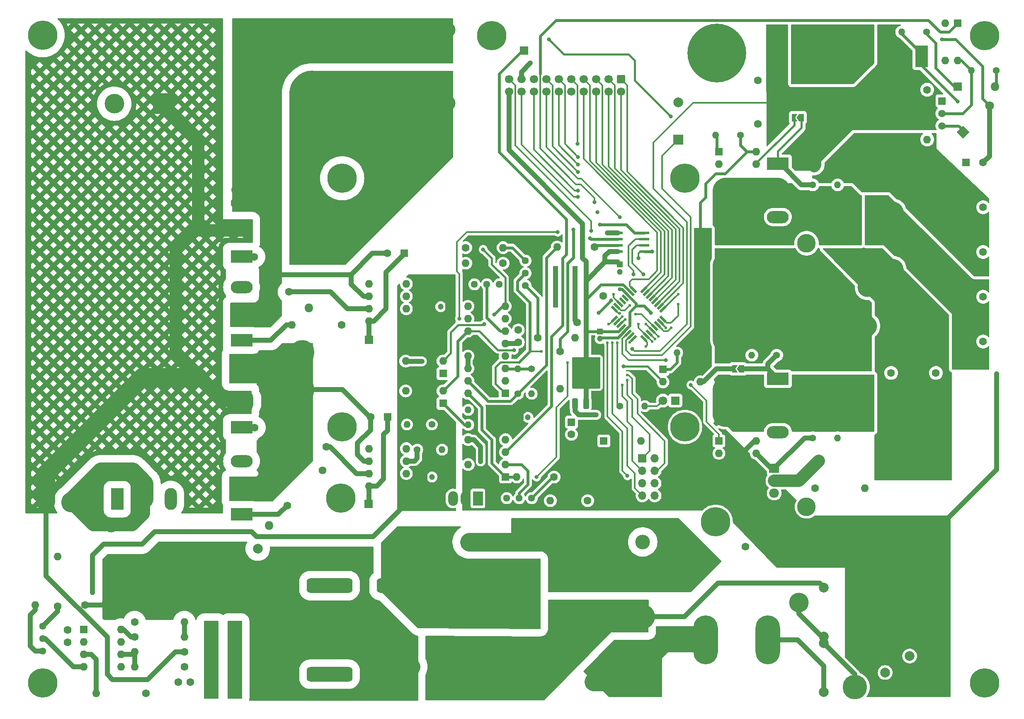
<source format=gbr>
%TF.GenerationSoftware,KiCad,Pcbnew,7.0.9*%
%TF.CreationDate,2024-03-27T11:04:52+01:00*%
%TF.ProjectId,supersmymps v2,73757065-7273-46d7-996d-70732076322e,rev?*%
%TF.SameCoordinates,Original*%
%TF.FileFunction,Copper,L1,Top*%
%TF.FilePolarity,Positive*%
%FSLAX46Y46*%
G04 Gerber Fmt 4.6, Leading zero omitted, Abs format (unit mm)*
G04 Created by KiCad (PCBNEW 7.0.9) date 2024-03-27 11:04:52*
%MOMM*%
%LPD*%
G01*
G04 APERTURE LIST*
G04 Aperture macros list*
%AMRoundRect*
0 Rectangle with rounded corners*
0 $1 Rounding radius*
0 $2 $3 $4 $5 $6 $7 $8 $9 X,Y pos of 4 corners*
0 Add a 4 corners polygon primitive as box body*
4,1,4,$2,$3,$4,$5,$6,$7,$8,$9,$2,$3,0*
0 Add four circle primitives for the rounded corners*
1,1,$1+$1,$2,$3*
1,1,$1+$1,$4,$5*
1,1,$1+$1,$6,$7*
1,1,$1+$1,$8,$9*
0 Add four rect primitives between the rounded corners*
20,1,$1+$1,$2,$3,$4,$5,0*
20,1,$1+$1,$4,$5,$6,$7,0*
20,1,$1+$1,$6,$7,$8,$9,0*
20,1,$1+$1,$8,$9,$2,$3,0*%
%AMHorizOval*
0 Thick line with rounded ends*
0 $1 width*
0 $2 $3 position (X,Y) of the first rounded end (center of the circle)*
0 $4 $5 position (X,Y) of the second rounded end (center of the circle)*
0 Add line between two ends*
20,1,$1,$2,$3,$4,$5,0*
0 Add two circle primitives to create the rounded ends*
1,1,$1,$2,$3*
1,1,$1,$4,$5*%
%AMRotRect*
0 Rectangle, with rotation*
0 The origin of the aperture is its center*
0 $1 length*
0 $2 width*
0 $3 Rotation angle, in degrees counterclockwise*
0 Add horizontal line*
21,1,$1,$2,0,0,$3*%
%AMFreePoly0*
4,1,6,1.000000,0.000000,0.500000,-0.750000,-0.500000,-0.750000,-0.500000,0.750000,0.500000,0.750000,1.000000,0.000000,1.000000,0.000000,$1*%
%AMFreePoly1*
4,1,6,0.500000,-0.750000,-0.650000,-0.750000,-0.150000,0.000000,-0.650000,0.750000,0.500000,0.750000,0.500000,-0.750000,0.500000,-0.750000,$1*%
G04 Aperture macros list end*
%TA.AperFunction,NonConductor*%
%ADD10C,0.200000*%
%TD*%
%TA.AperFunction,ComponentPad*%
%ADD11C,1.600000*%
%TD*%
%TA.AperFunction,ComponentPad*%
%ADD12O,1.600000X1.600000*%
%TD*%
%TA.AperFunction,ComponentPad*%
%ADD13R,4.000000X4.000000*%
%TD*%
%TA.AperFunction,ComponentPad*%
%ADD14C,4.000000*%
%TD*%
%TA.AperFunction,ComponentPad*%
%ADD15R,1.600000X1.600000*%
%TD*%
%TA.AperFunction,ComponentPad*%
%ADD16C,1.400000*%
%TD*%
%TA.AperFunction,ComponentPad*%
%ADD17O,1.400000X1.400000*%
%TD*%
%TA.AperFunction,ComponentPad*%
%ADD18C,0.800000*%
%TD*%
%TA.AperFunction,ComponentPad*%
%ADD19C,6.000000*%
%TD*%
%TA.AperFunction,ComponentPad*%
%ADD20C,12.000000*%
%TD*%
%TA.AperFunction,ComponentPad*%
%ADD21R,2.000000X2.000000*%
%TD*%
%TA.AperFunction,ComponentPad*%
%ADD22C,2.000000*%
%TD*%
%TA.AperFunction,ComponentPad*%
%ADD23C,1.440000*%
%TD*%
%TA.AperFunction,ComponentPad*%
%ADD24R,1.700000X1.700000*%
%TD*%
%TA.AperFunction,ComponentPad*%
%ADD25O,1.700000X1.700000*%
%TD*%
%TA.AperFunction,SMDPad,CuDef*%
%ADD26RoundRect,0.249999X0.450001X1.425001X-0.450001X1.425001X-0.450001X-1.425001X0.450001X-1.425001X0*%
%TD*%
%TA.AperFunction,ComponentPad*%
%ADD27RoundRect,0.250000X-0.600000X0.600000X-0.600000X-0.600000X0.600000X-0.600000X0.600000X0.600000X0*%
%TD*%
%TA.AperFunction,ComponentPad*%
%ADD28C,1.700000*%
%TD*%
%TA.AperFunction,ComponentPad*%
%ADD29HorizOval,1.600000X0.000000X0.000000X0.000000X0.000000X0*%
%TD*%
%TA.AperFunction,ComponentPad*%
%ADD30C,2.300000*%
%TD*%
%TA.AperFunction,ComponentPad*%
%ADD31C,3.000000*%
%TD*%
%TA.AperFunction,ComponentPad*%
%ADD32R,1.800000X1.800000*%
%TD*%
%TA.AperFunction,ComponentPad*%
%ADD33O,1.800000X1.800000*%
%TD*%
%TA.AperFunction,SMDPad,CuDef*%
%ADD34RotRect,1.600000X0.550000X135.000000*%
%TD*%
%TA.AperFunction,SMDPad,CuDef*%
%ADD35RotRect,1.600000X0.550000X225.000000*%
%TD*%
%TA.AperFunction,ComponentPad*%
%ADD36R,4.500000X2.500000*%
%TD*%
%TA.AperFunction,ComponentPad*%
%ADD37O,4.500000X2.500000*%
%TD*%
%TA.AperFunction,ComponentPad*%
%ADD38C,2.400000*%
%TD*%
%TA.AperFunction,ComponentPad*%
%ADD39O,2.400000X2.400000*%
%TD*%
%TA.AperFunction,ComponentPad*%
%ADD40R,1.200000X1.200000*%
%TD*%
%TA.AperFunction,ComponentPad*%
%ADD41C,1.200000*%
%TD*%
%TA.AperFunction,SMDPad,CuDef*%
%ADD42R,1.000000X2.800000*%
%TD*%
%TA.AperFunction,ComponentPad*%
%ADD43HorizOval,1.600000X0.000000X0.000000X0.000000X0.000000X0*%
%TD*%
%TA.AperFunction,ComponentPad*%
%ADD44C,3.800000*%
%TD*%
%TA.AperFunction,ComponentPad*%
%ADD45R,2.500000X4.500000*%
%TD*%
%TA.AperFunction,ComponentPad*%
%ADD46O,2.500000X4.500000*%
%TD*%
%TA.AperFunction,ComponentPad*%
%ADD47O,5.000000X10.000000*%
%TD*%
%TA.AperFunction,SMDPad,CuDef*%
%ADD48R,2.000000X0.600000*%
%TD*%
%TA.AperFunction,ComponentPad*%
%ADD49RotRect,1.600000X1.600000X225.000000*%
%TD*%
%TA.AperFunction,ComponentPad*%
%ADD50R,3.000000X3.000000*%
%TD*%
%TA.AperFunction,SMDPad,CuDef*%
%ADD51RoundRect,0.250000X0.350000X-0.850000X0.350000X0.850000X-0.350000X0.850000X-0.350000X-0.850000X0*%
%TD*%
%TA.AperFunction,SMDPad,CuDef*%
%ADD52RoundRect,0.250000X1.125000X-1.275000X1.125000X1.275000X-1.125000X1.275000X-1.125000X-1.275000X0*%
%TD*%
%TA.AperFunction,SMDPad,CuDef*%
%ADD53RoundRect,0.249997X2.650003X-2.950003X2.650003X2.950003X-2.650003X2.950003X-2.650003X-2.950003X0*%
%TD*%
%TA.AperFunction,SMDPad,CuDef*%
%ADD54FreePoly0,180.000000*%
%TD*%
%TA.AperFunction,SMDPad,CuDef*%
%ADD55FreePoly1,180.000000*%
%TD*%
%TA.AperFunction,ComponentPad*%
%ADD56O,2.000000X2.000000*%
%TD*%
%TA.AperFunction,ComponentPad*%
%ADD57HorizOval,1.600000X0.000000X0.000000X0.000000X0.000000X0*%
%TD*%
%TA.AperFunction,ComponentPad*%
%ADD58C,1.800000*%
%TD*%
%TA.AperFunction,WasherPad*%
%ADD59C,6.000000*%
%TD*%
%TA.AperFunction,ComponentPad*%
%ADD60C,5.000000*%
%TD*%
%TA.AperFunction,ComponentPad*%
%ADD61RotRect,1.800000X1.800000X45.000000*%
%TD*%
%TA.AperFunction,ComponentPad*%
%ADD62HorizOval,1.800000X0.000000X0.000000X0.000000X0.000000X0*%
%TD*%
%TA.AperFunction,ComponentPad*%
%ADD63R,3.010000X9.360000*%
%TD*%
%TA.AperFunction,ComponentPad*%
%ADD64RoundRect,0.752500X3.927500X0.752500X-3.927500X0.752500X-3.927500X-0.752500X3.927500X-0.752500X0*%
%TD*%
%TA.AperFunction,ComponentPad*%
%ADD65R,1.500000X1.500000*%
%TD*%
%TA.AperFunction,ComponentPad*%
%ADD66C,1.500000*%
%TD*%
%TA.AperFunction,ComponentPad*%
%ADD67R,2.000000X3.000000*%
%TD*%
%TA.AperFunction,ComponentPad*%
%ADD68O,2.000000X3.000000*%
%TD*%
%TA.AperFunction,ComponentPad*%
%ADD69R,2.000000X1.905000*%
%TD*%
%TA.AperFunction,ComponentPad*%
%ADD70O,2.000000X1.905000*%
%TD*%
%TA.AperFunction,ViaPad*%
%ADD71C,5.000000*%
%TD*%
%TA.AperFunction,ViaPad*%
%ADD72C,1.000000*%
%TD*%
%TA.AperFunction,ViaPad*%
%ADD73C,0.800000*%
%TD*%
%TA.AperFunction,ViaPad*%
%ADD74C,2.000000*%
%TD*%
%TA.AperFunction,ViaPad*%
%ADD75C,0.600000*%
%TD*%
%TA.AperFunction,Conductor*%
%ADD76C,0.450000*%
%TD*%
%TA.AperFunction,Conductor*%
%ADD77C,0.300000*%
%TD*%
%TA.AperFunction,Conductor*%
%ADD78C,0.600000*%
%TD*%
%TA.AperFunction,Conductor*%
%ADD79C,1.000000*%
%TD*%
%TA.AperFunction,Conductor*%
%ADD80C,2.540000*%
%TD*%
%TA.AperFunction,Conductor*%
%ADD81C,2.000000*%
%TD*%
%TA.AperFunction,Conductor*%
%ADD82C,3.810000*%
%TD*%
%TA.AperFunction,Conductor*%
%ADD83C,5.080000*%
%TD*%
G04 APERTURE END LIST*
D10*
X56830000Y-143510000D02*
X59624000Y-143510000D01*
X59624000Y-159258000D01*
X56830000Y-159258000D01*
X56830000Y-143510000D01*
%TA.AperFunction,NonConductor*%
G36*
X56830000Y-143510000D02*
G01*
X59624000Y-143510000D01*
X59624000Y-159258000D01*
X56830000Y-159258000D01*
X56830000Y-143510000D01*
G37*
%TD.AperFunction*%
X61656000Y-143510000D02*
X64450000Y-143510000D01*
X64450000Y-159258000D01*
X61656000Y-159258000D01*
X61656000Y-143510000D01*
%TA.AperFunction,NonConductor*%
G36*
X61656000Y-143510000D02*
G01*
X64450000Y-143510000D01*
X64450000Y-159258000D01*
X61656000Y-159258000D01*
X61656000Y-143510000D01*
G37*
%TD.AperFunction*%
D11*
%TO.P,R38,1*%
%TO.N,DAC_VOL*%
X129540000Y-88392000D03*
D12*
%TO.P,R38,2*%
%TO.N,Net-(U4-1IN-)*%
X129540000Y-96012000D03*
%TD*%
D11*
%TO.P,R2,1*%
%TO.N,Net-(R2-Pad1)*%
X26858000Y-140462000D03*
D12*
%TO.P,R2,2*%
%TO.N,GND*%
X26858000Y-130302000D03*
%TD*%
D13*
%TO.P,C9,1*%
%TO.N,300V clean*%
X48448000Y-37780000D03*
D14*
%TO.P,C9,2*%
%TO.N,GND*%
X38448000Y-37780000D03*
%TD*%
D15*
%TO.P,U16,1*%
%TO.N,Net-(R41-Pad2)*%
X150505000Y-92070000D03*
D12*
%TO.P,U16,2*%
%TO.N,/S+*%
X150505000Y-94610000D03*
%TO.P,U16,3*%
%TO.N,Net-(JP1-B)*%
X158125000Y-94610000D03*
%TO.P,U16,4*%
%TO.N,+12V*%
X158125000Y-92070000D03*
%TD*%
D11*
%TO.P,C24,1*%
%TO.N,/FILTER3*%
X186396000Y-50546000D03*
%TO.P,C24,2*%
%TO.N,VBUS*%
X181396000Y-50546000D03*
%TD*%
D16*
%TO.P,R19,1*%
%TO.N,+12V*%
X115824000Y-100330000D03*
D17*
%TO.P,R19,2*%
%TO.N,Net-(R19-Pad2)*%
X110744000Y-100330000D03*
%TD*%
D18*
%TO.P,REF\u002A\u002A,1*%
%TO.N,N/C*%
X213965000Y-156144000D03*
X214624010Y-154553010D03*
X214624010Y-157734990D03*
X216215000Y-153894000D03*
D19*
X216215000Y-156144000D03*
D18*
X216215000Y-158394000D03*
X217805990Y-154553010D03*
X217805990Y-157734990D03*
X218465000Y-156144000D03*
%TD*%
D16*
%TO.P,R21,1*%
%TO.N,/DRIVE_1*%
X100330000Y-108458000D03*
D17*
%TO.P,R21,2*%
%TO.N,GND*%
X105410000Y-108458000D03*
%TD*%
D15*
%TO.P,C27,1*%
%TO.N,/FILTER2*%
X212400000Y-86360000D03*
D11*
%TO.P,C27,2*%
%TO.N,GND1*%
X215900000Y-86360000D03*
%TD*%
D16*
%TO.P,R39,1*%
%TO.N,Net-(JP1-A)*%
X173736000Y-89154000D03*
D17*
%TO.P,R39,2*%
%TO.N,GND1*%
X168656000Y-89154000D03*
%TD*%
D15*
%TO.P,C28,1*%
%TO.N,/FILTER1*%
X197104000Y-89279349D03*
D11*
%TO.P,C28,2*%
%TO.N,GND1*%
X197104000Y-92779349D03*
%TD*%
D20*
%TO.P,H5,1,1*%
%TO.N,GND1*%
X161544000Y-27432000D03*
%TD*%
D16*
%TO.P,R35,1*%
%TO.N,Net-(U7-PF4)*%
X141732000Y-99568000D03*
D17*
%TO.P,R35,2*%
%TO.N,Net-(D8-A)*%
X146812000Y-99568000D03*
%TD*%
D21*
%TO.P,BZ1,1,-*%
%TO.N,BUZZER*%
X153670000Y-45085000D03*
D22*
%TO.P,BZ1,2,+*%
%TO.N,GND1*%
X153670000Y-37485000D03*
%TD*%
D23*
%TO.P,RV4,1,1*%
%TO.N,Net-(R7-Pad2)*%
X118618000Y-118364000D03*
%TO.P,RV4,2,2*%
%TO.N,Net-(U14A--)*%
X121158000Y-118364000D03*
%TO.P,RV4,3,3*%
%TO.N,Net-(R4-Pad1)*%
X123698000Y-118364000D03*
%TD*%
D16*
%TO.P,R36,1*%
%TO.N,Net-(U4-FB)*%
X123698000Y-91948000D03*
D17*
%TO.P,R36,2*%
%TO.N,Net-(U4-1IN-)*%
X123698000Y-97028000D03*
%TD*%
D24*
%TO.P,J2,1,Pin_1*%
%TO.N,SPI_MISO*%
X146304000Y-110236000D03*
D25*
%TO.P,J2,2,Pin_2*%
%TO.N,Net-(D2-A)*%
X148844000Y-110236000D03*
%TO.P,J2,3,Pin_3*%
%TO.N,SPI_CLK*%
X146304000Y-112776000D03*
%TO.P,J2,4,Pin_4*%
%TO.N,SPI_MOSI*%
X148844000Y-112776000D03*
%TO.P,J2,5,Pin_5*%
%TO.N,~{RESET}*%
X146304000Y-115316000D03*
%TO.P,J2,6,Pin_6*%
%TO.N,GND1*%
X148844000Y-115316000D03*
%TO.P,J2,7,Pin_7*%
%TO.N,UPDI*%
X146304000Y-117856000D03*
%TO.P,J2,8,Pin_8*%
%TO.N,GND1*%
X148844000Y-117856000D03*
%TD*%
D26*
%TO.P,R17,1*%
%TO.N,/PFC_SHUNT*%
X63690000Y-153416000D03*
%TO.P,R17,2*%
%TO.N,GND*%
X57590000Y-153416000D03*
%TD*%
D15*
%TO.P,C23,1*%
%TO.N,VBUS*%
X173355000Y-41910000D03*
D11*
%TO.P,C23,2*%
%TO.N,GND1*%
X169855000Y-41910000D03*
%TD*%
D27*
%TO.P,J3,1,Pin_1*%
%TO.N,/7SEG_DEMUX_A*%
X141920000Y-32766000D03*
D28*
%TO.P,J3,2,Pin_2*%
%TO.N,/7SEG_DEMUX_B*%
X141920000Y-35306000D03*
%TO.P,J3,3,Pin_3*%
%TO.N,/7SEG_DEMUX_C*%
X139380000Y-32766000D03*
%TO.P,J3,4,Pin_4*%
%TO.N,/7SEG_DEMUX_D*%
X139380000Y-35306000D03*
%TO.P,J3,5,Pin_5*%
%TO.N,/7SEG_A*%
X136840000Y-32766000D03*
%TO.P,J3,6,Pin_6*%
%TO.N,/7SEG_B*%
X136840000Y-35306000D03*
%TO.P,J3,7,Pin_7*%
%TO.N,/7SEG_C*%
X134300000Y-32766000D03*
%TO.P,J3,8,Pin_8*%
%TO.N,/7SEG_D*%
X134300000Y-35306000D03*
%TO.P,J3,9,Pin_9*%
%TO.N,UI_0*%
X131760000Y-32766000D03*
%TO.P,J3,10,Pin_10*%
%TO.N,GND1*%
X131760000Y-35306000D03*
%TO.P,J3,11,Pin_11*%
%TO.N,UI_1*%
X129220000Y-32766000D03*
%TO.P,J3,12,Pin_12*%
%TO.N,UI_2*%
X129220000Y-35306000D03*
%TO.P,J3,13,Pin_13*%
%TO.N,UI_3*%
X126680000Y-32766000D03*
%TO.P,J3,14,Pin_14*%
%TO.N,FAN_PWM*%
X126680000Y-35306000D03*
%TO.P,J3,15,Pin_15*%
%TO.N,+12V*%
X124140000Y-32766000D03*
%TO.P,J3,16,Pin_16*%
%TO.N,SPI_MOSI*%
X124140000Y-35306000D03*
%TO.P,J3,17,Pin_17*%
%TO.N,GND1*%
X121600000Y-32766000D03*
%TO.P,J3,18,Pin_18*%
%TO.N,SPI_CLK*%
X121600000Y-35306000D03*
%TO.P,J3,19,Pin_19*%
%TO.N,DISPLAY_~{CS}*%
X119060000Y-32766000D03*
%TO.P,J3,20,Pin_20*%
%TO.N,+5V*%
X119060000Y-35306000D03*
%TD*%
D11*
%TO.P,R26,1*%
%TO.N,Net-(U9-LO)*%
X80960000Y-112673898D03*
D29*
%TO.P,R26,2*%
%TO.N,Net-(Q5-G)*%
X73775795Y-119858103D03*
%TD*%
D11*
%TO.P,C7,1*%
%TO.N,Net-(U4-CT)*%
X120965000Y-86508000D03*
%TO.P,C7,2*%
%TO.N,GND1*%
X120965000Y-84008000D03*
%TD*%
D24*
%TO.P,J5,1,Pin_1*%
%TO.N,IBUS*%
X122174000Y-26924000D03*
%TD*%
D30*
%TO.P,F1,1*%
%TO.N,VAC*%
X141545000Y-155890000D03*
X136345000Y-155890000D03*
%TO.P,F1,2*%
%TO.N,/LIVE_FUSED*%
X115745000Y-155890000D03*
X110545000Y-155890000D03*
%TD*%
D15*
%TO.P,U12,1*%
%TO.N,OUTPUT_CONTROL*%
X210698000Y-21346000D03*
D12*
%TO.P,U12,2*%
%TO.N,Net-(R28-Pad1)*%
X208158000Y-21346000D03*
%TO.P,U12,3*%
%TO.N,GND1*%
X208158000Y-28966000D03*
%TO.P,U12,4*%
%TO.N,Net-(Q8-B)*%
X210698000Y-28966000D03*
%TD*%
D18*
%TO.P,REF\u002A\u002A,1*%
%TO.N,N/C*%
X213965000Y-23846000D03*
X214624010Y-22255010D03*
X214624010Y-25436990D03*
X216215000Y-21596000D03*
D19*
X216215000Y-23846000D03*
D18*
X216215000Y-26096000D03*
X217805990Y-22255010D03*
X217805990Y-25436990D03*
X218465000Y-23846000D03*
%TD*%
D31*
%TO.P,C17,1*%
%TO.N,Net-(D13-K)*%
X76134000Y-22660000D03*
%TO.P,C17,2*%
%TO.N,Net-(T1-AA)*%
X76134000Y-37660000D03*
%TD*%
D32*
%TO.P,D9,1,K*%
%TO.N,300V clean*%
X55626000Y-55372000D03*
D33*
%TO.P,D9,2,A*%
%TO.N,Net-(D13-K)*%
X63246000Y-55372000D03*
%TD*%
D34*
%TO.P,U7,1,PA3*%
%TO.N,ADC_CUR*%
X146567305Y-85757103D03*
%TO.P,U7,2,PA4*%
%TO.N,SPI_MOSI*%
X147132990Y-85191417D03*
%TO.P,U7,3,PA5*%
%TO.N,SPI_MISO*%
X147698676Y-84625732D03*
%TO.P,U7,4,PA6*%
%TO.N,SPI_CLK*%
X148264361Y-84060047D03*
%TO.P,U7,5,PA7*%
%TO.N,DAC_~{CS}*%
X148830047Y-83494361D03*
%TO.P,U7,6,PC0*%
%TO.N,UI_0*%
X149395732Y-82928676D03*
%TO.P,U7,7,PC1*%
%TO.N,UI_1*%
X149961417Y-82362990D03*
%TO.P,U7,8,PC2*%
%TO.N,UI_2*%
X150527103Y-81797305D03*
D35*
%TO.P,U7,9,PC3*%
%TO.N,UI_3*%
X150527103Y-79746695D03*
%TO.P,U7,10,PD0*%
%TO.N,/7SEG_DEMUX_A*%
X149961417Y-79181010D03*
%TO.P,U7,11,PD1*%
%TO.N,/7SEG_DEMUX_B*%
X149395732Y-78615324D03*
%TO.P,U7,12,PD2*%
%TO.N,/7SEG_DEMUX_C*%
X148830047Y-78049639D03*
%TO.P,U7,13,PD3*%
%TO.N,/7SEG_DEMUX_D*%
X148264361Y-77483953D03*
%TO.P,U7,14,PD4*%
%TO.N,/7SEG_A*%
X147698676Y-76918268D03*
%TO.P,U7,15,PD5*%
%TO.N,/7SEG_B*%
X147132990Y-76352583D03*
%TO.P,U7,16,PD6*%
%TO.N,/7SEG_C*%
X146567305Y-75786897D03*
D34*
%TO.P,U7,17,VREFA/PD7*%
%TO.N,/7SEG_D*%
X144516695Y-75786897D03*
%TO.P,U7,18,AVDD*%
%TO.N,+5V*%
X143951010Y-76352583D03*
%TO.P,U7,19,GND*%
%TO.N,GND1*%
X143385324Y-76918268D03*
%TO.P,U7,20,XTAL32K1/PF0*%
%TO.N,unconnected-(U7-XTAL32K1{slash}PF0-Pad20)*%
X142819639Y-77483953D03*
%TO.P,U7,21,XTAL32K2/PF1*%
%TO.N,unconnected-(U7-XTAL32K2{slash}PF1-Pad21)*%
X142253953Y-78049639D03*
%TO.P,U7,22,PF2*%
%TO.N,OUTPUT_CONTROL*%
X141688268Y-78615324D03*
%TO.P,U7,23,PF3*%
%TO.N,FAN_PWM*%
X141122583Y-79181010D03*
%TO.P,U7,24,PF4*%
%TO.N,Net-(U7-PF4)*%
X140556897Y-79746695D03*
D35*
%TO.P,U7,25,PF5*%
%TO.N,DISPLAY_~{CS}*%
X140556897Y-81797305D03*
%TO.P,U7,26,~{RESET}/PF6*%
%TO.N,~{RESET}*%
X141122583Y-82362990D03*
%TO.P,U7,27,UPDI*%
%TO.N,UPDI*%
X141688268Y-82928676D03*
%TO.P,U7,28,VDD*%
%TO.N,+5V*%
X142253953Y-83494361D03*
%TO.P,U7,29,GND*%
%TO.N,GND1*%
X142819639Y-84060047D03*
%TO.P,U7,30,PA0*%
%TO.N,CROWBAR*%
X143385324Y-84625732D03*
%TO.P,U7,31,PA1*%
%TO.N,BUZZER*%
X143951010Y-85191417D03*
%TO.P,U7,32,PA2*%
%TO.N,ADC_VOL*%
X144516695Y-85757103D03*
%TD*%
D11*
%TO.P,R34,1*%
%TO.N,~{RESET}*%
X138330077Y-77061923D03*
D29*
%TO.P,R34,2*%
%TO.N,Net-(R34-Pad2)*%
X132941923Y-82450077D03*
%TD*%
D11*
%TO.P,R3,1*%
%TO.N,Net-(R3-Pad1)*%
X124968000Y-85598000D03*
D12*
%TO.P,R3,2*%
%TO.N,VBUS*%
X132588000Y-85598000D03*
%TD*%
D36*
%TO.P,Q3,1,G*%
%TO.N,Net-(Q3-G)*%
X64450000Y-86145000D03*
D37*
%TO.P,Q3,2,D*%
%TO.N,Net-(D13-K)*%
X64450000Y-80695000D03*
%TO.P,Q3,3,S*%
%TO.N,GND*%
X64450000Y-75245000D03*
%TD*%
D38*
%TO.P,R32,1*%
%TO.N,Net-(Q6-D)*%
X182372000Y-110744000D03*
D39*
%TO.P,R32,2*%
%TO.N,/FILTER1*%
X207772000Y-110744000D03*
%TD*%
D11*
%TO.P,C2,1*%
%TO.N,Net-(U2-ICOMP)*%
X28890000Y-147788000D03*
%TO.P,C2,2*%
%TO.N,GND*%
X28890000Y-145288000D03*
%TD*%
D40*
%TO.P,C11,1*%
%TO.N,+12VA*%
X101854000Y-114046000D03*
D41*
%TO.P,C11,2*%
%TO.N,GND*%
X103354000Y-114046000D03*
%TD*%
D11*
%TO.P,R28,1*%
%TO.N,Net-(R28-Pad1)*%
X204470000Y-34925000D03*
D12*
%TO.P,R28,2*%
%TO.N,GND1*%
X204470000Y-45085000D03*
%TD*%
D11*
%TO.P,C3,1*%
%TO.N,Net-(U2-VCOMP)*%
X51516000Y-155956000D03*
%TO.P,C3,2*%
%TO.N,GND*%
X54016000Y-155956000D03*
%TD*%
D40*
%TO.P,C1,1*%
%TO.N,+12V*%
X121436000Y-101854000D03*
D41*
%TO.P,C1,2*%
%TO.N,GND1*%
X122936000Y-101854000D03*
%TD*%
D15*
%TO.P,U8,1,VCC*%
%TO.N,+12VA*%
X98095000Y-82220000D03*
D12*
%TO.P,U8,2,HIN*%
%TO.N,/DRIVE_1*%
X98095000Y-79680000D03*
%TO.P,U8,3,LIN*%
%TO.N,/DRIVE_2*%
X98095000Y-77140000D03*
%TO.P,U8,4,COM*%
%TO.N,GND*%
X98095000Y-74600000D03*
%TO.P,U8,5,LO*%
%TO.N,Net-(U8-LO)*%
X90475000Y-74600000D03*
%TO.P,U8,6,VS*%
%TO.N,Net-(D13-K)*%
X90475000Y-77140000D03*
%TO.P,U8,7,HO*%
%TO.N,Net-(U8-HO)*%
X90475000Y-79680000D03*
%TO.P,U8,8,VB*%
%TO.N,Net-(D4-K)*%
X90475000Y-82220000D03*
%TD*%
D11*
%TO.P,R6,1*%
%TO.N,GND1*%
X110236000Y-67183000D03*
D12*
%TO.P,R6,2*%
%TO.N,Net-(R6-Pad2)*%
X117856000Y-67183000D03*
%TD*%
D36*
%TO.P,Q4,1,G*%
%TO.N,Net-(Q4-G)*%
X64450000Y-103925000D03*
D37*
%TO.P,Q4,2,D*%
%TO.N,300V clean*%
X64450000Y-98475000D03*
%TO.P,Q4,3,S*%
%TO.N,Net-(D14-A)*%
X64450000Y-93025000D03*
%TD*%
D26*
%TO.P,R18,1*%
%TO.N,/PFC_SHUNT*%
X63690000Y-157480000D03*
%TO.P,R18,2*%
%TO.N,GND*%
X57590000Y-157480000D03*
%TD*%
D11*
%TO.P,R8,1*%
%TO.N,GND*%
X42606000Y-143698000D03*
D12*
%TO.P,R8,2*%
%TO.N,PFC1*%
X52766000Y-143698000D03*
%TD*%
D42*
%TO.P,SW1,1,1*%
%TO.N,GND1*%
X128556000Y-78084000D03*
X128556000Y-72284000D03*
%TO.P,SW1,2,2*%
%TO.N,Net-(R34-Pad2)*%
X132556000Y-78084000D03*
X132556000Y-72284000D03*
%TD*%
D15*
%TO.P,C26,1*%
%TO.N,/FILTER3*%
X212400000Y-58928000D03*
D11*
%TO.P,C26,2*%
%TO.N,GND1*%
X215900000Y-58928000D03*
%TD*%
D15*
%TO.P,U2,1,GND*%
%TO.N,GND*%
X32202000Y-145232000D03*
D12*
%TO.P,U2,2,ICOMP*%
%TO.N,Net-(U2-ICOMP)*%
X32202000Y-147772000D03*
%TO.P,U2,3,ISENSE*%
%TO.N,PFC_ISENSE*%
X32202000Y-150312000D03*
%TO.P,U2,4,VINS*%
%TO.N,Net-(U2-VINS)*%
X32202000Y-152852000D03*
%TO.P,U2,5,VCOMP*%
%TO.N,Net-(U2-VCOMP)*%
X39822000Y-152852000D03*
%TO.P,U2,6,VSENSE*%
%TO.N,Net-(U2-VSENSE)*%
X39822000Y-150312000D03*
%TO.P,U2,7,VCC*%
%TO.N,+12VA*%
X39822000Y-147772000D03*
%TO.P,U2,8,GATE*%
%TO.N,Net-(U2-GATE)*%
X39822000Y-145232000D03*
%TD*%
D26*
%TO.P,R16,1*%
%TO.N,/PFC_SHUNT*%
X63690000Y-149352000D03*
%TO.P,R16,2*%
%TO.N,GND*%
X57590000Y-149352000D03*
%TD*%
D15*
%TO.P,C13,1*%
%TO.N,Net-(D5-K)*%
X94296651Y-101788000D03*
D11*
%TO.P,C13,2*%
%TO.N,Net-(D14-A)*%
X90796651Y-101788000D03*
%TD*%
%TO.P,R25,1*%
%TO.N,Net-(U9-HO)*%
X81782355Y-107890201D03*
D43*
%TO.P,R25,2*%
%TO.N,Net-(Q4-G)*%
X67061645Y-103945799D03*
%TD*%
D18*
%TO.P,REF\u002A\u002A,1*%
%TO.N,N/C*%
X113320000Y-23876000D03*
X113979010Y-22285010D03*
X113979010Y-25466990D03*
X115570000Y-21626000D03*
D19*
X115570000Y-23876000D03*
D18*
X115570000Y-26126000D03*
X117160990Y-22285010D03*
X117160990Y-25466990D03*
X117820000Y-23876000D03*
%TD*%
D15*
%TO.P,C20,1*%
%TO.N,/FILTER3*%
X212400000Y-68072000D03*
D11*
%TO.P,C20,2*%
%TO.N,GND1*%
X215900000Y-68072000D03*
%TD*%
D44*
%TO.P,REF\u002A\u002A,1*%
%TO.N,N/C*%
X179832000Y-66294000D03*
%TD*%
D14*
%TO.P,L5,1,1*%
%TO.N,LV_RECT*%
X192278000Y-83198000D03*
%TO.P,L5,2,2*%
%TO.N,/FILTER1*%
X192278000Y-75298000D03*
%TD*%
D15*
%TO.P,D2,1,K*%
%TO.N,+5V*%
X138430000Y-106680000D03*
D12*
%TO.P,D2,2,A*%
%TO.N,Net-(D2-A)*%
X146050000Y-106680000D03*
%TD*%
D15*
%TO.P,C29,1*%
%TO.N,Net-(D11-K)*%
X212400000Y-49784000D03*
D11*
%TO.P,C29,2*%
%TO.N,VDC*%
X215900000Y-49784000D03*
%TD*%
D15*
%TO.P,U5,1*%
%TO.N,Net-(R19-Pad2)*%
X105588000Y-92903000D03*
D12*
%TO.P,U5,2*%
%TO.N,/S-*%
X105588000Y-90363000D03*
%TO.P,U5,3*%
%TO.N,/DRIVE_2*%
X97968000Y-90363000D03*
%TO.P,U5,4*%
%TO.N,+12VA*%
X97968000Y-92903000D03*
%TD*%
D14*
%TO.P,L3,1,1*%
%TO.N,/FILTER2*%
X197612000Y-59830000D03*
%TO.P,L3,2,2*%
%TO.N,/FILTER3*%
X197612000Y-51930000D03*
%TD*%
D23*
%TO.P,RV2,1,1*%
%TO.N,Net-(R3-Pad1)*%
X122428000Y-74930000D03*
%TO.P,RV2,2,2*%
%TO.N,ADC_VOL*%
X122428000Y-72390000D03*
%TO.P,RV2,3,3*%
%TO.N,Net-(R6-Pad2)*%
X122428000Y-69850000D03*
%TD*%
D15*
%TO.P,C19,1*%
%TO.N,/FILTER2*%
X212400000Y-77216000D03*
D11*
%TO.P,C19,2*%
%TO.N,GND1*%
X215900000Y-77216000D03*
%TD*%
D15*
%TO.P,C21,1*%
%TO.N,+5V*%
X131826000Y-102830621D03*
D11*
%TO.P,C21,2*%
%TO.N,GND1*%
X131826000Y-105330621D03*
%TD*%
%TO.P,R4,1*%
%TO.N,Net-(R4-Pad1)*%
X128270000Y-114046000D03*
D12*
%TO.P,R4,2*%
%TO.N,ADC_CUR*%
X120650000Y-114046000D03*
%TD*%
D16*
%TO.P,R22,1*%
%TO.N,/DRIVE_2*%
X103312000Y-103312000D03*
D17*
%TO.P,R22,2*%
%TO.N,GND*%
X98232000Y-103312000D03*
%TD*%
D36*
%TO.P,Q5,1,G*%
%TO.N,Net-(Q5-G)*%
X64450000Y-121705000D03*
D37*
%TO.P,Q5,2,D*%
%TO.N,Net-(D14-A)*%
X64450000Y-116255000D03*
%TO.P,Q5,3,S*%
%TO.N,GND*%
X64450000Y-110805000D03*
%TD*%
D45*
%TO.P,Q7,1,G*%
%TO.N,Net-(D12-K)*%
X203316000Y-28067000D03*
D46*
%TO.P,Q7,2,D*%
%TO.N,VBUS*%
X197866000Y-28067000D03*
%TO.P,Q7,3,S*%
%TO.N,VDC*%
X192416000Y-28067000D03*
%TD*%
D47*
%TO.P,J1,1,AC_P*%
%TO.N,VAC*%
X159258000Y-147320000D03*
%TO.P,J1,2,AC_N*%
%TO.N,NEUT*%
X171958000Y-147320000D03*
D14*
%TO.P,J1,3,EARTH*%
%TO.N,Earth*%
X178308000Y-139700000D03*
%TD*%
D23*
%TO.P,RV3,1,1*%
%TO.N,unconnected-(RV3-Pad1)*%
X112014000Y-74676000D03*
%TO.P,RV3,2,2*%
%TO.N,Net-(U4-RT)*%
X114554000Y-74676000D03*
%TO.P,RV3,3,3*%
%TO.N,Net-(R9-Pad1)*%
X117094000Y-74676000D03*
%TD*%
%TO.P,RV1,1,1*%
%TO.N,Net-(R1-Pad2)*%
X23810000Y-149606000D03*
%TO.P,RV1,2,2*%
%TO.N,Net-(U2-VINS)*%
X23810000Y-147066000D03*
%TO.P,RV1,3,3*%
%TO.N,Net-(R2-Pad1)*%
X23810000Y-144526000D03*
%TD*%
D15*
%TO.P,U14,1*%
%TO.N,ADC_CUR*%
X118354000Y-114036000D03*
D12*
%TO.P,U14,2,-*%
%TO.N,Net-(U14A--)*%
X118354000Y-111496000D03*
%TO.P,U14,3,+*%
%TO.N,IBUS*%
X118354000Y-108956000D03*
%TO.P,U14,4,V-*%
%TO.N,GND1*%
X118354000Y-106416000D03*
%TO.P,U14,5,+*%
X110734000Y-106416000D03*
%TO.P,U14,6,-*%
%TO.N,+12V*%
X110734000Y-108956000D03*
%TO.P,U14,7*%
%TO.N,unconnected-(U14-Pad7)*%
X110734000Y-111496000D03*
%TO.P,U14,8,V+*%
%TO.N,+12V*%
X110734000Y-114036000D03*
%TD*%
D14*
%TO.P,L2,1,1*%
%TO.N,/FILTER1*%
X197612000Y-71514000D03*
%TO.P,L2,2,2*%
%TO.N,/FILTER2*%
X197612000Y-63614000D03*
%TD*%
D16*
%TO.P,R40,1*%
%TO.N,+12V*%
X166370000Y-44196000D03*
D17*
%TO.P,R40,2*%
%TO.N,Net-(R40-Pad2)*%
X161290000Y-44196000D03*
%TD*%
D48*
%TO.P,U3,1,DIN*%
%TO.N,SPI_MOSI*%
X146677000Y-67945000D03*
%TO.P,U3,2,SCLK*%
%TO.N,SPI_CLK*%
X146677000Y-66675000D03*
%TO.P,U3,3,~{CS}*%
%TO.N,DAC_~{CS}*%
X146677000Y-65405000D03*
%TO.P,U3,4,OUTA*%
%TO.N,DAC_VOL*%
X146677000Y-64135000D03*
%TO.P,U3,5,AGND*%
%TO.N,GND1*%
X141227000Y-64135000D03*
%TO.P,U3,6,REF*%
%TO.N,DAC_REF*%
X141227000Y-65405000D03*
%TO.P,U3,7,OUTB*%
%TO.N,DAC_CUR*%
X141227000Y-66675000D03*
%TO.P,U3,8,VDD*%
%TO.N,+5V*%
X141227000Y-67945000D03*
%TD*%
D31*
%TO.P,C14,1*%
%TO.N,Net-(D13-K)*%
X106614000Y-22660000D03*
%TO.P,C14,2*%
%TO.N,Net-(T1-AA)*%
X106614000Y-37660000D03*
%TD*%
D11*
%TO.P,R5,1*%
%TO.N,Net-(U2-GATE)*%
X42606000Y-146746000D03*
D12*
%TO.P,R5,2*%
%TO.N,PFC1*%
X52766000Y-146746000D03*
%TD*%
D18*
%TO.P,REF\u002A\u002A,1*%
%TO.N,N/C*%
X82459000Y-118364000D03*
X83118010Y-116773010D03*
X83118010Y-119954990D03*
X84709000Y-116114000D03*
D19*
X84709000Y-118364000D03*
D18*
X84709000Y-120614000D03*
X86299990Y-116773010D03*
X86299990Y-119954990D03*
X86959000Y-118364000D03*
%TD*%
D15*
%TO.P,U13,1*%
%TO.N,CROWBAR*%
X161935000Y-106675000D03*
D12*
%TO.P,U13,2*%
%TO.N,Net-(R31-Pad1)*%
X161935000Y-109215000D03*
%TO.P,U13,3*%
%TO.N,Net-(Q6-G)*%
X169555000Y-109215000D03*
%TO.P,U13,4*%
%TO.N,+12V*%
X169555000Y-106675000D03*
%TD*%
D16*
%TO.P,R29,1*%
%TO.N,+12V*%
X218567000Y-30988000D03*
D17*
%TO.P,R29,2*%
%TO.N,Net-(Q8-B)*%
X213487000Y-30988000D03*
%TD*%
D11*
%TO.P,R14,1*%
%TO.N,/PFC_SHUNT*%
X44892000Y-158242000D03*
D12*
%TO.P,R14,2*%
%TO.N,PFC_ISENSE*%
X34732000Y-158242000D03*
%TD*%
D20*
%TO.P,H4,1,1*%
%TO.N,VDC*%
X183134000Y-27559000D03*
%TD*%
D11*
%TO.P,R1,1*%
%TO.N,/rectified 300V*%
X32512000Y-140208000D03*
D12*
%TO.P,R1,2*%
%TO.N,Net-(R1-Pad2)*%
X22352000Y-140208000D03*
%TD*%
D49*
%TO.P,C18,1*%
%TO.N,+12V*%
X169860874Y-125795126D03*
D11*
%TO.P,C18,2*%
%TO.N,GND1*%
X167386000Y-128270000D03*
%TD*%
D44*
%TO.P,,1*%
%TO.N,N/C*%
X179832000Y-120142000D03*
%TD*%
D15*
%TO.P,C25,1*%
%TO.N,VBUS*%
X173355000Y-33020000D03*
D11*
%TO.P,C25,2*%
%TO.N,GND1*%
X169855000Y-33020000D03*
%TD*%
D36*
%TO.P,Q10,1,G*%
%TO.N,Net-(JP2-A)*%
X173990000Y-50038000D03*
D37*
%TO.P,Q10,2,D*%
%TO.N,/+HALF_RECT*%
X173990000Y-55488000D03*
%TO.P,Q10,3,S*%
%TO.N,GND1*%
X173990000Y-60938000D03*
%TD*%
D36*
%TO.P,Q9,1,G*%
%TO.N,Net-(JP1-A)*%
X173990000Y-93980000D03*
D37*
%TO.P,Q9,2,D*%
%TO.N,/-HALF_RECT*%
X173990000Y-99430000D03*
%TO.P,Q9,3,S*%
%TO.N,GND1*%
X173990000Y-104880000D03*
%TD*%
D45*
%TO.P,Q1,1,G*%
%TO.N,PFC1*%
X39072000Y-118552000D03*
D46*
%TO.P,Q1,2,D*%
%TO.N,Net-(D3-A)*%
X44522000Y-118552000D03*
%TO.P,Q1,3,S*%
%TO.N,GND*%
X49972000Y-118552000D03*
%TD*%
D50*
%TO.P,FL1,1,1*%
%TO.N,/LIVE_FUSED*%
X146365000Y-142550000D03*
D31*
%TO.P,FL1,2,2*%
%TO.N,/live filtered*%
X146365000Y-127310000D03*
%TO.P,FL1,3,3*%
%TO.N,NEUT*%
X123505000Y-127310000D03*
%TO.P,FL1,4,4*%
%TO.N,/neut filtered*%
X123505000Y-142550000D03*
%TD*%
D11*
%TO.P,R13,1*%
%TO.N,GND*%
X52766000Y-152842000D03*
D12*
%TO.P,R13,2*%
%TO.N,Net-(U2-VSENSE)*%
X42606000Y-152842000D03*
%TD*%
D16*
%TO.P,R33,1*%
%TO.N,Net-(D11-K)*%
X204343000Y-23114000D03*
D17*
%TO.P,R33,2*%
%TO.N,Net-(D12-K)*%
X199263000Y-23114000D03*
%TD*%
D11*
%TO.P,R7,1*%
%TO.N,GND1*%
X135128000Y-118872000D03*
D12*
%TO.P,R7,2*%
%TO.N,Net-(R7-Pad2)*%
X127508000Y-118872000D03*
%TD*%
D21*
%TO.P,C8,1*%
%TO.N,/rectified 300V*%
X67752000Y-133685677D03*
D22*
%TO.P,C8,2*%
%TO.N,GND*%
X67752000Y-128685677D03*
%TD*%
D16*
%TO.P,R37,1*%
%TO.N,Net-(JP2-A)*%
X181102000Y-54356000D03*
D17*
%TO.P,R37,2*%
%TO.N,GND1*%
X186182000Y-54356000D03*
%TD*%
D15*
%TO.P,U4,1,1IN+*%
%TO.N,ADC_VOL*%
X118288000Y-96947000D03*
D12*
%TO.P,U4,2,1IN-*%
%TO.N,Net-(U4-1IN-)*%
X118288000Y-94407000D03*
%TO.P,U4,3,FB*%
%TO.N,Net-(U4-FB)*%
X118288000Y-91867000D03*
%TO.P,U4,4,DTC*%
%TO.N,GND1*%
X118288000Y-89327000D03*
%TO.P,U4,5,CT*%
%TO.N,Net-(U4-CT)*%
X118288000Y-86787000D03*
%TO.P,U4,6,RT*%
%TO.N,Net-(U4-RT)*%
X118288000Y-84247000D03*
%TO.P,U4,7,GND*%
%TO.N,GND1*%
X118288000Y-81707000D03*
%TO.P,U4,8,C1*%
%TO.N,/S-*%
X118288000Y-79167000D03*
%TO.P,U4,9,E1*%
%TO.N,GND1*%
X110668000Y-79167000D03*
%TO.P,U4,10,E2*%
X110668000Y-81707000D03*
%TO.P,U4,11,C2*%
%TO.N,/S+*%
X110668000Y-84247000D03*
%TO.P,U4,12,VCC*%
%TO.N,+12V*%
X110668000Y-86787000D03*
%TO.P,U4,13,OUTCTRL*%
%TO.N,DAC_REF*%
X110668000Y-89327000D03*
%TO.P,U4,14,REF*%
X110668000Y-91867000D03*
%TO.P,U4,15,2IN-*%
%TO.N,Net-(U4-2IN-)*%
X110668000Y-94407000D03*
%TO.P,U4,16,2IN+*%
%TO.N,ADC_CUR*%
X110668000Y-96947000D03*
%TD*%
D51*
%TO.P,U10,1,GND*%
%TO.N,GND1*%
X132522000Y-99060000D03*
%TO.P,U10,2,VO*%
%TO.N,+5V*%
X134802000Y-99060000D03*
D52*
X133277000Y-94435000D03*
X136327000Y-94435000D03*
D53*
X134802000Y-92760000D03*
D52*
X133277000Y-91085000D03*
X136327000Y-91085000D03*
D51*
%TO.P,U10,3,VI*%
%TO.N,+12V*%
X137082000Y-99060000D03*
%TD*%
D11*
%TO.P,R24,1*%
%TO.N,Net-(U8-LO)*%
X84897000Y-82992000D03*
D12*
%TO.P,R24,2*%
%TO.N,Net-(Q3-G)*%
X74737000Y-82992000D03*
%TD*%
D11*
%TO.P,R31,1*%
%TO.N,Net-(R31-Pad1)*%
X181610000Y-116332000D03*
D12*
%TO.P,R31,2*%
%TO.N,GND1*%
X191770000Y-116332000D03*
%TD*%
D54*
%TO.P,JP2,1,A*%
%TO.N,Net-(JP2-A)*%
X178779000Y-40640000D03*
D55*
%TO.P,JP2,2,B*%
%TO.N,Net-(JP2-B)*%
X177329000Y-40640000D03*
%TD*%
D11*
%TO.P,R9,1*%
%TO.N,Net-(R9-Pad1)*%
X117856000Y-70358000D03*
D12*
%TO.P,R9,2*%
%TO.N,GND1*%
X110236000Y-70358000D03*
%TD*%
D32*
%TO.P,D11,1,K*%
%TO.N,Net-(D11-K)*%
X210693000Y-34290000D03*
D33*
%TO.P,D11,2,A*%
%TO.N,+12V*%
X218313000Y-34290000D03*
%TD*%
D32*
%TO.P,D5,1,K*%
%TO.N,Net-(D5-K)*%
X90358000Y-119568000D03*
D33*
%TO.P,D5,2,A*%
%TO.N,+12VA*%
X97978000Y-119568000D03*
%TD*%
D15*
%TO.P,U6,1*%
%TO.N,Net-(R20-Pad2)*%
X105588000Y-98999000D03*
D12*
%TO.P,U6,2*%
%TO.N,/S+*%
X105588000Y-96459000D03*
%TO.P,U6,3*%
%TO.N,/DRIVE_1*%
X97968000Y-96459000D03*
%TO.P,U6,4*%
%TO.N,+12VA*%
X97968000Y-98999000D03*
%TD*%
D11*
%TO.P,R11,1*%
%TO.N,DAC_CUR*%
X136525000Y-67056000D03*
D12*
%TO.P,R11,2*%
%TO.N,Net-(U4-2IN-)*%
X128905000Y-67056000D03*
%TD*%
D15*
%TO.P,C12,1*%
%TO.N,Net-(D4-K)*%
X97697822Y-68326000D03*
D11*
%TO.P,C12,2*%
%TO.N,Net-(D13-K)*%
X94197822Y-68326000D03*
%TD*%
D22*
%TO.P,C5,1*%
%TO.N,NEUT*%
X183388000Y-158000000D03*
%TO.P,C5,2*%
%TO.N,Earth*%
X183388000Y-148000000D03*
%TD*%
D16*
%TO.P,R30,1*%
%TO.N,Net-(Q6-G)*%
X181102000Y-106045000D03*
D17*
%TO.P,R30,2*%
%TO.N,GND1*%
X186182000Y-106045000D03*
%TD*%
D22*
%TO.P,C6,1*%
%TO.N,/LIVE_FUSED*%
X183373476Y-136608965D03*
%TO.P,C6,2*%
%TO.N,Earth*%
X183373476Y-146608965D03*
%TD*%
D32*
%TO.P,D13,1,K*%
%TO.N,Net-(D13-K)*%
X70612000Y-79502000D03*
D33*
%TO.P,D13,2,A*%
%TO.N,GND*%
X78232000Y-79502000D03*
%TD*%
D15*
%TO.P,U9,1,VCC*%
%TO.N,+12VA*%
X98095000Y-115875000D03*
D12*
%TO.P,U9,2,HIN*%
%TO.N,/DRIVE_2*%
X98095000Y-113335000D03*
%TO.P,U9,3,LIN*%
%TO.N,/DRIVE_1*%
X98095000Y-110795000D03*
%TO.P,U9,4,COM*%
%TO.N,GND*%
X98095000Y-108255000D03*
%TO.P,U9,5,LO*%
%TO.N,Net-(U9-LO)*%
X90475000Y-108255000D03*
%TO.P,U9,6,VS*%
%TO.N,Net-(D14-A)*%
X90475000Y-110795000D03*
%TO.P,U9,7,HO*%
%TO.N,Net-(U9-HO)*%
X90475000Y-113335000D03*
%TO.P,U9,8,VB*%
%TO.N,Net-(D5-K)*%
X90475000Y-115875000D03*
%TD*%
D40*
%TO.P,C31,1*%
%TO.N,+5V*%
X137668000Y-84304000D03*
D41*
%TO.P,C31,2*%
%TO.N,GND1*%
X137668000Y-85804000D03*
%TD*%
D38*
%TO.P,C4,1*%
%TO.N,/LIVE_FUSED*%
X110678000Y-150048000D03*
%TO.P,C4,2*%
%TO.N,NEUT*%
X110678000Y-127548000D03*
%TD*%
D15*
%TO.P,C22,1*%
%TO.N,/FILTER1*%
X206248000Y-89279349D03*
D11*
%TO.P,C22,2*%
%TO.N,GND1*%
X206248000Y-92779349D03*
%TD*%
D31*
%TO.P,C16,1*%
%TO.N,Net-(D13-K)*%
X86294000Y-22660000D03*
%TO.P,C16,2*%
%TO.N,Net-(T1-AA)*%
X86294000Y-37660000D03*
%TD*%
D16*
%TO.P,R10,1*%
%TO.N,Net-(U4-2IN-)*%
X120904000Y-97028000D03*
D17*
%TO.P,R10,2*%
%TO.N,Net-(U4-FB)*%
X120904000Y-91948000D03*
%TD*%
D21*
%TO.P,D3,1,K*%
%TO.N,300V clean*%
X24445000Y-119060000D03*
D56*
%TO.P,D3,2,A*%
%TO.N,Net-(D3-A)*%
X29525000Y-119060000D03*
%TD*%
D11*
%TO.P,R23,1*%
%TO.N,Net-(U8-HO)*%
X74168000Y-76236103D03*
D57*
%TO.P,R23,2*%
%TO.N,Net-(Q2-G)*%
X66983795Y-69051898D03*
%TD*%
D32*
%TO.P,D8,1,K*%
%TO.N,GND1*%
X153035000Y-98425000D03*
D58*
%TO.P,D8,2,A*%
%TO.N,Net-(D8-A)*%
X150495000Y-98425000D03*
%TD*%
D31*
%TO.P,C15,1*%
%TO.N,Net-(D13-K)*%
X96454000Y-22660000D03*
%TO.P,C15,2*%
%TO.N,Net-(T1-AA)*%
X96454000Y-37660000D03*
%TD*%
D54*
%TO.P,JP1,1,A*%
%TO.N,Net-(JP1-A)*%
X166587000Y-91948000D03*
D55*
%TO.P,JP1,2,B*%
%TO.N,Net-(JP1-B)*%
X165137000Y-91948000D03*
%TD*%
D32*
%TO.P,D4,1,K*%
%TO.N,Net-(D4-K)*%
X90485000Y-86040000D03*
D33*
%TO.P,D4,2,A*%
%TO.N,+12VA*%
X98105000Y-86040000D03*
%TD*%
D18*
%TO.P,REF\u002A\u002A,1*%
%TO.N,N/C*%
X21560000Y-23810000D03*
X22219010Y-22219010D03*
X22219010Y-25400990D03*
X23810000Y-21560000D03*
D19*
X23810000Y-23810000D03*
D18*
X23810000Y-26060000D03*
X25400990Y-22219010D03*
X25400990Y-25400990D03*
X26060000Y-23810000D03*
%TD*%
D40*
%TO.P,C32,1*%
%TO.N,+5V*%
X141732000Y-70636000D03*
D41*
%TO.P,C32,2*%
%TO.N,GND1*%
X141732000Y-72136000D03*
%TD*%
D22*
%TO.P,J4,1,Pin_1*%
%TO.N,unconnected-(J4-Pin_1-Pad1)*%
X195895000Y-153985000D03*
%TO.P,J4,2,Pin_2*%
%TO.N,GND1*%
X200895000Y-150625000D03*
%TO.P,J4,3,Pin_3*%
%TO.N,+12V*%
X205895000Y-153985000D03*
%TD*%
D59*
%TO.P,T1,*%
%TO.N,*%
X85000000Y-53020000D03*
X85000000Y-103820000D03*
X155000000Y-53020000D03*
X155000000Y-103820000D03*
D60*
%TO.P,T1,1,AA*%
%TO.N,Net-(T1-AA)*%
X76820000Y-60640000D03*
X76820000Y-68260000D03*
%TO.P,T1,2,AB*%
%TO.N,Net-(D14-A)*%
X76820000Y-88580000D03*
X76820000Y-96200000D03*
%TO.P,T1,3,SA*%
%TO.N,/+HALF_RECT*%
X163180000Y-55560000D03*
X163180000Y-60640000D03*
%TO.P,T1,4,SB*%
%TO.N,LV_RECT*%
X163180000Y-70800000D03*
X163180000Y-75880000D03*
%TO.P,T1,5,SC*%
X163180000Y-80960000D03*
X163180000Y-86040000D03*
%TO.P,T1,6,SD*%
%TO.N,/-HALF_RECT*%
X163180000Y-96200000D03*
X163180000Y-101280000D03*
%TD*%
D31*
%TO.P,L1,1,1*%
%TO.N,/rectified 300V*%
X37780000Y-139700000D03*
%TO.P,L1,2,2*%
%TO.N,Net-(D3-A)*%
X37780000Y-123900000D03*
%TD*%
D18*
%TO.P,REF\u002A\u002A,1*%
%TO.N,N/C*%
X21560000Y-156144000D03*
X22219010Y-154553010D03*
X22219010Y-157734990D03*
X23810000Y-153894000D03*
D19*
X23810000Y-156144000D03*
D18*
X23810000Y-158394000D03*
X25400990Y-154553010D03*
X25400990Y-157734990D03*
X26060000Y-156144000D03*
%TD*%
D61*
%TO.P,D12,1,K*%
%TO.N,Net-(D12-K)*%
X211808924Y-43588077D03*
D62*
%TO.P,D12,2,A*%
%TO.N,VDC*%
X217197078Y-38199923D03*
%TD*%
D32*
%TO.P,D15,1,K*%
%TO.N,Net-(D14-A)*%
X70104000Y-116332000D03*
D33*
%TO.P,D15,2,A*%
%TO.N,GND*%
X70104000Y-123952000D03*
%TD*%
D63*
%TO.P,D1,1,+*%
%TO.N,/rectified 300V*%
X98994000Y-152842000D03*
D64*
%TO.P,D1,2*%
%TO.N,/live filtered*%
X82394000Y-154342000D03*
%TO.P,D1,3,-*%
%TO.N,/PFC_SHUNT*%
X82394000Y-136242000D03*
%TO.P,D1,4*%
%TO.N,/neut filtered*%
X96694000Y-136242000D03*
%TD*%
D40*
%TO.P,C10,1*%
%TO.N,+12VA*%
X106640599Y-79248000D03*
D41*
%TO.P,C10,2*%
%TO.N,GND*%
X105140599Y-79248000D03*
%TD*%
D16*
%TO.P,R20,1*%
%TO.N,+12V*%
X115824000Y-103378000D03*
D17*
%TO.P,R20,2*%
%TO.N,Net-(R20-Pad2)*%
X110744000Y-103378000D03*
%TD*%
D16*
%TO.P,R41,1*%
%TO.N,+12V*%
X158496000Y-88646000D03*
D17*
%TO.P,R41,2*%
%TO.N,Net-(R41-Pad2)*%
X153416000Y-88646000D03*
%TD*%
D11*
%TO.P,R12,1*%
%TO.N,300V clean*%
X52766000Y-149794000D03*
D12*
%TO.P,R12,2*%
%TO.N,Net-(U2-VSENSE)*%
X42606000Y-149794000D03*
%TD*%
D15*
%TO.P,U15,1*%
%TO.N,Net-(R40-Pad2)*%
X161925000Y-47620000D03*
D12*
%TO.P,U15,2*%
%TO.N,/S-*%
X161925000Y-50160000D03*
%TO.P,U15,3*%
%TO.N,Net-(JP2-B)*%
X169545000Y-50160000D03*
%TO.P,U15,4*%
%TO.N,+12V*%
X169545000Y-47620000D03*
%TD*%
D65*
%TO.P,Q8,1,E*%
%TO.N,GND1*%
X207518000Y-37211000D03*
D66*
%TO.P,Q8,2,B*%
%TO.N,Net-(Q8-B)*%
X207518000Y-39751000D03*
%TO.P,Q8,3,C*%
%TO.N,Net-(D12-K)*%
X207518000Y-42291000D03*
%TD*%
D14*
%TO.P,L4,1,1*%
%TO.N,/FILTER3*%
X192278000Y-46863000D03*
%TO.P,L4,2,2*%
%TO.N,VBUS*%
X192278000Y-38963000D03*
%TD*%
D36*
%TO.P,Q2,1,G*%
%TO.N,Net-(Q2-G)*%
X64450000Y-69000000D03*
D37*
%TO.P,Q2,2,D*%
%TO.N,300V clean*%
X64450000Y-63550000D03*
%TO.P,Q2,3,S*%
%TO.N,Net-(D13-K)*%
X64450000Y-58100000D03*
%TD*%
D32*
%TO.P,D14,1,K*%
%TO.N,300V clean*%
X66040000Y-98552000D03*
D33*
%TO.P,D14,2,A*%
%TO.N,Net-(D14-A)*%
X73660000Y-98552000D03*
%TD*%
D26*
%TO.P,R15,1*%
%TO.N,/PFC_SHUNT*%
X63690000Y-145288000D03*
%TO.P,R15,2*%
%TO.N,GND*%
X57590000Y-145288000D03*
%TD*%
D18*
%TO.P,REF\u002A\u002A,1*%
%TO.N,N/C*%
X159010000Y-123190000D03*
X159669010Y-121599010D03*
X159669010Y-124780990D03*
X161260000Y-120940000D03*
D19*
X161260000Y-123190000D03*
D18*
X161260000Y-125440000D03*
X162850990Y-121599010D03*
X162850990Y-124780990D03*
X163510000Y-123190000D03*
%TD*%
D67*
%TO.P,U1,1,GNDIN*%
%TO.N,GND1*%
X112710000Y-118425000D03*
D68*
%TO.P,U1,2,12VIN*%
%TO.N,+12V*%
X110170000Y-118425000D03*
%TO.P,U1,3,GNDOUT*%
%TO.N,GND*%
X107630000Y-118425000D03*
%TO.P,U1,4,12VOUT*%
%TO.N,+12VA*%
X105090000Y-118425000D03*
%TD*%
D69*
%TO.P,Q6,1,G*%
%TO.N,Net-(Q6-G)*%
X173228000Y-112268000D03*
D70*
%TO.P,Q6,2,D*%
%TO.N,Net-(Q6-D)*%
X173228000Y-114808000D03*
%TO.P,Q6,3,S*%
%TO.N,GND1*%
X173228000Y-117348000D03*
%TD*%
D71*
%TO.N,Earth*%
X189738000Y-156972000D03*
D72*
%TO.N,GND*%
X57592000Y-150368000D03*
X58608000Y-152400000D03*
X57592000Y-153416000D03*
X57592000Y-147320000D03*
X57592000Y-151384000D03*
X58608000Y-146304000D03*
X57592000Y-146304000D03*
X57592000Y-148336000D03*
X58608000Y-148336000D03*
X57592000Y-144272000D03*
X58608000Y-151384000D03*
X58608000Y-149352000D03*
X58608000Y-153416000D03*
X57592000Y-155448000D03*
X58608000Y-145288000D03*
X58608000Y-150368000D03*
X58608000Y-155448000D03*
X58608000Y-144272000D03*
X58608000Y-154432000D03*
X57592000Y-149352000D03*
X57592000Y-145288000D03*
X57592000Y-152400000D03*
X58608000Y-147320000D03*
X57592000Y-154432000D03*
D73*
%TO.N,GND1*%
X141732000Y-75692000D03*
X148082000Y-80518000D03*
D72*
X123444000Y-29464000D03*
D73*
X137414000Y-80518000D03*
D72*
X136906000Y-101346000D03*
X132522000Y-99060000D03*
X139126000Y-64135000D03*
D73*
X139954000Y-77978000D03*
X137160000Y-59944000D03*
D72*
X113284000Y-110871000D03*
D73*
X128556000Y-75216000D03*
%TO.N,Net-(D14-A)*%
X69596000Y-107442000D03*
X71374000Y-107442000D03*
X78232000Y-109728000D03*
X73914000Y-108712000D03*
X76708000Y-109728000D03*
X68387000Y-89088000D03*
D72*
%TO.N,+5V*%
X134808000Y-99060000D03*
D73*
%TO.N,+12V*%
X138938000Y-102870000D03*
X138176000Y-99060000D03*
X148590000Y-101600000D03*
X218694000Y-92964000D03*
X112776000Y-81280000D03*
X149352000Y-102362000D03*
X114300000Y-65532000D03*
D74*
%TO.N,NEUT*%
X138427500Y-128902500D03*
X156845000Y-129540000D03*
X152908000Y-129540000D03*
X128585000Y-127315000D03*
X134935000Y-127315000D03*
X131760000Y-127315000D03*
D72*
%TO.N,+12VA*%
X33970000Y-137668000D03*
%TO.N,/PFC_SHUNT*%
X63688000Y-145288000D03*
X63688000Y-148336000D03*
X63688000Y-149352000D03*
X63688000Y-146304000D03*
X63688000Y-153416000D03*
X62672000Y-157480000D03*
X62672000Y-151384000D03*
X62672000Y-149352000D03*
X62672000Y-152400000D03*
X62672000Y-156464000D03*
X63688000Y-151384000D03*
X62672000Y-154432000D03*
X63688000Y-155448000D03*
X63688000Y-157480000D03*
X63688000Y-154432000D03*
X62672000Y-153416000D03*
X62672000Y-158496000D03*
X62672000Y-145288000D03*
X62672000Y-148336000D03*
X62672000Y-146304000D03*
X62672000Y-144272000D03*
X62672000Y-150368000D03*
X63688000Y-150368000D03*
X63688000Y-156464000D03*
X63688000Y-144272000D03*
X62672000Y-155448000D03*
X63688000Y-152400000D03*
X62672000Y-147320000D03*
X63688000Y-147320000D03*
X63688000Y-158496000D03*
%TO.N,/DRIVE_2*%
X101280000Y-90424000D03*
D73*
%TO.N,DAC_~{CS}*%
X144526000Y-72644000D03*
D75*
X144892500Y-80772000D03*
D73*
%TO.N,SPI_MOSI*%
X133157000Y-55499000D03*
D75*
X143256000Y-93218000D03*
D73*
X148270000Y-67946043D03*
D75*
X145542000Y-82804000D03*
D73*
X145542000Y-69342000D03*
D75*
X148336000Y-86394427D03*
%TO.N,DISPLAY_~{CS}*%
X139446000Y-82804000D03*
D73*
X135890000Y-63754000D03*
%TO.N,SPI_CLK*%
X146556957Y-72645043D03*
D75*
X142240000Y-95250000D03*
X149548314Y-85344000D03*
X147037157Y-82832843D03*
D73*
X133157000Y-56769000D03*
D75*
%TO.N,UI_2*%
X153627204Y-78697204D03*
D73*
X133157000Y-50165000D03*
D75*
%TO.N,UI_3*%
X153589500Y-76669798D03*
D73*
X133157000Y-51689000D03*
D75*
%TO.N,FAN_PWM*%
X143764000Y-78994000D03*
D73*
X141732000Y-60960000D03*
%TO.N,CROWBAR*%
X151130000Y-90170000D03*
X156210000Y-95250000D03*
D75*
%TO.N,OUTPUT_CONTROL*%
X140462000Y-76708000D03*
D73*
X136525000Y-57912000D03*
%TO.N,VDC*%
X207518000Y-24638000D03*
%TO.N,VBUS*%
X144272000Y-87884000D03*
%TO.N,Net-(D12-K)*%
X210693000Y-37338000D03*
D75*
%TO.N,Net-(U7-PF4)*%
X141224000Y-86614000D03*
X141668621Y-80594627D03*
%TO.N,SPI_MISO*%
X143256000Y-94234000D03*
X148924944Y-85852000D03*
%TO.N,~{RESET}*%
X142222786Y-81262786D03*
D73*
X143256000Y-113792000D03*
D75*
X139192000Y-86614000D03*
%TO.N,UPDI*%
X140208000Y-86614000D03*
X142788472Y-81828472D03*
%TO.N,UI_1*%
X151130000Y-83566000D03*
D73*
X133157000Y-48641000D03*
D75*
%TO.N,UI_0*%
X152168331Y-83588331D03*
D73*
X133030000Y-45974000D03*
%TO.N,DAC_VOL*%
X132207000Y-63500000D03*
X137602000Y-62484000D03*
%TO.N,DAC_REF*%
X129032000Y-64008000D03*
X135636000Y-65278000D03*
X108966000Y-81661000D03*
D75*
%TO.N,ADC_CUR*%
X131064000Y-90678000D03*
X147066000Y-87376000D03*
D73*
X124714000Y-114046000D03*
D75*
%TO.N,ADC_VOL*%
X143764000Y-86509798D03*
X125730000Y-88392000D03*
D73*
%TO.N,/S-*%
X116078000Y-80822800D03*
X127254000Y-24638000D03*
X113792000Y-67564000D03*
X152146000Y-40381000D03*
X114046000Y-82804000D03*
%TO.N,/S+*%
X120142000Y-88138000D03*
X142494000Y-91440000D03*
%TD*%
D76*
%TO.N,Net-(JP2-B)*%
X177329000Y-42124500D02*
X169545000Y-49908500D01*
X177329000Y-40640000D02*
X177329000Y-42124500D01*
X169545000Y-49908500D02*
X169545000Y-50160000D01*
D77*
%TO.N,VBUS*%
X156718000Y-37592000D02*
X155020000Y-39290000D01*
X173990000Y-37592000D02*
X156718000Y-37592000D01*
%TO.N,BUZZER*%
X143002000Y-86140427D02*
X143951010Y-85191417D01*
X144018000Y-89154000D02*
X143002000Y-88138000D01*
X150368000Y-89154000D02*
X144018000Y-89154000D01*
X143002000Y-88138000D02*
X143002000Y-86140427D01*
X156210000Y-60960000D02*
X156210000Y-83312000D01*
X150368000Y-55118000D02*
X156210000Y-60960000D01*
X150368000Y-48387000D02*
X150368000Y-55118000D01*
X156210000Y-83312000D02*
X150368000Y-89154000D01*
X153670000Y-45085000D02*
X150368000Y-48387000D01*
%TO.N,VBUS*%
X144694523Y-88306523D02*
X144272000Y-87884000D01*
X149945477Y-88306523D02*
X144694523Y-88306523D01*
X155448000Y-61976000D02*
X155448000Y-82804000D01*
X155448000Y-82804000D02*
X149945477Y-88306523D01*
X154940000Y-39370000D02*
X148590000Y-45720000D01*
X148590000Y-45720000D02*
X148590000Y-55118000D01*
X148590000Y-55118000D02*
X155448000Y-61976000D01*
%TO.N,/7SEG_D*%
X149352000Y-64075635D02*
X134300000Y-49023635D01*
X149352000Y-71891550D02*
X149352000Y-64075635D01*
X143764000Y-74168000D02*
X144272000Y-73660000D01*
X147583550Y-73660000D02*
X149352000Y-71891550D01*
X134300000Y-49023635D02*
X134300000Y-35306000D01*
X143764000Y-75034202D02*
X143764000Y-74168000D01*
X144272000Y-73660000D02*
X147583550Y-73660000D01*
X144516695Y-75786897D02*
X143764000Y-75034202D01*
%TO.N,/7SEG_C*%
X150114000Y-63952231D02*
X150114000Y-72240202D01*
X150114000Y-72240202D02*
X146567305Y-75786897D01*
X135570000Y-49408231D02*
X150114000Y-63952231D01*
X134300000Y-32766000D02*
X135570000Y-34036000D01*
X135570000Y-34036000D02*
X135570000Y-49408231D01*
%TO.N,/7SEG_B*%
X136840000Y-49792152D02*
X150876000Y-63828152D01*
X150876000Y-72609573D02*
X147132990Y-76352583D01*
X136840000Y-35306000D02*
X136840000Y-49792152D01*
X150876000Y-63828152D02*
X150876000Y-72609573D01*
%TO.N,/7SEG_A*%
X151638000Y-72978944D02*
X147698676Y-76918268D01*
X151638000Y-63754000D02*
X151638000Y-72978944D01*
X138110000Y-50226000D02*
X151638000Y-63754000D01*
X136840000Y-32766000D02*
X138110000Y-34036000D01*
X138110000Y-34036000D02*
X138110000Y-50226000D01*
%TO.N,/7SEG_DEMUX_D*%
X139380000Y-50586802D02*
X139380000Y-45278000D01*
X152400000Y-73348314D02*
X152400000Y-63606802D01*
X148264361Y-77483953D02*
X152400000Y-73348314D01*
X152400000Y-63606802D02*
X139380000Y-50586802D01*
%TO.N,/7SEG_DEMUX_C*%
X153162000Y-63437745D02*
X153162000Y-73717686D01*
X153162000Y-73717686D02*
X148830047Y-78049639D01*
X140650000Y-50925745D02*
X153162000Y-63437745D01*
X140650000Y-34036000D02*
X140650000Y-50925745D01*
X139380000Y-32766000D02*
X140650000Y-34036000D01*
%TO.N,/7SEG_DEMUX_B*%
X153924000Y-74087056D02*
X149395732Y-78615324D01*
X141920000Y-51282672D02*
X153924000Y-63286672D01*
X153924000Y-63286672D02*
X153924000Y-74087056D01*
X141920000Y-35306000D02*
X141920000Y-51282672D01*
%TO.N,/7SEG_DEMUX_A*%
X154686000Y-63147638D02*
X154686000Y-74456427D01*
X154686000Y-74456427D02*
X149961417Y-79181010D01*
X143190000Y-51651638D02*
X154686000Y-63147638D01*
X143190000Y-34036000D02*
X143190000Y-51651638D01*
X141920000Y-32766000D02*
X143190000Y-34036000D01*
D78*
%TO.N,+12V*%
X163195000Y-52070000D02*
X167645000Y-47620000D01*
X161290000Y-52070000D02*
X163195000Y-52070000D01*
X159258000Y-54102000D02*
X161290000Y-52070000D01*
X159258000Y-56896000D02*
X159258000Y-54102000D01*
X158125000Y-58029000D02*
X159258000Y-56896000D01*
X158125000Y-92070000D02*
X158125000Y-58029000D01*
D77*
%TO.N,UI_0*%
X133030000Y-45974000D02*
X133030000Y-34036000D01*
X133030000Y-34036000D02*
X131760000Y-32766000D01*
D79*
%TO.N,+5V*%
X139573000Y-67945000D02*
X141227000Y-67945000D01*
X138684000Y-68834000D02*
X139573000Y-67945000D01*
X138684000Y-70104000D02*
X138684000Y-68834000D01*
D78*
%TO.N,Net-(U14A--)*%
X121656000Y-111496000D02*
X118354000Y-111496000D01*
X122936000Y-115570000D02*
X122936000Y-112776000D01*
X121158000Y-117348000D02*
X122936000Y-115570000D01*
X121158000Y-118364000D02*
X121158000Y-117348000D01*
X122936000Y-112776000D02*
X121656000Y-111496000D01*
D79*
%TO.N,Earth*%
X189738000Y-154350000D02*
X189738000Y-156972000D01*
X183388000Y-148000000D02*
X189738000Y-154350000D01*
D80*
%TO.N,Net-(T1-AA)*%
X76820000Y-40505000D02*
X79665000Y-37660000D01*
D81*
X76820000Y-40505000D02*
X76134000Y-39819000D01*
D80*
X76820000Y-60640000D02*
X76820000Y-40505000D01*
X76820000Y-68260000D02*
X76820000Y-60640000D01*
X79665000Y-37660000D02*
X106614000Y-37660000D01*
D81*
X76134000Y-39819000D02*
X76134000Y-37660000D01*
D82*
%TO.N,/rectified 300V*%
X37780000Y-139700000D02*
X40332000Y-137148000D01*
D79*
X32512000Y-140208000D02*
X37272000Y-140208000D01*
D82*
X40332000Y-137148000D02*
X70854000Y-137148000D01*
X70854000Y-137148000D02*
X78740000Y-145034000D01*
X78740000Y-145034000D02*
X91186000Y-145034000D01*
D79*
X37272000Y-140208000D02*
X37780000Y-139700000D01*
D82*
X91186000Y-145034000D02*
X98994000Y-152842000D01*
D80*
%TO.N,Net-(D13-K)*%
X76080000Y-22660000D02*
X70800000Y-27940000D01*
X70800000Y-73340000D02*
X70292000Y-72832000D01*
D79*
X70800000Y-73340000D02*
X71435000Y-72705000D01*
D80*
X70612000Y-55748000D02*
X70800000Y-55560000D01*
X64450000Y-58100000D02*
X68260000Y-58100000D01*
D79*
X86675000Y-72705000D02*
X86040000Y-72705000D01*
D80*
X106614000Y-22660000D02*
X76080000Y-22660000D01*
D79*
X94197822Y-68326000D02*
X91186000Y-68326000D01*
D80*
X64715000Y-80960000D02*
X69530000Y-80960000D01*
X70165157Y-77386213D02*
X70181201Y-76649773D01*
X70800000Y-27940000D02*
X70800000Y-55560000D01*
D79*
X91186000Y-68326000D02*
X86807000Y-72705000D01*
D80*
X64450000Y-80695000D02*
X64715000Y-80960000D01*
D79*
X86868000Y-74676000D02*
X86868000Y-72898000D01*
D80*
X70181201Y-76649773D02*
X70181201Y-72942799D01*
D79*
X90475000Y-77140000D02*
X89332000Y-77140000D01*
D80*
X70612000Y-72512000D02*
X70612000Y-55748000D01*
D79*
X71435000Y-72705000D02*
X86040000Y-72705000D01*
D80*
X68260000Y-58100000D02*
X70800000Y-55560000D01*
D79*
X86868000Y-72898000D02*
X86675000Y-72705000D01*
D80*
X70165157Y-80324843D02*
X70165157Y-77386213D01*
X69530000Y-80960000D02*
X70165157Y-80324843D01*
D79*
X86807000Y-72705000D02*
X86040000Y-72705000D01*
D80*
X70292000Y-72832000D02*
X70612000Y-72512000D01*
D79*
X89332000Y-77140000D02*
X86868000Y-74676000D01*
D80*
X70181201Y-72942799D02*
X70292000Y-72832000D01*
D79*
%TO.N,Net-(D4-K)*%
X93980000Y-72197000D02*
X97697822Y-68479178D01*
X91450000Y-82220000D02*
X93980000Y-79690000D01*
X90485000Y-82230000D02*
X90475000Y-82220000D01*
X90485000Y-86040000D02*
X90485000Y-82230000D01*
X90475000Y-82220000D02*
X91450000Y-82220000D01*
X97697822Y-68479178D02*
X97697822Y-68326000D01*
X93980000Y-79690000D02*
X93980000Y-72197000D01*
%TO.N,GND*%
X98232000Y-103312000D02*
X98095000Y-103449000D01*
%TO.N,300V clean*%
X37018000Y-146746000D02*
X24511000Y-134239000D01*
X24511000Y-134239000D02*
X24511000Y-130368000D01*
D80*
X56068000Y-63688000D02*
X55560000Y-63180000D01*
X55560000Y-63180000D02*
X55560000Y-45400000D01*
D82*
X24445000Y-119060000D02*
X24445000Y-113345000D01*
D79*
X24511000Y-130236000D02*
X24511000Y-119126000D01*
D82*
X24445000Y-113345000D02*
X44130000Y-93660000D01*
D80*
X55560000Y-63180000D02*
X51054000Y-67686000D01*
X55560000Y-93660000D02*
X60386000Y-98486000D01*
X64312000Y-63688000D02*
X56068000Y-63688000D01*
X55560000Y-45400000D02*
X48448000Y-38288000D01*
D79*
X24511000Y-119126000D02*
X24445000Y-119060000D01*
D82*
X44130000Y-93660000D02*
X55560000Y-93660000D01*
D80*
X51054000Y-89154000D02*
X55560000Y-93660000D01*
D79*
X37018000Y-154366000D02*
X37018000Y-146746000D01*
X45240000Y-155448000D02*
X38100000Y-155448000D01*
D80*
X64439000Y-98486000D02*
X64450000Y-98475000D01*
D79*
X52766000Y-149794000D02*
X50894000Y-149794000D01*
D80*
X48448000Y-38288000D02*
X48448000Y-37780000D01*
D79*
X38100000Y-155448000D02*
X37018000Y-154366000D01*
D80*
X60386000Y-98486000D02*
X64439000Y-98486000D01*
X51054000Y-67686000D02*
X51054000Y-89154000D01*
X64450000Y-63550000D02*
X64312000Y-63688000D01*
D79*
X50894000Y-149794000D02*
X45240000Y-155448000D01*
%TO.N,Net-(Q2-G)*%
X64501898Y-69051898D02*
X64450000Y-69000000D01*
X66983795Y-69051898D02*
X64501898Y-69051898D01*
%TO.N,Net-(Q3-G)*%
X73594000Y-82992000D02*
X74737000Y-82992000D01*
X70441000Y-86145000D02*
X73594000Y-82992000D01*
X64450000Y-86145000D02*
X70441000Y-86145000D01*
%TO.N,Net-(Q4-G)*%
X67315645Y-103945799D02*
X64470799Y-103945799D01*
X64470799Y-103945799D02*
X64450000Y-103925000D01*
%TO.N,GND1*%
X121600000Y-31308000D02*
X121600000Y-32324000D01*
D78*
X145034000Y-79109371D02*
X146673371Y-79109371D01*
D79*
X132522000Y-100584000D02*
X132522000Y-99060000D01*
X128556000Y-75216000D02*
X128556000Y-78084000D01*
X118288000Y-81707000D02*
X118598000Y-81707000D01*
D78*
X143764000Y-83115686D02*
X143764000Y-80379371D01*
D79*
X123444000Y-29464000D02*
X121600000Y-31308000D01*
D78*
X137912000Y-85560000D02*
X141319686Y-85560000D01*
D79*
X139126000Y-64135000D02*
X141227000Y-64135000D01*
D78*
X142159056Y-75692000D02*
X143385324Y-76918268D01*
X143764000Y-80379371D02*
X145034000Y-79109371D01*
X141732000Y-75692000D02*
X142159056Y-75692000D01*
X142819639Y-84060047D02*
X143764000Y-83115686D01*
D79*
X113284000Y-110871000D02*
X113284000Y-107823000D01*
X111877000Y-106416000D02*
X110734000Y-106416000D01*
X141229090Y-64137090D02*
X141227000Y-64135000D01*
D78*
X132522000Y-99060000D02*
X132522000Y-100838000D01*
X137668000Y-85804000D02*
X137912000Y-85560000D01*
D79*
X128556000Y-75216000D02*
X128556000Y-72284000D01*
X133284000Y-101346000D02*
X132522000Y-100584000D01*
D78*
X145034000Y-78566944D02*
X143385324Y-76918268D01*
X141319686Y-85560000D02*
X142819639Y-84060047D01*
D79*
X120899000Y-84008000D02*
X120965000Y-84008000D01*
X136906000Y-101346000D02*
X133284000Y-101346000D01*
D78*
X145034000Y-79109371D02*
X145034000Y-78566944D01*
D79*
X113284000Y-107823000D02*
X111877000Y-106416000D01*
D78*
X146673371Y-79109371D02*
X148082000Y-80518000D01*
D77*
X121600000Y-32324000D02*
X121600000Y-32766000D01*
D78*
X139954000Y-77978000D02*
X137414000Y-80518000D01*
D80*
%TO.N,VBUS*%
X181610000Y-43688000D02*
X186335000Y-38963000D01*
X186335000Y-38963000D02*
X191008000Y-38963000D01*
X181610000Y-50332000D02*
X181610000Y-43688000D01*
X181396000Y-50546000D02*
X181610000Y-50332000D01*
%TO.N,Net-(D14-A)*%
X76820000Y-88580000D02*
X76820000Y-96200000D01*
X73914000Y-102616000D02*
X73914000Y-108712000D01*
D79*
X88138000Y-107122000D02*
X90796651Y-104463349D01*
D80*
X76515000Y-96505000D02*
X76515000Y-100015000D01*
D79*
X88138000Y-109474000D02*
X88138000Y-107122000D01*
D80*
X64715000Y-116520000D02*
X64450000Y-116255000D01*
X64715000Y-93290000D02*
X76450000Y-93290000D01*
X76515000Y-100015000D02*
X73914000Y-102616000D01*
D79*
X85024000Y-96200000D02*
X76820000Y-96200000D01*
X90475000Y-110795000D02*
X89459000Y-110795000D01*
X89459000Y-110795000D02*
X88138000Y-109474000D01*
D80*
X76820000Y-96200000D02*
X76515000Y-96505000D01*
D79*
X90796651Y-104463349D02*
X90796651Y-101972651D01*
D80*
X76450000Y-93290000D02*
X76820000Y-93660000D01*
D79*
X90796651Y-101972651D02*
X85024000Y-96200000D01*
D80*
X70800000Y-116520000D02*
X64715000Y-116520000D01*
X76820000Y-93660000D02*
X76820000Y-96200000D01*
X73914000Y-113406000D02*
X70800000Y-116520000D01*
X64450000Y-93025000D02*
X64715000Y-93290000D01*
X73914000Y-108712000D02*
X73914000Y-113406000D01*
D79*
X90796651Y-101788000D02*
X90669651Y-101915000D01*
%TO.N,+5V*%
X134112000Y-69342000D02*
X134112000Y-62296000D01*
X134808000Y-84582000D02*
X134808000Y-90932000D01*
D78*
X141444314Y-84304000D02*
X135086000Y-84304000D01*
X137806000Y-74792000D02*
X134808000Y-77790000D01*
X143951010Y-76352583D02*
X142390426Y-74792000D01*
D79*
X134808000Y-73980000D02*
X134808000Y-74168000D01*
X119060000Y-47244000D02*
X119060000Y-35306000D01*
X134808000Y-79248000D02*
X134808000Y-84582000D01*
X138684000Y-70104000D02*
X134808000Y-73980000D01*
X141200000Y-70104000D02*
X138684000Y-70104000D01*
D78*
X134808000Y-77790000D02*
X134808000Y-79248000D01*
D79*
X134808000Y-92754000D02*
X134802000Y-92760000D01*
X141732000Y-70636000D02*
X141200000Y-70104000D01*
X134808000Y-70038000D02*
X134112000Y-69342000D01*
X134808000Y-99060000D02*
X134802000Y-99060000D01*
D78*
X142390426Y-74792000D02*
X137806000Y-74792000D01*
X135086000Y-84304000D02*
X134808000Y-84582000D01*
D79*
X141227000Y-70131000D02*
X141200000Y-70104000D01*
X134112000Y-62296000D02*
X119060000Y-47244000D01*
X134808000Y-99060000D02*
X134808000Y-92766000D01*
D78*
X142253953Y-83494361D02*
X141444314Y-84304000D01*
D79*
X134808000Y-79248000D02*
X134808000Y-70038000D01*
X134808000Y-92766000D02*
X134802000Y-92760000D01*
D80*
%TO.N,/neut filtered*%
X96694000Y-136242000D02*
X103007000Y-142555000D01*
X103007000Y-142555000D02*
X123500000Y-142555000D01*
X123500000Y-142555000D02*
X123505000Y-142550000D01*
D79*
%TO.N,PFC1*%
X52766000Y-146746000D02*
X52766000Y-144206000D01*
D78*
%TO.N,+12V*%
X218567000Y-30988000D02*
X218567000Y-34036000D01*
D79*
X110668000Y-86787000D02*
X110632000Y-86787000D01*
D83*
X160782000Y-113538000D02*
X163576000Y-113538000D01*
D78*
X167645000Y-47620000D02*
X169545000Y-47620000D01*
X112014000Y-66802000D02*
X112014000Y-71882000D01*
D79*
X162369500Y-113538000D02*
X160782000Y-113538000D01*
X169555000Y-106675000D02*
X169232500Y-106675000D01*
D83*
X159004000Y-113538000D02*
X160782000Y-113538000D01*
D79*
X218694000Y-112522000D02*
X205895000Y-125321000D01*
X205895000Y-125321000D02*
X205895000Y-153985000D01*
D78*
X109982000Y-73914000D02*
X109982000Y-75184000D01*
D83*
X195260000Y-133284000D02*
X195260000Y-148336000D01*
D78*
X114300000Y-65532000D02*
X113284000Y-65532000D01*
D79*
X218694000Y-92964000D02*
X218694000Y-112522000D01*
D78*
X109982000Y-75184000D02*
X112776000Y-77978000D01*
X112014000Y-71882000D02*
X109982000Y-73914000D01*
X112776000Y-77978000D02*
X112776000Y-81280000D01*
D83*
X191516000Y-129540000D02*
X195260000Y-133284000D01*
X179578000Y-129540000D02*
X191516000Y-129540000D01*
D78*
X218567000Y-34036000D02*
X218313000Y-34290000D01*
D83*
X163576000Y-113538000D02*
X179578000Y-129540000D01*
D79*
X169232500Y-106675000D02*
X162369500Y-113538000D01*
D78*
X166370000Y-46345000D02*
X167645000Y-47620000D01*
X166370000Y-44196000D02*
X166370000Y-46345000D01*
X113284000Y-65532000D02*
X112014000Y-66802000D01*
X218313000Y-34290000D02*
X218059000Y-34290000D01*
D79*
%TO.N,Net-(Q5-G)*%
X64555000Y-121600000D02*
X64660000Y-121705000D01*
X72033898Y-121600000D02*
X73775795Y-119858103D01*
X71928898Y-121705000D02*
X72033898Y-121600000D01*
X64660000Y-121705000D02*
X71928898Y-121705000D01*
%TO.N,Earth*%
X178308000Y-141986000D02*
X181102000Y-144780000D01*
X181102000Y-144780000D02*
X183388000Y-147066000D01*
X182930965Y-146608965D02*
X181102000Y-144780000D01*
X183373476Y-146608965D02*
X182930965Y-146608965D01*
X178308000Y-139700000D02*
X178308000Y-141986000D01*
%TO.N,NEUT*%
X171958000Y-147320000D02*
X178054000Y-147320000D01*
D82*
X131760000Y-127315000D02*
X123510000Y-127315000D01*
X123510000Y-127315000D02*
X123505000Y-127310000D01*
X141920000Y-132395000D02*
X136840000Y-127315000D01*
X136840000Y-127315000D02*
X131760000Y-127315000D01*
D79*
X183388000Y-152654000D02*
X183388000Y-157066000D01*
D82*
X150053000Y-132395000D02*
X141920000Y-132395000D01*
X152908000Y-129540000D02*
X150053000Y-132395000D01*
X123505000Y-127310000D02*
X110916000Y-127310000D01*
D79*
X178054000Y-147320000D02*
X183388000Y-152654000D01*
D82*
X156845000Y-129540000D02*
X152908000Y-129540000D01*
D79*
%TO.N,+12VA*%
X100015000Y-115885000D02*
X98105000Y-115885000D01*
X36256000Y-127762000D02*
X44130000Y-127762000D01*
X98105000Y-82230000D02*
X98095000Y-82220000D01*
X33970000Y-130048000D02*
X36256000Y-127762000D01*
X98105000Y-86040000D02*
X98105000Y-82230000D01*
X44130000Y-127762000D02*
X46670000Y-125222000D01*
X98105000Y-115885000D02*
X98095000Y-115875000D01*
X91308000Y-126238000D02*
X97978000Y-119568000D01*
X33970000Y-137668000D02*
X33970000Y-130048000D01*
X46670000Y-125222000D02*
X66548000Y-125222000D01*
X66548000Y-125222000D02*
X67564000Y-126238000D01*
X98095000Y-115875000D02*
X98095000Y-119451000D01*
X98095000Y-119451000D02*
X97978000Y-119568000D01*
X67564000Y-126238000D02*
X91308000Y-126238000D01*
X101854000Y-114046000D02*
X100015000Y-115885000D01*
D78*
%TO.N,IBUS*%
X117028000Y-47625000D02*
X130810000Y-61407000D01*
X122174000Y-26924000D02*
X121793000Y-26924000D01*
X127762000Y-85344000D02*
X127762000Y-99548000D01*
X130810000Y-61407000D02*
X130810000Y-68580000D01*
X127762000Y-99548000D02*
X118354000Y-108956000D01*
X130048000Y-69342000D02*
X130048000Y-83058000D01*
X130048000Y-83058000D02*
X127762000Y-85344000D01*
X117028000Y-31689000D02*
X117028000Y-47625000D01*
X130810000Y-68580000D02*
X130048000Y-69342000D01*
X121793000Y-26924000D02*
X117028000Y-31689000D01*
D79*
%TO.N,Net-(R2-Pad1)*%
X23810000Y-144526000D02*
X26858000Y-141478000D01*
X26858000Y-141478000D02*
X26858000Y-140462000D01*
%TO.N,PFC_ISENSE*%
X34732000Y-158242000D02*
X34732000Y-151318000D01*
X33726000Y-150312000D02*
X32202000Y-150312000D01*
X34732000Y-151318000D02*
X33726000Y-150312000D01*
D83*
%TO.N,/LIVE_FUSED*%
X110678000Y-150048000D02*
X110678000Y-155757000D01*
X136088000Y-142550000D02*
X122748000Y-155890000D01*
X110678000Y-155757000D02*
X110545000Y-155890000D01*
X122748000Y-155890000D02*
X115745000Y-155890000D01*
D79*
X161718000Y-135716000D02*
X154884000Y-142550000D01*
D83*
X110545000Y-155890000D02*
X115745000Y-155890000D01*
X146365000Y-142550000D02*
X136088000Y-142550000D01*
D79*
X154884000Y-142550000D02*
X146365000Y-142550000D01*
X183373476Y-136608965D02*
X182480511Y-135716000D01*
X182480511Y-135716000D02*
X161718000Y-135716000D01*
%TO.N,Net-(U4-CT)*%
X118288000Y-86787000D02*
X120686000Y-86787000D01*
X120686000Y-86787000D02*
X120965000Y-86508000D01*
%TO.N,Net-(U2-GATE)*%
X41844000Y-146746000D02*
X42606000Y-146746000D01*
X39822000Y-145232000D02*
X40330000Y-145232000D01*
X40330000Y-145232000D02*
X41844000Y-146746000D01*
D78*
%TO.N,Net-(U4-FB)*%
X120904000Y-91948000D02*
X118369000Y-91948000D01*
X118369000Y-91948000D02*
X118288000Y-91867000D01*
X123698000Y-91948000D02*
X120904000Y-91948000D01*
X118344000Y-91867000D02*
X118288000Y-91867000D01*
D79*
%TO.N,Net-(U2-VSENSE)*%
X42606000Y-152842000D02*
X42606000Y-149794000D01*
X42088000Y-150312000D02*
X39822000Y-150312000D01*
X42606000Y-149794000D02*
X42088000Y-150312000D01*
D78*
%TO.N,Net-(R6-Pad2)*%
X122428000Y-69850000D02*
X119761000Y-67183000D01*
X119761000Y-67183000D02*
X117856000Y-67183000D01*
D79*
%TO.N,/DRIVE_1*%
X99771000Y-110795000D02*
X98095000Y-110795000D01*
X100330000Y-110236000D02*
X99771000Y-110795000D01*
X100330000Y-108458000D02*
X100330000Y-110236000D01*
%TO.N,/DRIVE_2*%
X101280000Y-90424000D02*
X98100000Y-90424000D01*
X98100000Y-90424000D02*
X98039000Y-90363000D01*
X98039000Y-90363000D02*
X97968000Y-90363000D01*
X98095000Y-77140000D02*
X98095000Y-77267000D01*
%TO.N,Net-(U8-HO)*%
X74168000Y-76236103D02*
X82586103Y-76236103D01*
X82586103Y-76236103D02*
X86030000Y-79680000D01*
X86030000Y-79680000D02*
X90475000Y-79680000D01*
%TO.N,Net-(U9-HO)*%
X81782355Y-107890201D02*
X82490201Y-107890201D01*
X82490201Y-107890201D02*
X87935000Y-113335000D01*
X87935000Y-113335000D02*
X90475000Y-113335000D01*
D78*
%TO.N,Net-(U4-RT)*%
X114554000Y-74676000D02*
X114554000Y-81534000D01*
X117267000Y-84247000D02*
X118288000Y-84247000D01*
X114554000Y-81534000D02*
X117267000Y-84247000D01*
%TO.N,Net-(U4-2IN-)*%
X119380000Y-98552000D02*
X120904000Y-97028000D01*
X126746000Y-69215000D02*
X126746000Y-91186000D01*
X126746000Y-91186000D02*
X120904000Y-97028000D01*
X114808000Y-98552000D02*
X119380000Y-98552000D01*
X110668000Y-94412000D02*
X114808000Y-98552000D01*
X110668000Y-94407000D02*
X110668000Y-94412000D01*
X128905000Y-67056000D02*
X126746000Y-69215000D01*
D77*
%TO.N,/7SEG_DEMUX_D*%
X139380000Y-45278000D02*
X139380000Y-45339000D01*
X139380000Y-35306000D02*
X139380000Y-45278000D01*
%TO.N,DAC_~{CS}*%
X146107686Y-80772000D02*
X148830047Y-83494361D01*
X144526000Y-71882000D02*
X143510000Y-70866000D01*
X144892500Y-80772000D02*
X146107686Y-80772000D01*
X144907000Y-65405000D02*
X146677000Y-65405000D01*
X143510000Y-70866000D02*
X143510000Y-66802000D01*
X144526000Y-72644000D02*
X144526000Y-71882000D01*
X143510000Y-66802000D02*
X144907000Y-65405000D01*
D78*
%TO.N,Net-(R3-Pad1)*%
X124968000Y-77470000D02*
X122428000Y-74930000D01*
X124968000Y-85598000D02*
X124968000Y-77470000D01*
D79*
%TO.N,Net-(U2-VINS)*%
X24318000Y-147066000D02*
X30104000Y-152852000D01*
X23810000Y-147066000D02*
X24318000Y-147066000D01*
X30104000Y-152852000D02*
X32202000Y-152852000D01*
%TO.N,Net-(R1-Pad2)*%
X21270000Y-148590000D02*
X21270000Y-142240000D01*
X22286000Y-141224000D02*
X22286000Y-140462000D01*
X23810000Y-149606000D02*
X22286000Y-149606000D01*
X21270000Y-142240000D02*
X22286000Y-141224000D01*
X22286000Y-149606000D02*
X21270000Y-148590000D01*
D78*
%TO.N,Net-(R4-Pad1)*%
X123698000Y-118364000D02*
X128016000Y-114046000D01*
X128016000Y-114046000D02*
X128270000Y-114046000D01*
D82*
%TO.N,VAC*%
X136345000Y-155890000D02*
X141545000Y-155890000D01*
X151384000Y-147320000D02*
X159258000Y-147320000D01*
X142814000Y-155890000D02*
X151384000Y-147320000D01*
X141545000Y-155890000D02*
X142814000Y-155890000D01*
D79*
%TO.N,Net-(D5-K)*%
X94296651Y-104519349D02*
X94296651Y-101788000D01*
X93472000Y-114488000D02*
X93472000Y-105344000D01*
X90485000Y-115885000D02*
X90475000Y-115875000D01*
X90358000Y-119568000D02*
X90485000Y-119441000D01*
X93472000Y-105344000D02*
X94296651Y-104519349D01*
X90485000Y-119441000D02*
X90485000Y-115885000D01*
X92085000Y-115875000D02*
X93472000Y-114488000D01*
X90475000Y-115875000D02*
X92085000Y-115875000D01*
D80*
%TO.N,Net-(D3-A)*%
X37780000Y-123900000D02*
X42150000Y-123900000D01*
X29525000Y-119253000D02*
X34172000Y-123900000D01*
D82*
X35748000Y-112964000D02*
X42098000Y-112964000D01*
X29525000Y-119060000D02*
X29525000Y-119253000D01*
X29525000Y-119060000D02*
X29652000Y-119060000D01*
X42098000Y-112964000D02*
X44522000Y-115388000D01*
D80*
X44522000Y-121528000D02*
X44522000Y-118552000D01*
D82*
X29652000Y-119060000D02*
X35748000Y-112964000D01*
D80*
X42150000Y-123900000D02*
X44522000Y-121528000D01*
X34172000Y-123900000D02*
X37780000Y-123900000D01*
D82*
X44522000Y-115388000D02*
X44522000Y-118552000D01*
D79*
%TO.N,Net-(R34-Pad2)*%
X132556000Y-78084000D02*
X132556000Y-82064154D01*
X132556000Y-78084000D02*
X132556000Y-72284000D01*
X132556000Y-82064154D02*
X132941923Y-82450077D01*
D77*
%TO.N,SPI_MOSI*%
X145542000Y-82804000D02*
X145542000Y-83600427D01*
X143510000Y-93218000D02*
X144272000Y-93980000D01*
X150876000Y-111252000D02*
X149352000Y-112776000D01*
X149352000Y-112776000D02*
X148844000Y-112776000D01*
X145322000Y-98087769D02*
X145322000Y-101126000D01*
X133157000Y-55499000D02*
X132458500Y-55499000D01*
X144272000Y-97037769D02*
X145322000Y-98087769D01*
X143256000Y-93218000D02*
X143510000Y-93218000D01*
X144272000Y-93980000D02*
X144272000Y-97037769D01*
X132458500Y-55499000D02*
X124140000Y-47180500D01*
X150876000Y-106680000D02*
X150876000Y-111252000D01*
X145542000Y-68326000D02*
X145923000Y-67945000D01*
X145322000Y-101126000D02*
X150876000Y-106680000D01*
D78*
X148270000Y-67946043D02*
X146678043Y-67946043D01*
D77*
X148336000Y-86394427D02*
X147132990Y-85191417D01*
X145542000Y-83600427D02*
X147132990Y-85191417D01*
X145542000Y-69342000D02*
X145542000Y-68326000D01*
X145923000Y-67945000D02*
X146677000Y-67945000D01*
X124140000Y-47180500D02*
X124140000Y-35306000D01*
%TO.N,DISPLAY_~{CS}*%
X135890000Y-61832661D02*
X120330000Y-46272661D01*
X120330000Y-34036000D02*
X119060000Y-32766000D01*
X139446000Y-82804000D02*
X139550202Y-82804000D01*
X139550202Y-82804000D02*
X140556897Y-81797305D01*
X135890000Y-63754000D02*
X135890000Y-61832661D01*
X120330000Y-46272661D02*
X120330000Y-34036000D01*
%TO.N,SPI_CLK*%
X143256000Y-98552000D02*
X143256000Y-102693224D01*
X144272000Y-67564000D02*
X145161000Y-66675000D01*
X132268000Y-56769000D02*
X121600000Y-46101000D01*
X121600000Y-46101000D02*
X121600000Y-35306000D01*
X144272000Y-70360086D02*
X144272000Y-67564000D01*
X142240000Y-95250000D02*
X142240000Y-97536000D01*
X144272000Y-110744000D02*
X146304000Y-112776000D01*
X149548314Y-85344000D02*
X148264361Y-84060047D01*
X144272000Y-103709224D02*
X144272000Y-110744000D01*
X142240000Y-97536000D02*
X143256000Y-98552000D01*
X143256000Y-102693224D02*
X144272000Y-103709224D01*
X145161000Y-66675000D02*
X146677000Y-66675000D01*
X147037157Y-82832843D02*
X148264361Y-84060047D01*
X133157000Y-56769000D02*
X132268000Y-56769000D01*
X146556957Y-72645043D02*
X144272000Y-70360086D01*
%TO.N,UI_2*%
X153627204Y-81068796D02*
X152146000Y-82550000D01*
X151279798Y-82550000D02*
X150527103Y-81797305D01*
X129220000Y-35306000D02*
X129220000Y-46228000D01*
X153627204Y-78697204D02*
X153627204Y-81068796D01*
X129220000Y-46228000D02*
X133157000Y-50165000D01*
X152146000Y-82550000D02*
X151279798Y-82550000D01*
%TO.N,UI_3*%
X153589500Y-76669798D02*
X153589500Y-76684298D01*
X126680000Y-32766000D02*
X127950000Y-34036000D01*
X127950000Y-46482000D02*
X133157000Y-51689000D01*
X153589500Y-76684298D02*
X150527103Y-79746695D01*
X127950000Y-34036000D02*
X127950000Y-46482000D01*
D79*
%TO.N,Net-(Q6-G)*%
X179451000Y-106045000D02*
X173228000Y-112268000D01*
X181102000Y-106045000D02*
X179451000Y-106045000D01*
X172608000Y-112268000D02*
X169555000Y-109215000D01*
X173228000Y-112268000D02*
X172608000Y-112268000D01*
D77*
%TO.N,FAN_PWM*%
X133858000Y-53086000D02*
X133157000Y-53086000D01*
X141951573Y-80010000D02*
X141122583Y-79181010D01*
X142748000Y-80010000D02*
X141951573Y-80010000D01*
X133157000Y-53086000D02*
X126680000Y-46609000D01*
X143764000Y-78994000D02*
X142748000Y-80010000D01*
X141732000Y-60960000D02*
X133858000Y-53086000D01*
X126680000Y-46609000D02*
X126680000Y-35306000D01*
%TO.N,CROWBAR*%
X143385324Y-84625732D02*
X142240000Y-85771056D01*
X159385000Y-98425000D02*
X159385000Y-102743000D01*
X143510000Y-90170000D02*
X151130000Y-90170000D01*
X142240000Y-88900000D02*
X143510000Y-90170000D01*
X142240000Y-85771056D02*
X142240000Y-88900000D01*
X156210000Y-95250000D02*
X159385000Y-98425000D01*
X159385000Y-102743000D02*
X161935000Y-105293000D01*
X161935000Y-105293000D02*
X161935000Y-106675000D01*
%TO.N,OUTPUT_CONTROL*%
X132715000Y-54229000D02*
X133731000Y-54229000D01*
D78*
X207137000Y-23114000D02*
X208930000Y-23114000D01*
X125399800Y-23952200D02*
X128651000Y-20701000D01*
X125399800Y-31623000D02*
X125399800Y-23952200D01*
D77*
X125399800Y-31623000D02*
X125399800Y-46913800D01*
X140462000Y-77389056D02*
X141688268Y-78615324D01*
D78*
X204724000Y-20701000D02*
X207137000Y-23114000D01*
D77*
X136525000Y-57023000D02*
X136525000Y-57912000D01*
D78*
X208930000Y-23114000D02*
X210698000Y-21346000D01*
D77*
X125399800Y-46913800D02*
X132715000Y-54229000D01*
X140462000Y-76708000D02*
X140462000Y-77389056D01*
X133731000Y-54229000D02*
X136525000Y-57023000D01*
D78*
X128651000Y-20701000D02*
X204724000Y-20701000D01*
D80*
%TO.N,Net-(Q6-D)*%
X173228000Y-114808000D02*
X178308000Y-114808000D01*
X178308000Y-114808000D02*
X182372000Y-110744000D01*
D78*
%TO.N,Net-(D11-K)*%
X204343000Y-23495000D02*
X206248000Y-25400000D01*
X206248000Y-30480000D02*
X210058000Y-34290000D01*
X210058000Y-34290000D02*
X210439000Y-34290000D01*
X206248000Y-25400000D02*
X206248000Y-30480000D01*
X204343000Y-23114000D02*
X204343000Y-23495000D01*
D80*
%TO.N,VDC*%
X183642000Y-28067000D02*
X183134000Y-27559000D01*
D79*
X217197078Y-48486922D02*
X215900000Y-49784000D01*
D78*
X215773000Y-30099000D02*
X215773000Y-36775845D01*
X215773000Y-36775845D02*
X217197078Y-38199923D01*
D80*
X192416000Y-28067000D02*
X183642000Y-28067000D01*
D78*
X207518000Y-24638000D02*
X210312000Y-24638000D01*
D79*
X217197078Y-38199923D02*
X217197078Y-48486922D01*
D78*
X210312000Y-24638000D02*
X215773000Y-30099000D01*
D82*
%TO.N,LV_RECT*%
X163368000Y-80772000D02*
X185110000Y-80772000D01*
X187338000Y-83198000D02*
X192278000Y-83198000D01*
X185928000Y-81788000D02*
X187338000Y-83198000D01*
D83*
X163180000Y-70800000D02*
X163180000Y-75880000D01*
X163180000Y-80960000D02*
X163180000Y-75880000D01*
D82*
X185928000Y-81590000D02*
X185928000Y-81788000D01*
X163180000Y-80960000D02*
X163368000Y-80772000D01*
X185110000Y-80772000D02*
X185928000Y-81590000D01*
D80*
X163190000Y-80970000D02*
X163180000Y-80960000D01*
D83*
X163180000Y-86040000D02*
X163180000Y-80960000D01*
D78*
%TO.N,Net-(D12-K)*%
X199263000Y-23495000D02*
X203316000Y-27548000D01*
X203316000Y-27548000D02*
X203316000Y-28067000D01*
X210693000Y-37338000D02*
X203316000Y-29961000D01*
X210892847Y-42291000D02*
X212189924Y-43588077D01*
X203316000Y-29961000D02*
X203316000Y-28067000D01*
X212316924Y-43588077D02*
X212289847Y-43561000D01*
X199263000Y-23114000D02*
X199263000Y-23495000D01*
X207518000Y-42291000D02*
X210892847Y-42291000D01*
%TO.N,Net-(Q8-B)*%
X211465000Y-28966000D02*
X210698000Y-28966000D01*
X213487000Y-30988000D02*
X211465000Y-28966000D01*
X211709000Y-39751000D02*
X213487000Y-37973000D01*
X207518000Y-39751000D02*
X211709000Y-39751000D01*
X213487000Y-37973000D02*
X213487000Y-30988000D01*
D83*
%TO.N,/+HALF_RECT*%
X163252000Y-55488000D02*
X173990000Y-55488000D01*
X163180000Y-55560000D02*
X163180000Y-60640000D01*
X163180000Y-55560000D02*
X163252000Y-55488000D01*
%TO.N,/-HALF_RECT*%
X166410000Y-99430000D02*
X163180000Y-96200000D01*
X173990000Y-99430000D02*
X166410000Y-99430000D01*
X163180000Y-101280000D02*
X163180000Y-96200000D01*
D77*
%TO.N,Net-(D8-A)*%
X149352000Y-99568000D02*
X150495000Y-98425000D01*
X146812000Y-99568000D02*
X149352000Y-99568000D01*
%TO.N,Net-(U7-PF4)*%
X141224000Y-99060000D02*
X141732000Y-99568000D01*
X141224000Y-86614000D02*
X141224000Y-99060000D01*
X141668621Y-80594627D02*
X141404829Y-80594627D01*
X141404829Y-80594627D02*
X140556897Y-79746695D01*
%TO.N,SPI_MISO*%
X147828000Y-105355106D02*
X147828000Y-108712000D01*
X143256000Y-94234000D02*
X143256000Y-97246644D01*
X148924944Y-85852000D02*
X147698676Y-84625732D01*
X144272000Y-98262644D02*
X144272000Y-101799106D01*
X147828000Y-108712000D02*
X146304000Y-110236000D01*
X144272000Y-101799106D02*
X147828000Y-105355106D01*
X143256000Y-97246644D02*
X144272000Y-98262644D01*
%TO.N,~{RESET}*%
X139192000Y-101699553D02*
X142240000Y-104747553D01*
X139192000Y-86614000D02*
X139192000Y-101699553D01*
X142222786Y-81262787D02*
X141122583Y-82362990D01*
X142222786Y-81262786D02*
X142222786Y-81262787D01*
X142240000Y-104747553D02*
X142240000Y-112776000D01*
X142240000Y-112776000D02*
X143256000Y-113792000D01*
%TO.N,UPDI*%
X140208000Y-101092000D02*
X143256000Y-104140000D01*
X142788472Y-81828472D02*
X141688268Y-82928676D01*
X144780000Y-113261669D02*
X144780000Y-116332000D01*
X143256000Y-111737669D02*
X144780000Y-113261669D01*
X143256000Y-104140000D02*
X143256000Y-111737669D01*
X144780000Y-116332000D02*
X146304000Y-117856000D01*
X140208000Y-86614000D02*
X140208000Y-101092000D01*
%TO.N,UI_1*%
X151130000Y-83566000D02*
X151130000Y-83531573D01*
X130490000Y-45974000D02*
X133157000Y-48641000D01*
X151130000Y-83531573D02*
X149961417Y-82362990D01*
X130490000Y-34036000D02*
X130490000Y-45974000D01*
X129220000Y-32766000D02*
X130490000Y-34036000D01*
%TO.N,UI_0*%
X152168331Y-83588331D02*
X151540662Y-84216000D01*
X151540662Y-84216000D02*
X150683056Y-84216000D01*
X150683056Y-84216000D02*
X149395732Y-82928676D01*
D78*
%TO.N,DAC_CUR*%
X136906000Y-66675000D02*
X136525000Y-67056000D01*
X141227000Y-66675000D02*
X136906000Y-66675000D01*
%TO.N,Net-(R20-Pad2)*%
X105588000Y-98999000D02*
X105603000Y-98999000D01*
X105603000Y-98999000D02*
X109982000Y-103378000D01*
X109982000Y-103378000D02*
X110744000Y-103378000D01*
%TO.N,DAC_VOL*%
X137602000Y-62484000D02*
X143010250Y-62484000D01*
X144661250Y-64135000D02*
X146677000Y-64135000D01*
X132205750Y-69216250D02*
X131064000Y-70358000D01*
X131064000Y-84328000D02*
X129540000Y-85852000D01*
X132205750Y-63501250D02*
X132205750Y-69216250D01*
X143010250Y-62484000D02*
X144661250Y-64135000D01*
X131064000Y-70358000D02*
X131064000Y-84328000D01*
X129540000Y-85852000D02*
X129540000Y-88392000D01*
X132207000Y-63500000D02*
X132205750Y-63501250D01*
D79*
%TO.N,DAC_REF*%
X110668000Y-91867000D02*
X110668000Y-89327000D01*
D78*
X135636000Y-65278000D02*
X135763000Y-65405000D01*
D77*
X110490000Y-64008000D02*
X108458000Y-66040000D01*
X129032000Y-64008000D02*
X110490000Y-64008000D01*
X108966000Y-72517000D02*
X108966000Y-81661000D01*
X108458000Y-66040000D02*
X108458000Y-72009000D01*
D78*
X135763000Y-65405000D02*
X141227000Y-65405000D01*
D77*
X108458000Y-72009000D02*
X108966000Y-72517000D01*
D78*
%TO.N,ADC_CUR*%
X115570000Y-111252000D02*
X118354000Y-114036000D01*
D77*
X128778000Y-109982000D02*
X124714000Y-114046000D01*
X131064000Y-97536000D02*
X128778000Y-99822000D01*
X128778000Y-99822000D02*
X128778000Y-109982000D01*
D78*
X120640000Y-114036000D02*
X120650000Y-114046000D01*
X115570000Y-106426000D02*
X115570000Y-111252000D01*
D77*
X147320000Y-87122000D02*
X147320000Y-86509798D01*
D78*
X110668000Y-96947000D02*
X113538000Y-99817000D01*
X113538000Y-99817000D02*
X113538000Y-104394000D01*
X113538000Y-104394000D02*
X115570000Y-106426000D01*
X118354000Y-114036000D02*
X120640000Y-114036000D01*
D77*
X147066000Y-87376000D02*
X147320000Y-87122000D01*
X131064000Y-90678000D02*
X131064000Y-97536000D01*
X147320000Y-86509798D02*
X146567305Y-85757103D01*
D78*
%TO.N,ADC_VOL*%
X123317000Y-78359000D02*
X120777000Y-75819000D01*
D77*
X143764000Y-86509798D02*
X144516695Y-85757103D01*
D76*
X116332000Y-91567000D02*
X116332000Y-94991000D01*
D78*
X121158000Y-90551000D02*
X123317000Y-88392000D01*
X123317000Y-88392000D02*
X123317000Y-78359000D01*
D76*
X117289019Y-90609981D02*
X116332000Y-91567000D01*
X116332000Y-94991000D02*
X118288000Y-96947000D01*
X121099019Y-90609981D02*
X117289019Y-90609981D01*
D77*
X125730000Y-88392000D02*
X123317000Y-88392000D01*
D78*
X120777000Y-75819000D02*
X120777000Y-74041000D01*
X120777000Y-74041000D02*
X122428000Y-72390000D01*
D76*
X121158000Y-90551000D02*
X121099019Y-90609981D01*
D80*
%TO.N,/FILTER2*%
X212400000Y-77216000D02*
X212400000Y-77145000D01*
X212400000Y-77145000D02*
X198869000Y-63614000D01*
X198869000Y-63614000D02*
X197612000Y-63614000D01*
X212400000Y-86360000D02*
X212400000Y-77216000D01*
%TO.N,/FILTER3*%
X189317000Y-46863000D02*
X186396000Y-49784000D01*
X212400000Y-58928000D02*
X211836000Y-58928000D01*
X211836000Y-58928000D02*
X204838000Y-51930000D01*
X204838000Y-51930000D02*
X197612000Y-51930000D01*
X186396000Y-49784000D02*
X186396000Y-50546000D01*
X212400000Y-68072000D02*
X212400000Y-58928000D01*
X192278000Y-46863000D02*
X189317000Y-46863000D01*
%TO.N,/FILTER1*%
X206248000Y-83934000D02*
X197612000Y-75298000D01*
X206248000Y-89279349D02*
X206248000Y-83934000D01*
X197104000Y-89279349D02*
X206248000Y-89279349D01*
X197612000Y-75298000D02*
X197612000Y-71514000D01*
D78*
%TO.N,Net-(R40-Pad2)*%
X161544000Y-47239000D02*
X161925000Y-47620000D01*
X161544000Y-44450000D02*
X161544000Y-47239000D01*
X161290000Y-44196000D02*
X161544000Y-44450000D01*
%TO.N,Net-(R41-Pad2)*%
X153416000Y-90678000D02*
X152024000Y-92070000D01*
X153416000Y-88646000D02*
X153416000Y-90678000D01*
X152024000Y-92070000D02*
X150505000Y-92070000D01*
D76*
%TO.N,/S-*%
X107188000Y-88763000D02*
X105588000Y-90363000D01*
X118288000Y-73330000D02*
X118288000Y-79167000D01*
X152141000Y-40381000D02*
X144780000Y-33020000D01*
X113869248Y-82980752D02*
X108662248Y-82980752D01*
X113792000Y-67564000D02*
X115570000Y-69342000D01*
X144780000Y-33020000D02*
X144780000Y-28956000D01*
X130302000Y-27686000D02*
X127254000Y-24638000D01*
X107188000Y-84455000D02*
X107188000Y-88763000D01*
X108662248Y-82980752D02*
X107188000Y-84455000D01*
X152146000Y-40381000D02*
X152141000Y-40381000D01*
X143510000Y-27686000D02*
X130302000Y-27686000D01*
X115570000Y-69342000D02*
X115570000Y-70612000D01*
D78*
X118288000Y-79167000D02*
X117733800Y-79167000D01*
D76*
X115570000Y-70612000D02*
X118288000Y-73330000D01*
D78*
X117733800Y-79167000D02*
X116078000Y-80822800D01*
D76*
X114046000Y-82804000D02*
X113869248Y-82980752D01*
X144780000Y-28956000D02*
X143510000Y-27686000D01*
%TO.N,/S+*%
X116804000Y-88102000D02*
X112949000Y-84247000D01*
X150505000Y-94610000D02*
X147335000Y-91440000D01*
D78*
X108610400Y-93436600D02*
X108610400Y-86304600D01*
D76*
X112949000Y-84247000D02*
X110668000Y-84247000D01*
X120142000Y-88138000D02*
X120106000Y-88102000D01*
X147335000Y-91440000D02*
X142494000Y-91440000D01*
D78*
X105588000Y-96459000D02*
X108610400Y-93436600D01*
X108610400Y-86304600D02*
X110668000Y-84247000D01*
D76*
X120106000Y-88102000D02*
X116804000Y-88102000D01*
D79*
%TO.N,Net-(JP1-A)*%
X166587000Y-91948000D02*
X171958000Y-91948000D01*
X171958000Y-91948000D02*
X171958000Y-90932000D01*
X171958000Y-90932000D02*
X173736000Y-89154000D01*
X171958000Y-91948000D02*
X173990000Y-93980000D01*
%TO.N,Net-(JP1-B)*%
X158125000Y-94610000D02*
X158757500Y-94610000D01*
X161419500Y-91948000D02*
X164592000Y-91948000D01*
X158757500Y-94610000D02*
X161419500Y-91948000D01*
D76*
%TO.N,Net-(JP2-A)*%
X178779000Y-42709000D02*
X178779000Y-40640000D01*
D79*
X174620000Y-50160000D02*
X178816000Y-54356000D01*
D76*
X173990000Y-50038000D02*
X173990000Y-47498000D01*
D79*
X178816000Y-54356000D02*
X181102000Y-54356000D01*
D76*
X173990000Y-47498000D02*
X178779000Y-42709000D01*
%TD*%
%TA.AperFunction,Conductor*%
%TO.N,Net-(D14-A)*%
G36*
X78998039Y-86694685D02*
G01*
X79043794Y-86747489D01*
X79055000Y-86799000D01*
X79055000Y-110627191D01*
X79035315Y-110694230D01*
X79019348Y-110714200D01*
X75881008Y-113900823D01*
X70914578Y-118943660D01*
X70836431Y-119023009D01*
X70775365Y-119056961D01*
X70748083Y-119060000D01*
X67323526Y-119060000D01*
X67316580Y-119059610D01*
X67315604Y-119059500D01*
X67274809Y-119059500D01*
X67229734Y-119051017D01*
X67195570Y-119037686D01*
X67129621Y-119011952D01*
X67129615Y-119011950D01*
X66886238Y-118960919D01*
X66886235Y-118960918D01*
X66782845Y-118954500D01*
X66782842Y-118954500D01*
X62117158Y-118954500D01*
X62117154Y-118954500D01*
X62042182Y-118959154D01*
X61974052Y-118943660D01*
X61925114Y-118893793D01*
X61910500Y-118835392D01*
X61910500Y-114104000D01*
X61930185Y-114036961D01*
X61982989Y-113991206D01*
X62034500Y-113980000D01*
X67498000Y-113980000D01*
X67498000Y-113967862D01*
X67517685Y-113900823D01*
X67553414Y-113865456D01*
X67553401Y-113865440D01*
X67553553Y-113865318D01*
X67556031Y-113862866D01*
X67558834Y-113861103D01*
X67558846Y-113861098D01*
X67670810Y-113771810D01*
X67760098Y-113659846D01*
X67822233Y-113530820D01*
X67854100Y-113391204D01*
X67854100Y-113247996D01*
X67822233Y-113108380D01*
X67760098Y-112979354D01*
X67670810Y-112867390D01*
X67558846Y-112778102D01*
X67558844Y-112778101D01*
X67556133Y-112775939D01*
X67515993Y-112718751D01*
X67513143Y-112648939D01*
X67535834Y-112602521D01*
X67717754Y-112370318D01*
X67889898Y-112085557D01*
X68026463Y-111782123D01*
X68125456Y-111464441D01*
X68185436Y-111137142D01*
X68205527Y-110805000D01*
X68185436Y-110472858D01*
X68125456Y-110145559D01*
X68026463Y-109827877D01*
X67889898Y-109524443D01*
X67717754Y-109239682D01*
X67524389Y-108992869D01*
X67498540Y-108927957D01*
X67498000Y-108916396D01*
X67498000Y-106639946D01*
X67517685Y-106572907D01*
X67568197Y-106528226D01*
X67584246Y-106520498D01*
X67696210Y-106431210D01*
X67785498Y-106319246D01*
X67847633Y-106190220D01*
X67852451Y-106169106D01*
X67886558Y-106108129D01*
X67933486Y-106079277D01*
X67943897Y-106075744D01*
X68214363Y-105942365D01*
X68465106Y-105774824D01*
X68691834Y-105575988D01*
X68890670Y-105349260D01*
X69058211Y-105098517D01*
X69191590Y-104828051D01*
X69288525Y-104542490D01*
X69347358Y-104246719D01*
X69367081Y-103945799D01*
X69347358Y-103644879D01*
X69288525Y-103349108D01*
X69191590Y-103063547D01*
X69058211Y-102793081D01*
X68895790Y-102550000D01*
X68890671Y-102542339D01*
X68691834Y-102315609D01*
X68465104Y-102116772D01*
X68214365Y-101949234D01*
X68214358Y-101949230D01*
X68072363Y-101879206D01*
X68000392Y-101843714D01*
X67948974Y-101796410D01*
X67931292Y-101728815D01*
X67937306Y-101694185D01*
X67950906Y-101652328D01*
X67975216Y-101577510D01*
X68006500Y-101379991D01*
X68006500Y-101280000D01*
X68006500Y-101279500D01*
X68006500Y-100559920D01*
X68026185Y-100492881D01*
X68035873Y-100479784D01*
X68165366Y-100326894D01*
X68292656Y-100113273D01*
X68383050Y-99881614D01*
X68434081Y-99638237D01*
X68440500Y-99534842D01*
X68440500Y-97569158D01*
X68434081Y-97465763D01*
X68383050Y-97222386D01*
X68383048Y-97222381D01*
X68383046Y-97222374D01*
X68292657Y-96990730D01*
X68292656Y-96990727D01*
X68165366Y-96777106D01*
X68165363Y-96777103D01*
X68165360Y-96777097D01*
X68035878Y-96624220D01*
X68007571Y-96560342D01*
X68006500Y-96544079D01*
X68006500Y-96100009D01*
X67975216Y-95902490D01*
X67913419Y-95712297D01*
X67822629Y-95534113D01*
X67705083Y-95372325D01*
X67563675Y-95230917D01*
X67549113Y-95220337D01*
X67506448Y-95165006D01*
X67498000Y-95120020D01*
X67498000Y-94930000D01*
X66844786Y-94930000D01*
X66839923Y-94929809D01*
X66835995Y-94929500D01*
X66835991Y-94929500D01*
X66736099Y-94929500D01*
X62034500Y-94929500D01*
X61967461Y-94909815D01*
X61921706Y-94857011D01*
X61910500Y-94805500D01*
X61910500Y-89014607D01*
X61930185Y-88947568D01*
X61982989Y-88901813D01*
X62042182Y-88890845D01*
X62094901Y-88894118D01*
X62117155Y-88895500D01*
X62117158Y-88895500D01*
X66782845Y-88895500D01*
X66844879Y-88891648D01*
X66886237Y-88889081D01*
X67129614Y-88838050D01*
X67129617Y-88838048D01*
X67133956Y-88837139D01*
X67159403Y-88834500D01*
X67315604Y-88834500D01*
X67455220Y-88802633D01*
X67584246Y-88740498D01*
X67696210Y-88651210D01*
X67785498Y-88539246D01*
X67847633Y-88410220D01*
X67856073Y-88373239D01*
X67882343Y-88320691D01*
X67925359Y-88269902D01*
X67925358Y-88269902D01*
X67925366Y-88269894D01*
X67963423Y-88206024D01*
X68014649Y-88158512D01*
X68069945Y-88145500D01*
X70584076Y-88145500D01*
X70584079Y-88145500D01*
X70652804Y-88135618D01*
X70657177Y-88135148D01*
X70726428Y-88130196D01*
X70794297Y-88115431D01*
X70798604Y-88114654D01*
X70867322Y-88104775D01*
X70933911Y-88085222D01*
X70938195Y-88084127D01*
X71006046Y-88069369D01*
X71071106Y-88045102D01*
X71075272Y-88043715D01*
X71141888Y-88024156D01*
X71205057Y-87995306D01*
X71209083Y-87993639D01*
X71274161Y-87969367D01*
X71335093Y-87936094D01*
X71339036Y-87934121D01*
X71402187Y-87905282D01*
X71460615Y-87867731D01*
X71464380Y-87865498D01*
X71525315Y-87832226D01*
X71580882Y-87790627D01*
X71584509Y-87788109D01*
X71642917Y-87750574D01*
X71695388Y-87705106D01*
X71698823Y-87702339D01*
X71754395Y-87660739D01*
X71956739Y-87458395D01*
X72703815Y-86711319D01*
X72765138Y-86677834D01*
X72791496Y-86675000D01*
X78931000Y-86675000D01*
X78998039Y-86694685D01*
G37*
%TD.AperFunction*%
%TD*%
%TA.AperFunction,Conductor*%
%TO.N,/neut filtered*%
G36*
X109193314Y-124159685D02*
G01*
X109239069Y-124212489D01*
X109249013Y-124281647D01*
X109219988Y-124345203D01*
X109184357Y-124373556D01*
X109157695Y-124387690D01*
X108852053Y-124594922D01*
X108852043Y-124594929D01*
X108570600Y-124833990D01*
X108316645Y-125102088D01*
X108316644Y-125102088D01*
X108093163Y-125396072D01*
X107902777Y-125712496D01*
X107902775Y-125712500D01*
X107747727Y-126047632D01*
X107747724Y-126047640D01*
X107747723Y-126047643D01*
X107720958Y-126127076D01*
X107629810Y-126397594D01*
X107550425Y-126758243D01*
X107510500Y-127125357D01*
X107510500Y-127494642D01*
X107550425Y-127861756D01*
X107629810Y-128222405D01*
X107690247Y-128401774D01*
X107747723Y-128572357D01*
X107747725Y-128572362D01*
X107747727Y-128572367D01*
X107902775Y-128907499D01*
X107902777Y-128907503D01*
X108093163Y-129223927D01*
X108316644Y-129517911D01*
X108570600Y-129786009D01*
X108852043Y-130025070D01*
X108852047Y-130025073D01*
X108852052Y-130025077D01*
X109001133Y-130126156D01*
X109157699Y-130232311D01*
X109157703Y-130232313D01*
X109483967Y-130405288D01*
X109483971Y-130405289D01*
X109483976Y-130405292D01*
X109827024Y-130541974D01*
X109827031Y-130541976D01*
X109845029Y-130546973D01*
X110182843Y-130640766D01*
X110182854Y-130640767D01*
X110182855Y-130640768D01*
X110547245Y-130700507D01*
X110547249Y-130700507D01*
X110547260Y-130700509D01*
X110823746Y-130715500D01*
X123307652Y-130715500D01*
X123312686Y-130715705D01*
X123343373Y-130718203D01*
X123417645Y-130724251D01*
X123556112Y-130720500D01*
X125413000Y-130720500D01*
X125480039Y-130740185D01*
X125525794Y-130792989D01*
X125537000Y-130844500D01*
X125537000Y-144970369D01*
X125517315Y-145037408D01*
X125464511Y-145083163D01*
X125412371Y-145094367D01*
X100568993Y-144968258D01*
X100502054Y-144948234D01*
X100481941Y-144931941D01*
X92934319Y-137384319D01*
X92900834Y-137322996D01*
X92898000Y-137296638D01*
X92898000Y-127528496D01*
X92917685Y-127461457D01*
X92934319Y-127440815D01*
X96198815Y-124176319D01*
X96260138Y-124142834D01*
X96286496Y-124140000D01*
X109126275Y-124140000D01*
X109193314Y-124159685D01*
G37*
%TD.AperFunction*%
%TD*%
%TA.AperFunction,Conductor*%
%TO.N,/FILTER2*%
G36*
X196614871Y-56505185D02*
G01*
X196635513Y-56521819D01*
X197836513Y-57722820D01*
X197951417Y-57812842D01*
X197951422Y-57812846D01*
X197951424Y-57812847D01*
X198002215Y-57843551D01*
X198135324Y-57903458D01*
X198317140Y-57960113D01*
X198324122Y-57962760D01*
X198537402Y-58058748D01*
X198544029Y-58062227D01*
X198705120Y-58159611D01*
X198744148Y-58183204D01*
X198750303Y-58187452D01*
X198934397Y-58331679D01*
X198939997Y-58336640D01*
X199105354Y-58501997D01*
X199110316Y-58507598D01*
X199254531Y-58691675D01*
X199258788Y-58697842D01*
X199379772Y-58897972D01*
X199383255Y-58904608D01*
X199479225Y-59117847D01*
X199481883Y-59124854D01*
X199538535Y-59306663D01*
X199538543Y-59306684D01*
X199598454Y-59439797D01*
X199629157Y-59490583D01*
X199719176Y-59605483D01*
X203200124Y-63086430D01*
X213541996Y-73428302D01*
X213566126Y-73449977D01*
X213599396Y-73476787D01*
X213599402Y-73476791D01*
X213599403Y-73476792D01*
X213599404Y-73476793D01*
X213618585Y-73490280D01*
X213664176Y-73522338D01*
X213808729Y-73586287D01*
X213875768Y-73605972D01*
X213889647Y-73609868D01*
X214046362Y-73630500D01*
X214046369Y-73630500D01*
X217046000Y-73630500D01*
X217113039Y-73650185D01*
X217158794Y-73702989D01*
X217170000Y-73754500D01*
X217170000Y-76209978D01*
X217150315Y-76277017D01*
X217097511Y-76322772D01*
X217028353Y-76332716D01*
X216964797Y-76303691D01*
X216954777Y-76293968D01*
X216851784Y-76182087D01*
X216851779Y-76182083D01*
X216851777Y-76182081D01*
X216668634Y-76039535D01*
X216668628Y-76039531D01*
X216464504Y-75929064D01*
X216464495Y-75929061D01*
X216244984Y-75853702D01*
X216052460Y-75821576D01*
X216016049Y-75815500D01*
X215783951Y-75815500D01*
X215747540Y-75821576D01*
X215555015Y-75853702D01*
X215335504Y-75929061D01*
X215335495Y-75929064D01*
X215131371Y-76039531D01*
X215131365Y-76039535D01*
X214948222Y-76182081D01*
X214948219Y-76182084D01*
X214791016Y-76352852D01*
X214664075Y-76547151D01*
X214570842Y-76759699D01*
X214513866Y-76984691D01*
X214513864Y-76984702D01*
X214494700Y-77215993D01*
X214494700Y-77216006D01*
X214513864Y-77447297D01*
X214513866Y-77447308D01*
X214570842Y-77672300D01*
X214664075Y-77884848D01*
X214791016Y-78079147D01*
X214791019Y-78079151D01*
X214791021Y-78079153D01*
X214948216Y-78249913D01*
X214948219Y-78249915D01*
X214948222Y-78249918D01*
X215131365Y-78392464D01*
X215131371Y-78392468D01*
X215131374Y-78392470D01*
X215335497Y-78502936D01*
X215449487Y-78542068D01*
X215555015Y-78578297D01*
X215555017Y-78578297D01*
X215555019Y-78578298D01*
X215783951Y-78616500D01*
X215783952Y-78616500D01*
X216016048Y-78616500D01*
X216016049Y-78616500D01*
X216244981Y-78578298D01*
X216464503Y-78502936D01*
X216668626Y-78392470D01*
X216851784Y-78249913D01*
X216954771Y-78138037D01*
X217014656Y-78102048D01*
X217084495Y-78104147D01*
X217142111Y-78143671D01*
X217169213Y-78208070D01*
X217170000Y-78222021D01*
X217170000Y-85353978D01*
X217150315Y-85421017D01*
X217097511Y-85466772D01*
X217028353Y-85476716D01*
X216964797Y-85447691D01*
X216954777Y-85437968D01*
X216851784Y-85326087D01*
X216851779Y-85326083D01*
X216851777Y-85326081D01*
X216668634Y-85183535D01*
X216668628Y-85183531D01*
X216464504Y-85073064D01*
X216464495Y-85073061D01*
X216244984Y-84997702D01*
X216073282Y-84969050D01*
X216016049Y-84959500D01*
X215783951Y-84959500D01*
X215738164Y-84967140D01*
X215555015Y-84997702D01*
X215335504Y-85073061D01*
X215335495Y-85073064D01*
X215131371Y-85183531D01*
X215131365Y-85183535D01*
X214948222Y-85326081D01*
X214948219Y-85326084D01*
X214791016Y-85496852D01*
X214664075Y-85691151D01*
X214570842Y-85903699D01*
X214513866Y-86128691D01*
X214513864Y-86128702D01*
X214494700Y-86359993D01*
X214494700Y-86360006D01*
X214513864Y-86591297D01*
X214513866Y-86591308D01*
X214570842Y-86816300D01*
X214664075Y-87028848D01*
X214791016Y-87223147D01*
X214791019Y-87223151D01*
X214791021Y-87223153D01*
X214948216Y-87393913D01*
X214948219Y-87393915D01*
X214948222Y-87393918D01*
X215131365Y-87536464D01*
X215131371Y-87536468D01*
X215131374Y-87536470D01*
X215335497Y-87646936D01*
X215449487Y-87686068D01*
X215555015Y-87722297D01*
X215555017Y-87722297D01*
X215555019Y-87722298D01*
X215783951Y-87760500D01*
X215783952Y-87760500D01*
X216016048Y-87760500D01*
X216016049Y-87760500D01*
X216244981Y-87722298D01*
X216464503Y-87646936D01*
X216668626Y-87536470D01*
X216851784Y-87393913D01*
X216954771Y-87282037D01*
X217014656Y-87246048D01*
X217084495Y-87248147D01*
X217142111Y-87287671D01*
X217169213Y-87352070D01*
X217170000Y-87366021D01*
X217170000Y-91951000D01*
X217150315Y-92018039D01*
X217097511Y-92063794D01*
X217046000Y-92075000D01*
X209674000Y-92075000D01*
X209606961Y-92055315D01*
X209561206Y-92002511D01*
X209550000Y-91951000D01*
X209550000Y-80645000D01*
X200237517Y-71332517D01*
X200204032Y-71271194D01*
X200201424Y-71252328D01*
X200198258Y-71199971D01*
X200141549Y-70890522D01*
X200047954Y-70590165D01*
X199918837Y-70303279D01*
X199756081Y-70034048D01*
X199756078Y-70034044D01*
X199756075Y-70034039D01*
X199562057Y-69786394D01*
X199339605Y-69563942D01*
X199091960Y-69369924D01*
X199091952Y-69369919D01*
X198822721Y-69207163D01*
X198535835Y-69078046D01*
X198535830Y-69078044D01*
X198535827Y-69078043D01*
X198535816Y-69078039D01*
X198235486Y-68984453D01*
X198235482Y-68984452D01*
X198235478Y-68984451D01*
X198051990Y-68950825D01*
X197926031Y-68927742D01*
X197873674Y-68924575D01*
X197807946Y-68900877D01*
X197793482Y-68888482D01*
X195580000Y-66675000D01*
X191864500Y-66675000D01*
X191797461Y-66655315D01*
X191751706Y-66602511D01*
X191740500Y-66551000D01*
X191740500Y-56609500D01*
X191760185Y-56542461D01*
X191812989Y-56496706D01*
X191864500Y-56485500D01*
X196547832Y-56485500D01*
X196614871Y-56505185D01*
G37*
%TD.AperFunction*%
%TD*%
%TA.AperFunction,Conductor*%
%TO.N,300V clean*%
G36*
X60583039Y-20339685D02*
G01*
X60628794Y-20392489D01*
X60640000Y-20444000D01*
X60640000Y-61402000D01*
X61830474Y-61402000D01*
X61837420Y-61402390D01*
X61838396Y-61402500D01*
X61909901Y-61402500D01*
X66611500Y-61402500D01*
X66678539Y-61422185D01*
X66724294Y-61474989D01*
X66735500Y-61526500D01*
X66735500Y-66103500D01*
X66715815Y-66170539D01*
X66663011Y-66216294D01*
X66611500Y-66227500D01*
X61910500Y-66227500D01*
X61910000Y-66227500D01*
X61810009Y-66227500D01*
X61744169Y-66237928D01*
X61612488Y-66258784D01*
X61422299Y-66320579D01*
X61422291Y-66320582D01*
X61381272Y-66341484D01*
X61324976Y-66355000D01*
X61275000Y-66355000D01*
X61262839Y-66367160D01*
X61255315Y-66392787D01*
X61223886Y-66426066D01*
X61082323Y-66528918D01*
X60940919Y-66670322D01*
X60940919Y-66670323D01*
X60940917Y-66670325D01*
X60930001Y-66685350D01*
X60823371Y-66832112D01*
X60732579Y-67010299D01*
X60670784Y-67200488D01*
X60639500Y-67398009D01*
X60639500Y-70645990D01*
X60670784Y-70843511D01*
X60732579Y-71033700D01*
X60803279Y-71172455D01*
X60823371Y-71211887D01*
X60940917Y-71373675D01*
X61082325Y-71515083D01*
X61223885Y-71617933D01*
X61266551Y-71673262D01*
X61275000Y-71718250D01*
X61275000Y-73518499D01*
X61255315Y-73585538D01*
X61248611Y-73594972D01*
X61182252Y-73679673D01*
X61182248Y-73679678D01*
X61182246Y-73679682D01*
X61010102Y-73964443D01*
X61010101Y-73964445D01*
X61010100Y-73964447D01*
X60873536Y-74267880D01*
X60873530Y-74267895D01*
X60774546Y-74585550D01*
X60714563Y-74912863D01*
X60694473Y-75245000D01*
X60714563Y-75577136D01*
X60714563Y-75577141D01*
X60714564Y-75577142D01*
X60774544Y-75904441D01*
X60774545Y-75904445D01*
X60774546Y-75904449D01*
X60873530Y-76222104D01*
X60873534Y-76222116D01*
X60873537Y-76222123D01*
X61010102Y-76525557D01*
X61182246Y-76810318D01*
X61248611Y-76895026D01*
X61274460Y-76959936D01*
X61275000Y-76971498D01*
X61275000Y-77247748D01*
X61255315Y-77314787D01*
X61223886Y-77348066D01*
X61082323Y-77450918D01*
X60940919Y-77592322D01*
X60940919Y-77592323D01*
X60940917Y-77592325D01*
X60907948Y-77637703D01*
X60823371Y-77754112D01*
X60732579Y-77932299D01*
X60670784Y-78122488D01*
X60639500Y-78320009D01*
X60639500Y-88148683D01*
X60622260Y-88211757D01*
X60575188Y-88291431D01*
X60575187Y-88291434D01*
X60485672Y-88523408D01*
X60465987Y-88590447D01*
X60442618Y-88692326D01*
X60425531Y-88766816D01*
X60405000Y-89014609D01*
X60405000Y-94805500D01*
X60406796Y-94879025D01*
X60439407Y-95125528D01*
X60439407Y-95125527D01*
X60450614Y-95177040D01*
X60451825Y-95182557D01*
X60451826Y-95182558D01*
X60525456Y-95420054D01*
X60637169Y-95642184D01*
X60637175Y-95642193D01*
X60783922Y-95842900D01*
X60783926Y-95842905D01*
X60829681Y-95895709D01*
X60906911Y-95978349D01*
X61014699Y-96068948D01*
X61097248Y-96138334D01*
X61097249Y-96138334D01*
X61097251Y-96138336D01*
X61311327Y-96264813D01*
X61543301Y-96354328D01*
X61543304Y-96354329D01*
X61543307Y-96354330D01*
X61543308Y-96354330D01*
X61610340Y-96374013D01*
X61786703Y-96414467D01*
X61786710Y-96414467D01*
X61786712Y-96414468D01*
X61786707Y-96414468D01*
X61985278Y-96430921D01*
X62034500Y-96435000D01*
X66377000Y-96435000D01*
X66444039Y-96454685D01*
X66489794Y-96507489D01*
X66501000Y-96559000D01*
X66501000Y-96568832D01*
X66502627Y-96618310D01*
X66505325Y-96659272D01*
X66507691Y-96690311D01*
X66507691Y-96690314D01*
X66507692Y-96690318D01*
X66549542Y-96935418D01*
X66592154Y-97058036D01*
X66631164Y-97170289D01*
X66659470Y-97234164D01*
X66721644Y-97354392D01*
X66735500Y-97411350D01*
X66735500Y-99693996D01*
X66718260Y-99757070D01*
X66671188Y-99836744D01*
X66671187Y-99836747D01*
X66581672Y-100068721D01*
X66561987Y-100135760D01*
X66538618Y-100237639D01*
X66521531Y-100312129D01*
X66501000Y-100559922D01*
X66501000Y-101050500D01*
X66481315Y-101117539D01*
X66428511Y-101163294D01*
X66377000Y-101174500D01*
X62117155Y-101174500D01*
X62013764Y-101180918D01*
X62013761Y-101180919D01*
X61770384Y-101231950D01*
X61770374Y-101231953D01*
X61538732Y-101322341D01*
X61538718Y-101322348D01*
X61504875Y-101342514D01*
X61479725Y-101353920D01*
X61422300Y-101372579D01*
X61422297Y-101372580D01*
X61381270Y-101393485D01*
X61324976Y-101407000D01*
X61275000Y-101407000D01*
X61262839Y-101419160D01*
X61255315Y-101444787D01*
X61223886Y-101478066D01*
X61082323Y-101580918D01*
X60940919Y-101722322D01*
X60940919Y-101722323D01*
X60940917Y-101722325D01*
X60890435Y-101791806D01*
X60823371Y-101884112D01*
X60732579Y-102062299D01*
X60670784Y-102252488D01*
X60639500Y-102450009D01*
X60639500Y-105443990D01*
X60670784Y-105641511D01*
X60732579Y-105831700D01*
X60823371Y-106009887D01*
X60940917Y-106171675D01*
X61082325Y-106313083D01*
X61223885Y-106415933D01*
X61266551Y-106471262D01*
X61275000Y-106516250D01*
X61275000Y-109078499D01*
X61255315Y-109145538D01*
X61248611Y-109154972D01*
X61182252Y-109239673D01*
X61182248Y-109239678D01*
X61182246Y-109239682D01*
X61031055Y-109489783D01*
X61010101Y-109524445D01*
X61010100Y-109524447D01*
X60984571Y-109581171D01*
X60878235Y-109817440D01*
X60873536Y-109827880D01*
X60873530Y-109827895D01*
X60774546Y-110145550D01*
X60774544Y-110145556D01*
X60774544Y-110145559D01*
X60728226Y-110398308D01*
X60714563Y-110472863D01*
X60694473Y-110805000D01*
X60714563Y-111137136D01*
X60714563Y-111137141D01*
X60714564Y-111137142D01*
X60774544Y-111464441D01*
X60774545Y-111464445D01*
X60774546Y-111464449D01*
X60873530Y-111782104D01*
X60873534Y-111782116D01*
X60873537Y-111782123D01*
X61010102Y-112085557D01*
X61182246Y-112370318D01*
X61248611Y-112455026D01*
X61274460Y-112519936D01*
X61275000Y-112531498D01*
X61275000Y-112591416D01*
X61255315Y-112658455D01*
X61206714Y-112702195D01*
X61197815Y-112706670D01*
X61197813Y-112706671D01*
X60997100Y-112853422D01*
X60997095Y-112853426D01*
X60944291Y-112899181D01*
X60861651Y-112976410D01*
X60861649Y-112976413D01*
X60701665Y-113166748D01*
X60701663Y-113166752D01*
X60575188Y-113380824D01*
X60575187Y-113380827D01*
X60485672Y-113612801D01*
X60465987Y-113679840D01*
X60464034Y-113688356D01*
X60425531Y-113856209D01*
X60405000Y-114104002D01*
X60405000Y-118835392D01*
X60409797Y-118955482D01*
X60409797Y-118955484D01*
X60450031Y-119200851D01*
X60450031Y-119200853D01*
X60464645Y-119259254D01*
X60469401Y-119276952D01*
X60478219Y-119309761D01*
X60478223Y-119309772D01*
X60478226Y-119309782D01*
X60533094Y-119454398D01*
X60566427Y-119542254D01*
X60622615Y-119638598D01*
X60639500Y-119701067D01*
X60639500Y-121349000D01*
X60619815Y-121416039D01*
X60567011Y-121461794D01*
X60515500Y-121473000D01*
X52215767Y-121473000D01*
X52148728Y-121453315D01*
X52102973Y-121400511D01*
X52093029Y-121331353D01*
X52118156Y-121272527D01*
X52239748Y-121117326D01*
X52239748Y-121117324D01*
X52239754Y-121117318D01*
X52411898Y-120832557D01*
X52548463Y-120529123D01*
X52604591Y-120349000D01*
X53650436Y-120349000D01*
X54977530Y-120349000D01*
X56478864Y-120349000D01*
X57805957Y-120349000D01*
X57142410Y-119685453D01*
X56478864Y-120349000D01*
X54977530Y-120349000D01*
X54313983Y-119685453D01*
X53650436Y-120349000D01*
X52604591Y-120349000D01*
X52647456Y-120211441D01*
X52707436Y-119884142D01*
X52720434Y-119669265D01*
X52722500Y-119635108D01*
X52722500Y-118979761D01*
X55019675Y-118979761D01*
X55728197Y-119688282D01*
X56436718Y-118979761D01*
X57848102Y-118979761D01*
X58556624Y-119688282D01*
X59265145Y-118979761D01*
X58556624Y-118271239D01*
X57848102Y-118979761D01*
X56436718Y-118979761D01*
X55728197Y-118271240D01*
X55019675Y-118979761D01*
X52722500Y-118979761D01*
X52722500Y-117468892D01*
X52721394Y-117450605D01*
X53720402Y-117450605D01*
X53720500Y-117453833D01*
X53720500Y-117680586D01*
X54313983Y-118274069D01*
X55022504Y-117565547D01*
X56433889Y-117565547D01*
X57142410Y-118274069D01*
X57850932Y-117565547D01*
X57142410Y-116857026D01*
X56433889Y-117565547D01*
X55022504Y-117565547D01*
X54313982Y-116857025D01*
X53720402Y-117450605D01*
X52721394Y-117450605D01*
X52707845Y-117226627D01*
X52707436Y-117219858D01*
X52647456Y-116892559D01*
X52592000Y-116714592D01*
X52548469Y-116574895D01*
X52548467Y-116574890D01*
X52548463Y-116574877D01*
X52411898Y-116271443D01*
X52339290Y-116151334D01*
X55019675Y-116151334D01*
X55728197Y-116859855D01*
X56436718Y-116151334D01*
X57848102Y-116151334D01*
X58556624Y-116859855D01*
X59265145Y-116151334D01*
X58556624Y-115442812D01*
X57848102Y-116151334D01*
X56436718Y-116151334D01*
X55728197Y-115442813D01*
X55019675Y-116151334D01*
X52339290Y-116151334D01*
X52239754Y-115986682D01*
X52239751Y-115986678D01*
X52239748Y-115986673D01*
X52034539Y-115724744D01*
X51799255Y-115489460D01*
X51537326Y-115284251D01*
X51537318Y-115284246D01*
X51252557Y-115112102D01*
X50949123Y-114975537D01*
X50949116Y-114975534D01*
X50949104Y-114975530D01*
X50631449Y-114876546D01*
X50631445Y-114876545D01*
X50631441Y-114876544D01*
X50304142Y-114816564D01*
X50304141Y-114816563D01*
X50304136Y-114816563D01*
X49972000Y-114796473D01*
X49639863Y-114816563D01*
X49639858Y-114816564D01*
X49312559Y-114876544D01*
X49312556Y-114876544D01*
X49312550Y-114876546D01*
X48994895Y-114975530D01*
X48994879Y-114975536D01*
X48994877Y-114975537D01*
X48897729Y-115019260D01*
X48691447Y-115112100D01*
X48691445Y-115112101D01*
X48406673Y-115284251D01*
X48144744Y-115489460D01*
X48139973Y-115494232D01*
X48078650Y-115527717D01*
X48008958Y-115522733D01*
X47953025Y-115480861D01*
X47928608Y-115415397D01*
X47928337Y-115403205D01*
X47931251Y-115295646D01*
X47920008Y-115157574D01*
X47912509Y-115019260D01*
X47905435Y-114976115D01*
X47904829Y-114971171D01*
X47901281Y-114927582D01*
X47875174Y-114791529D01*
X47866254Y-114737120D01*
X53605461Y-114737120D01*
X54313983Y-115445642D01*
X55022504Y-114737120D01*
X56433889Y-114737120D01*
X57142410Y-115445642D01*
X57850932Y-114737120D01*
X57142410Y-114028599D01*
X56433889Y-114737120D01*
X55022504Y-114737120D01*
X54313983Y-114028599D01*
X53605461Y-114737120D01*
X47866254Y-114737120D01*
X47852766Y-114654843D01*
X47841069Y-114612715D01*
X47839925Y-114607833D01*
X47831692Y-114564921D01*
X47791030Y-114432491D01*
X47753978Y-114299035D01*
X47753972Y-114299018D01*
X47737800Y-114258430D01*
X47736127Y-114253679D01*
X47723299Y-114211899D01*
X47723298Y-114211897D01*
X47668554Y-114084635D01*
X47617292Y-113955976D01*
X47617287Y-113955966D01*
X47596820Y-113917361D01*
X47594642Y-113912816D01*
X47577372Y-113872669D01*
X47509193Y-113752080D01*
X47444313Y-113629703D01*
X47419791Y-113593537D01*
X47417135Y-113589254D01*
X47395632Y-113551219D01*
X47395625Y-113551209D01*
X47314813Y-113438705D01*
X47275569Y-113380824D01*
X47237077Y-113324052D01*
X47236104Y-113322906D01*
X49362821Y-113322906D01*
X49844287Y-113804372D01*
X49928662Y-113799270D01*
X49955052Y-113798473D01*
X49988948Y-113798473D01*
X50015338Y-113799270D01*
X50287064Y-113815705D01*
X50779862Y-113322907D01*
X52191248Y-113322907D01*
X52899769Y-114031428D01*
X53608291Y-113322907D01*
X55019676Y-113322907D01*
X55728197Y-114031428D01*
X56436718Y-113322907D01*
X57848103Y-113322907D01*
X58556624Y-114031428D01*
X59265145Y-113322907D01*
X58556624Y-112614385D01*
X57848103Y-113322907D01*
X56436718Y-113322907D01*
X55728197Y-112614386D01*
X55019676Y-113322907D01*
X53608291Y-113322907D01*
X52899769Y-112614385D01*
X52191248Y-113322907D01*
X50779862Y-113322907D01*
X50779863Y-113322906D01*
X50071342Y-112614385D01*
X49362821Y-113322906D01*
X47236104Y-113322906D01*
X47208774Y-113290732D01*
X47205685Y-113286779D01*
X47180191Y-113251287D01*
X47087690Y-113148181D01*
X46998009Y-113042600D01*
X46946432Y-112993744D01*
X46897440Y-112947335D01*
X45858798Y-111908693D01*
X47948607Y-111908693D01*
X48657129Y-112617214D01*
X49365650Y-111908693D01*
X50777034Y-111908693D01*
X51485556Y-112617214D01*
X52194077Y-111908693D01*
X53605461Y-111908693D01*
X54313983Y-112617214D01*
X55022504Y-111908693D01*
X56433889Y-111908693D01*
X57142410Y-112617214D01*
X57850932Y-111908693D01*
X59262316Y-111908693D01*
X59911096Y-112557473D01*
X59922770Y-112542359D01*
X60052049Y-112388551D01*
X59956511Y-112176272D01*
X59946420Y-112151911D01*
X59934397Y-112120217D01*
X59925771Y-112095225D01*
X59816687Y-111745155D01*
X59809592Y-111719703D01*
X59801482Y-111686791D01*
X59795946Y-111660997D01*
X59751661Y-111419347D01*
X59262316Y-111908693D01*
X57850932Y-111908693D01*
X57142410Y-111200171D01*
X56433889Y-111908693D01*
X55022504Y-111908693D01*
X54313983Y-111200171D01*
X53605461Y-111908693D01*
X52194077Y-111908693D01*
X51485556Y-111200171D01*
X50777034Y-111908693D01*
X49365650Y-111908693D01*
X48657129Y-111200171D01*
X47948607Y-111908693D01*
X45858798Y-111908693D01*
X44538648Y-110588542D01*
X44491023Y-110538266D01*
X44449546Y-110494479D01*
X46534394Y-110494479D01*
X47242915Y-111203001D01*
X47951437Y-110494479D01*
X49362821Y-110494479D01*
X50071342Y-111203001D01*
X50779864Y-110494479D01*
X52191248Y-110494479D01*
X52899769Y-111203001D01*
X53608291Y-110494479D01*
X55019675Y-110494479D01*
X55728197Y-111203001D01*
X56436718Y-110494479D01*
X57848102Y-110494479D01*
X58556624Y-111203001D01*
X59265145Y-110494479D01*
X58556624Y-109785958D01*
X57848102Y-110494479D01*
X56436718Y-110494479D01*
X55728197Y-109785958D01*
X55019675Y-110494479D01*
X53608291Y-110494479D01*
X52899769Y-109785958D01*
X52191248Y-110494479D01*
X50779864Y-110494479D01*
X50071342Y-109785958D01*
X49362821Y-110494479D01*
X47951437Y-110494479D01*
X47242915Y-109785958D01*
X46534394Y-110494479D01*
X44449546Y-110494479D01*
X44443400Y-110487991D01*
X44337817Y-110398308D01*
X44234716Y-110305812D01*
X44225976Y-110299534D01*
X44199220Y-110280315D01*
X44195263Y-110277221D01*
X44161948Y-110248922D01*
X44047285Y-110171179D01*
X43934796Y-110090378D01*
X43934781Y-110090368D01*
X43896740Y-110068861D01*
X43892459Y-110066205D01*
X43856297Y-110041687D01*
X43733911Y-109976802D01*
X43613326Y-109908626D01*
X43613318Y-109908622D01*
X43613315Y-109908621D01*
X43573192Y-109891361D01*
X43568652Y-109889185D01*
X43530026Y-109868708D01*
X43401338Y-109817435D01*
X43274103Y-109762702D01*
X43274087Y-109762697D01*
X43232324Y-109749873D01*
X43227574Y-109748201D01*
X43186972Y-109732024D01*
X43186968Y-109732023D01*
X43053502Y-109694967D01*
X42921099Y-109654313D01*
X42921076Y-109654307D01*
X42878170Y-109646073D01*
X42873268Y-109644925D01*
X42831163Y-109633235D01*
X42831147Y-109633232D01*
X42694472Y-109610825D01*
X42558418Y-109584719D01*
X42558411Y-109584718D01*
X42558409Y-109584718D01*
X42514857Y-109581171D01*
X42509859Y-109580559D01*
X42466747Y-109573492D01*
X42466733Y-109573490D01*
X42328427Y-109565991D01*
X42190364Y-109554749D01*
X42190357Y-109554749D01*
X42190355Y-109554749D01*
X42051888Y-109558500D01*
X35794113Y-109558500D01*
X35655646Y-109554749D01*
X35655642Y-109554749D01*
X35655633Y-109554749D01*
X35517574Y-109565991D01*
X35379266Y-109573490D01*
X35379252Y-109573492D01*
X35336140Y-109580559D01*
X35331142Y-109581171D01*
X35287590Y-109584718D01*
X35287586Y-109584718D01*
X35287582Y-109584719D01*
X35151527Y-109610825D01*
X35014852Y-109633232D01*
X35014847Y-109633233D01*
X35014843Y-109633234D01*
X34985036Y-109641508D01*
X34972735Y-109644924D01*
X34967834Y-109646072D01*
X34924926Y-109654307D01*
X34924916Y-109654309D01*
X34924913Y-109654309D01*
X34924900Y-109654313D01*
X34792497Y-109694967D01*
X34659026Y-109732025D01*
X34659011Y-109732030D01*
X34618420Y-109748202D01*
X34613672Y-109749874D01*
X34571908Y-109762698D01*
X34571905Y-109762699D01*
X34444649Y-109817440D01*
X34315976Y-109868707D01*
X34315970Y-109868710D01*
X34277362Y-109889178D01*
X34272820Y-109891355D01*
X34232681Y-109908621D01*
X34232676Y-109908623D01*
X34159600Y-109949938D01*
X34112070Y-109976811D01*
X34082960Y-109992244D01*
X33989713Y-110041680D01*
X33989696Y-110041691D01*
X33953535Y-110066207D01*
X33949257Y-110068861D01*
X33911218Y-110090368D01*
X33911203Y-110090378D01*
X33798705Y-110171186D01*
X33684045Y-110248927D01*
X33650744Y-110277214D01*
X33646777Y-110280315D01*
X33611287Y-110305808D01*
X33508171Y-110398317D01*
X33402600Y-110487991D01*
X33402593Y-110487997D01*
X33348468Y-110545136D01*
X33307353Y-110588541D01*
X31810342Y-112085552D01*
X27748656Y-116147237D01*
X27730561Y-116162190D01*
X27691628Y-116188587D01*
X27688799Y-116190395D01*
X27611089Y-116237152D01*
X27611070Y-116237165D01*
X27538856Y-116292059D01*
X27536130Y-116294018D01*
X27461054Y-116344921D01*
X27391909Y-116403651D01*
X27389294Y-116405753D01*
X27317086Y-116460646D01*
X27317084Y-116460648D01*
X27251232Y-116523024D01*
X27248734Y-116525265D01*
X27179609Y-116583982D01*
X27179592Y-116583998D01*
X27117218Y-116649845D01*
X27114845Y-116652218D01*
X27048998Y-116714592D01*
X27048982Y-116714609D01*
X26990265Y-116783734D01*
X26988024Y-116786232D01*
X26925648Y-116852084D01*
X26925646Y-116852086D01*
X26870753Y-116924294D01*
X26868651Y-116926909D01*
X26809921Y-116996054D01*
X26759018Y-117071130D01*
X26757059Y-117073856D01*
X26702165Y-117146070D01*
X26702152Y-117146089D01*
X26655395Y-117223799D01*
X26653588Y-117226627D01*
X26602687Y-117301702D01*
X26602684Y-117301707D01*
X26560197Y-117381843D01*
X26558545Y-117384766D01*
X26511783Y-117462486D01*
X26511778Y-117462495D01*
X26473692Y-117544816D01*
X26472200Y-117547824D01*
X26429713Y-117627964D01*
X26429705Y-117627980D01*
X26396133Y-117712239D01*
X26394807Y-117715322D01*
X26356728Y-117797631D01*
X26356719Y-117797652D01*
X26327755Y-117883612D01*
X26326598Y-117886763D01*
X26293028Y-117971015D01*
X26293025Y-117971026D01*
X26268759Y-118058425D01*
X26267773Y-118061635D01*
X26238810Y-118147592D01*
X26238808Y-118147599D01*
X26219307Y-118236194D01*
X26218497Y-118239452D01*
X26194233Y-118326846D01*
X26194232Y-118326852D01*
X26179560Y-118416346D01*
X26178927Y-118419642D01*
X26159427Y-118508236D01*
X26159425Y-118508248D01*
X26149619Y-118598418D01*
X26149165Y-118601745D01*
X26134491Y-118691256D01*
X26134490Y-118691265D01*
X26129579Y-118781832D01*
X26129307Y-118785177D01*
X26119500Y-118875352D01*
X26119500Y-119345254D01*
X26134491Y-119621738D01*
X26134492Y-119621754D01*
X26194231Y-119986144D01*
X26194237Y-119986170D01*
X26293023Y-120341968D01*
X26293025Y-120341975D01*
X26429707Y-120685023D01*
X26429716Y-120685041D01*
X26602688Y-121011300D01*
X26784474Y-121279413D01*
X26805803Y-121345947D01*
X26787775Y-121413451D01*
X26736114Y-121460492D01*
X26681841Y-121473000D01*
X20444000Y-121473000D01*
X20376961Y-121453315D01*
X20331206Y-121400511D01*
X20320000Y-121349000D01*
X20320000Y-120349000D01*
X22537739Y-120349000D01*
X23365282Y-120349000D01*
X23352528Y-120346463D01*
X23307829Y-120327949D01*
X23249942Y-120289271D01*
X23215729Y-120255058D01*
X23177051Y-120197171D01*
X23158537Y-120152472D01*
X23148383Y-120101425D01*
X23146000Y-120077234D01*
X23146000Y-119740738D01*
X22537739Y-120349000D01*
X20320000Y-120349000D01*
X20320000Y-119345211D01*
X21444000Y-119345211D01*
X21787071Y-119688282D01*
X22495593Y-118979761D01*
X21787071Y-118271239D01*
X21444000Y-118614311D01*
X21444000Y-119345211D01*
X20320000Y-119345211D01*
X20320000Y-117565547D01*
X22492763Y-117565547D01*
X23146000Y-118218784D01*
X23146000Y-118042766D01*
X23148383Y-118018575D01*
X23158537Y-117967528D01*
X23177051Y-117922829D01*
X23215729Y-117864942D01*
X23249942Y-117830729D01*
X23307829Y-117792051D01*
X23352528Y-117773537D01*
X23403575Y-117763383D01*
X23427766Y-117761000D01*
X23714355Y-117761000D01*
X23909807Y-117565548D01*
X23201285Y-116857026D01*
X22492763Y-117565547D01*
X20320000Y-117565547D01*
X20320000Y-116516784D01*
X21444000Y-116516784D01*
X21787071Y-116859855D01*
X22495593Y-116151334D01*
X23906977Y-116151334D01*
X24615498Y-116859855D01*
X25324020Y-116151334D01*
X24615498Y-115442812D01*
X23906977Y-116151334D01*
X22495593Y-116151334D01*
X21787071Y-115442812D01*
X21444000Y-115785884D01*
X21444000Y-116516784D01*
X20320000Y-116516784D01*
X20320000Y-114737120D01*
X22492763Y-114737120D01*
X23201285Y-115445642D01*
X23909806Y-114737120D01*
X25321190Y-114737120D01*
X26029712Y-115445642D01*
X26738233Y-114737120D01*
X26029712Y-114028599D01*
X25321190Y-114737120D01*
X23909806Y-114737120D01*
X23201285Y-114028599D01*
X22492763Y-114737120D01*
X20320000Y-114737120D01*
X20320000Y-113688356D01*
X21444000Y-113688356D01*
X21787072Y-114031428D01*
X22495593Y-113322907D01*
X23906977Y-113322907D01*
X24615498Y-114031428D01*
X25324020Y-113322907D01*
X26735404Y-113322907D01*
X27443925Y-114031428D01*
X28152447Y-113322907D01*
X27443925Y-112614385D01*
X26735404Y-113322907D01*
X25324020Y-113322907D01*
X24615498Y-112614385D01*
X23906977Y-113322907D01*
X22495593Y-113322907D01*
X21787071Y-112614385D01*
X21444000Y-112957457D01*
X21444000Y-113688356D01*
X20320000Y-113688356D01*
X20320000Y-111908693D01*
X22492763Y-111908693D01*
X23201285Y-112617214D01*
X23909806Y-111908693D01*
X25321190Y-111908693D01*
X26029712Y-112617214D01*
X26738233Y-111908693D01*
X28149617Y-111908693D01*
X28858139Y-112617214D01*
X29566660Y-111908693D01*
X28858139Y-111200171D01*
X28149617Y-111908693D01*
X26738233Y-111908693D01*
X26029712Y-111200171D01*
X25321190Y-111908693D01*
X23909806Y-111908693D01*
X23201285Y-111200171D01*
X22492763Y-111908693D01*
X20320000Y-111908693D01*
X20320000Y-110859929D01*
X21444000Y-110859929D01*
X21787072Y-111203001D01*
X22495593Y-110494479D01*
X23906977Y-110494479D01*
X24615498Y-111203001D01*
X25324020Y-110494479D01*
X26735404Y-110494479D01*
X27443925Y-111203001D01*
X28152447Y-110494479D01*
X29563831Y-110494479D01*
X30272352Y-111203001D01*
X30980874Y-110494479D01*
X30272352Y-109785958D01*
X29563831Y-110494479D01*
X28152447Y-110494479D01*
X27443925Y-109785958D01*
X26735404Y-110494479D01*
X25324020Y-110494479D01*
X24615498Y-109785958D01*
X23906977Y-110494479D01*
X22495593Y-110494479D01*
X21787071Y-109785958D01*
X21444000Y-110129030D01*
X21444000Y-110859929D01*
X20320000Y-110859929D01*
X20320000Y-109080266D01*
X22492763Y-109080266D01*
X23201285Y-109788787D01*
X23909806Y-109080266D01*
X25321190Y-109080266D01*
X26029712Y-109788787D01*
X26738233Y-109080266D01*
X28149617Y-109080266D01*
X28858139Y-109788787D01*
X29566660Y-109080266D01*
X30978044Y-109080266D01*
X31686566Y-109788787D01*
X32395087Y-109080266D01*
X45120180Y-109080266D01*
X45828702Y-109788787D01*
X46537223Y-109080266D01*
X47948607Y-109080266D01*
X48657129Y-109788787D01*
X49365650Y-109080266D01*
X50777034Y-109080266D01*
X51485556Y-109788787D01*
X52194077Y-109080266D01*
X53605461Y-109080266D01*
X54313983Y-109788787D01*
X55022504Y-109080266D01*
X56433889Y-109080266D01*
X57142410Y-109788787D01*
X57850932Y-109080266D01*
X59262316Y-109080266D01*
X59871378Y-109689328D01*
X59925771Y-109514775D01*
X59934397Y-109489783D01*
X59946420Y-109458089D01*
X59956511Y-109433728D01*
X60106988Y-109099381D01*
X60118563Y-109075609D01*
X60134319Y-109045597D01*
X60147272Y-109022631D01*
X60151000Y-109016463D01*
X60151000Y-108551907D01*
X59970837Y-108371744D01*
X59262316Y-109080266D01*
X57850932Y-109080266D01*
X57142410Y-108371744D01*
X56433889Y-109080266D01*
X55022504Y-109080266D01*
X54313983Y-108371744D01*
X53605461Y-109080266D01*
X52194077Y-109080266D01*
X51485556Y-108371744D01*
X50777034Y-109080266D01*
X49365650Y-109080266D01*
X48657129Y-108371744D01*
X47948607Y-109080266D01*
X46537223Y-109080266D01*
X45828702Y-108371744D01*
X45120180Y-109080266D01*
X32395087Y-109080266D01*
X32257357Y-108942536D01*
X33944201Y-108942536D01*
X34062699Y-108895322D01*
X34191489Y-108839923D01*
X34213458Y-108831169D01*
X34241977Y-108820690D01*
X34264410Y-108813131D01*
X34284362Y-108807002D01*
X34303759Y-108799276D01*
X34325960Y-108791120D01*
X34354753Y-108781418D01*
X34377386Y-108774469D01*
X34512484Y-108736959D01*
X34646508Y-108695808D01*
X34669311Y-108689477D01*
X34698794Y-108682144D01*
X34721900Y-108677058D01*
X34742412Y-108673120D01*
X34762510Y-108667542D01*
X34785449Y-108661837D01*
X34801543Y-108658294D01*
X34514993Y-108371744D01*
X33944201Y-108942536D01*
X32257357Y-108942536D01*
X31686566Y-108371744D01*
X30978044Y-109080266D01*
X29566660Y-109080266D01*
X28858139Y-108371744D01*
X28149617Y-109080266D01*
X26738233Y-109080266D01*
X26029712Y-108371744D01*
X25321190Y-109080266D01*
X23909806Y-109080266D01*
X23201285Y-108371744D01*
X22492763Y-109080266D01*
X20320000Y-109080266D01*
X20320000Y-108031502D01*
X21444000Y-108031502D01*
X21787072Y-108374574D01*
X22495593Y-107666052D01*
X23906977Y-107666052D01*
X24615498Y-108374574D01*
X25324020Y-107666052D01*
X26735404Y-107666052D01*
X27443925Y-108374574D01*
X28152447Y-107666052D01*
X29563831Y-107666052D01*
X30272352Y-108374574D01*
X30980874Y-107666052D01*
X32392258Y-107666052D01*
X33100780Y-108374574D01*
X33809301Y-107666052D01*
X35220685Y-107666052D01*
X35929207Y-108374574D01*
X36637728Y-107666052D01*
X38049112Y-107666052D01*
X38757634Y-108374574D01*
X39466155Y-107666052D01*
X40877539Y-107666052D01*
X41586061Y-108374574D01*
X42294582Y-107666052D01*
X43705966Y-107666052D01*
X44414488Y-108374574D01*
X45123009Y-107666052D01*
X46534394Y-107666052D01*
X47242915Y-108374574D01*
X47951437Y-107666052D01*
X49362821Y-107666052D01*
X50071342Y-108374574D01*
X50779864Y-107666052D01*
X52191248Y-107666052D01*
X52899769Y-108374574D01*
X53608291Y-107666052D01*
X55019675Y-107666052D01*
X55728197Y-108374574D01*
X56436718Y-107666052D01*
X57848102Y-107666052D01*
X58556624Y-108374574D01*
X59265145Y-107666052D01*
X58556624Y-106957531D01*
X57848102Y-107666052D01*
X56436718Y-107666052D01*
X55728197Y-106957531D01*
X55019675Y-107666052D01*
X53608291Y-107666052D01*
X52899769Y-106957531D01*
X52191248Y-107666052D01*
X50779864Y-107666052D01*
X50071342Y-106957531D01*
X49362821Y-107666052D01*
X47951437Y-107666052D01*
X47242915Y-106957531D01*
X46534394Y-107666052D01*
X45123009Y-107666052D01*
X44414488Y-106957531D01*
X43705966Y-107666052D01*
X42294582Y-107666052D01*
X41586061Y-106957531D01*
X40877539Y-107666052D01*
X39466155Y-107666052D01*
X38757634Y-106957531D01*
X38049112Y-107666052D01*
X36637728Y-107666052D01*
X35929207Y-106957531D01*
X35220685Y-107666052D01*
X33809301Y-107666052D01*
X33100780Y-106957531D01*
X32392258Y-107666052D01*
X30980874Y-107666052D01*
X30272352Y-106957531D01*
X29563831Y-107666052D01*
X28152447Y-107666052D01*
X27443925Y-106957531D01*
X26735404Y-107666052D01*
X25324020Y-107666052D01*
X24615498Y-106957531D01*
X23906977Y-107666052D01*
X22495593Y-107666052D01*
X21787071Y-106957531D01*
X21444000Y-107300603D01*
X21444000Y-108031502D01*
X20320000Y-108031502D01*
X20320000Y-106251839D01*
X22492763Y-106251839D01*
X23201285Y-106960360D01*
X23909806Y-106251839D01*
X25321190Y-106251839D01*
X26029712Y-106960360D01*
X26738233Y-106251839D01*
X28149617Y-106251839D01*
X28858139Y-106960360D01*
X29566660Y-106251839D01*
X30978044Y-106251839D01*
X31686566Y-106960360D01*
X32395087Y-106251839D01*
X33806472Y-106251839D01*
X34514993Y-106960360D01*
X35223515Y-106251839D01*
X36634899Y-106251839D01*
X37343420Y-106960360D01*
X38051942Y-106251839D01*
X39463326Y-106251839D01*
X40171847Y-106960360D01*
X40880369Y-106251839D01*
X42291753Y-106251839D01*
X43000274Y-106960360D01*
X43708796Y-106251839D01*
X45120180Y-106251839D01*
X45828702Y-106960360D01*
X46537223Y-106251839D01*
X47948607Y-106251839D01*
X48657129Y-106960360D01*
X49365650Y-106251839D01*
X50777034Y-106251839D01*
X51485556Y-106960360D01*
X52194077Y-106251839D01*
X53605461Y-106251839D01*
X54313983Y-106960360D01*
X55022504Y-106251839D01*
X56433889Y-106251839D01*
X57142410Y-106960360D01*
X57850932Y-106251839D01*
X59262316Y-106251839D01*
X59970837Y-106960360D01*
X60150268Y-106780929D01*
X60146473Y-106776115D01*
X60003019Y-106578669D01*
X59983945Y-106550122D01*
X59960919Y-106512546D01*
X59944151Y-106482603D01*
X59833357Y-106265160D01*
X59818988Y-106233994D01*
X59802121Y-106193276D01*
X59790237Y-106161061D01*
X59714816Y-105928939D01*
X59705494Y-105895883D01*
X59695208Y-105853030D01*
X59689553Y-105824601D01*
X59262316Y-106251839D01*
X57850932Y-106251839D01*
X57142410Y-105543317D01*
X56433889Y-106251839D01*
X55022504Y-106251839D01*
X54313983Y-105543317D01*
X53605461Y-106251839D01*
X52194077Y-106251839D01*
X51485556Y-105543317D01*
X50777034Y-106251839D01*
X49365650Y-106251839D01*
X48657129Y-105543317D01*
X47948607Y-106251839D01*
X46537223Y-106251839D01*
X45828702Y-105543317D01*
X45120180Y-106251839D01*
X43708796Y-106251839D01*
X43000274Y-105543317D01*
X42291753Y-106251839D01*
X40880369Y-106251839D01*
X40171847Y-105543317D01*
X39463326Y-106251839D01*
X38051942Y-106251839D01*
X37343420Y-105543317D01*
X36634899Y-106251839D01*
X35223515Y-106251839D01*
X34514993Y-105543317D01*
X33806472Y-106251839D01*
X32395087Y-106251839D01*
X31686566Y-105543317D01*
X30978044Y-106251839D01*
X29566660Y-106251839D01*
X28858139Y-105543317D01*
X28149617Y-106251839D01*
X26738233Y-106251839D01*
X26029712Y-105543317D01*
X25321190Y-106251839D01*
X23909806Y-106251839D01*
X23201285Y-105543317D01*
X22492763Y-106251839D01*
X20320000Y-106251839D01*
X20320000Y-105203075D01*
X21444000Y-105203075D01*
X21787072Y-105546147D01*
X22495593Y-104837625D01*
X23906977Y-104837625D01*
X24615498Y-105546147D01*
X25324020Y-104837625D01*
X26735404Y-104837625D01*
X27443925Y-105546147D01*
X28152447Y-104837625D01*
X29563831Y-104837625D01*
X30272352Y-105546147D01*
X30980874Y-104837625D01*
X32392258Y-104837625D01*
X33100780Y-105546147D01*
X33809301Y-104837625D01*
X35220685Y-104837625D01*
X35929207Y-105546147D01*
X36637728Y-104837625D01*
X38049112Y-104837625D01*
X38757634Y-105546147D01*
X39466155Y-104837625D01*
X40877539Y-104837625D01*
X41586061Y-105546147D01*
X42294582Y-104837625D01*
X43705966Y-104837625D01*
X44414488Y-105546147D01*
X45123009Y-104837625D01*
X46534394Y-104837625D01*
X47242915Y-105546147D01*
X47951437Y-104837625D01*
X49362821Y-104837625D01*
X50071342Y-105546147D01*
X50779864Y-104837625D01*
X52191248Y-104837625D01*
X52899769Y-105546147D01*
X53608291Y-104837625D01*
X55019675Y-104837625D01*
X55728197Y-105546147D01*
X56436718Y-104837625D01*
X57848102Y-104837625D01*
X58556624Y-105546147D01*
X59265145Y-104837625D01*
X58556624Y-104129104D01*
X57848102Y-104837625D01*
X56436718Y-104837625D01*
X55728197Y-104129104D01*
X55019675Y-104837625D01*
X53608291Y-104837625D01*
X52899769Y-104129104D01*
X52191248Y-104837625D01*
X50779864Y-104837625D01*
X50071342Y-104129104D01*
X49362821Y-104837625D01*
X47951437Y-104837625D01*
X47242915Y-104129104D01*
X46534394Y-104837625D01*
X45123009Y-104837625D01*
X44414488Y-104129104D01*
X43705966Y-104837625D01*
X42294582Y-104837625D01*
X41586061Y-104129104D01*
X40877539Y-104837625D01*
X39466155Y-104837625D01*
X38757634Y-104129104D01*
X38049112Y-104837625D01*
X36637728Y-104837625D01*
X35929207Y-104129104D01*
X35220685Y-104837625D01*
X33809301Y-104837625D01*
X33100780Y-104129104D01*
X32392258Y-104837625D01*
X30980874Y-104837625D01*
X30272352Y-104129104D01*
X29563831Y-104837625D01*
X28152447Y-104837625D01*
X27443925Y-104129104D01*
X26735404Y-104837625D01*
X25324020Y-104837625D01*
X24615498Y-104129104D01*
X23906977Y-104837625D01*
X22495593Y-104837625D01*
X21787071Y-104129104D01*
X21444000Y-104472176D01*
X21444000Y-105203075D01*
X20320000Y-105203075D01*
X20320000Y-103423412D01*
X22492763Y-103423412D01*
X23201285Y-104131933D01*
X23909806Y-103423412D01*
X25321190Y-103423412D01*
X26029712Y-104131933D01*
X26738233Y-103423412D01*
X28149617Y-103423412D01*
X28858139Y-104131933D01*
X29566660Y-103423412D01*
X30978044Y-103423412D01*
X31686566Y-104131933D01*
X32395087Y-103423412D01*
X33806472Y-103423412D01*
X34514993Y-104131933D01*
X35223515Y-103423412D01*
X36634899Y-103423412D01*
X37343420Y-104131933D01*
X38051942Y-103423412D01*
X39463326Y-103423412D01*
X40171847Y-104131933D01*
X40880369Y-103423412D01*
X42291753Y-103423412D01*
X43000274Y-104131933D01*
X43708796Y-103423412D01*
X45120180Y-103423412D01*
X45828702Y-104131933D01*
X46537223Y-103423412D01*
X47948607Y-103423412D01*
X48657129Y-104131933D01*
X49365650Y-103423412D01*
X50777034Y-103423412D01*
X51485556Y-104131933D01*
X52194077Y-103423412D01*
X53605461Y-103423412D01*
X54313983Y-104131933D01*
X55022504Y-103423412D01*
X56433889Y-103423412D01*
X57142410Y-104131933D01*
X57850932Y-103423412D01*
X57142410Y-102714890D01*
X56433889Y-103423412D01*
X55022504Y-103423412D01*
X54313983Y-102714890D01*
X53605461Y-103423412D01*
X52194077Y-103423412D01*
X51485556Y-102714890D01*
X50777034Y-103423412D01*
X49365650Y-103423412D01*
X48657129Y-102714890D01*
X47948607Y-103423412D01*
X46537223Y-103423412D01*
X45828702Y-102714890D01*
X45120180Y-103423412D01*
X43708796Y-103423412D01*
X43000274Y-102714890D01*
X42291753Y-103423412D01*
X40880369Y-103423412D01*
X40171847Y-102714890D01*
X39463326Y-103423412D01*
X38051942Y-103423412D01*
X37343420Y-102714890D01*
X36634899Y-103423412D01*
X35223515Y-103423412D01*
X34514993Y-102714890D01*
X33806472Y-103423412D01*
X32395087Y-103423412D01*
X31686566Y-102714890D01*
X30978044Y-103423412D01*
X29566660Y-103423412D01*
X28858139Y-102714890D01*
X28149617Y-103423412D01*
X26738233Y-103423412D01*
X26029712Y-102714890D01*
X25321190Y-103423412D01*
X23909806Y-103423412D01*
X23201285Y-102714890D01*
X22492763Y-103423412D01*
X20320000Y-103423412D01*
X20320000Y-102374648D01*
X21444000Y-102374648D01*
X21787071Y-102717719D01*
X22495593Y-102009198D01*
X23906977Y-102009198D01*
X24615498Y-102717719D01*
X25324020Y-102009198D01*
X26735404Y-102009198D01*
X27443925Y-102717719D01*
X28152447Y-102009198D01*
X29563831Y-102009198D01*
X30272352Y-102717719D01*
X30980874Y-102009198D01*
X32392258Y-102009198D01*
X33100780Y-102717719D01*
X33809301Y-102009198D01*
X35220685Y-102009198D01*
X35929207Y-102717719D01*
X36637728Y-102009198D01*
X38049112Y-102009198D01*
X38757634Y-102717719D01*
X39466155Y-102009198D01*
X40877539Y-102009198D01*
X41586061Y-102717719D01*
X42294582Y-102009198D01*
X43705966Y-102009198D01*
X44414488Y-102717719D01*
X45123009Y-102009198D01*
X46534394Y-102009198D01*
X47242915Y-102717719D01*
X47951437Y-102009198D01*
X49362821Y-102009198D01*
X50071342Y-102717719D01*
X50779864Y-102009198D01*
X52191248Y-102009198D01*
X52899769Y-102717719D01*
X53608291Y-102009198D01*
X55019675Y-102009198D01*
X55728197Y-102717719D01*
X56436718Y-102009198D01*
X57848102Y-102009198D01*
X58556624Y-102717719D01*
X59265145Y-102009198D01*
X58556624Y-101300676D01*
X57848102Y-102009198D01*
X56436718Y-102009198D01*
X55728197Y-101300677D01*
X55019675Y-102009198D01*
X53608291Y-102009198D01*
X52899769Y-101300676D01*
X52191248Y-102009198D01*
X50779864Y-102009198D01*
X50071342Y-101300676D01*
X49362821Y-102009198D01*
X47951437Y-102009198D01*
X47242915Y-101300676D01*
X46534394Y-102009198D01*
X45123009Y-102009198D01*
X44414488Y-101300676D01*
X43705966Y-102009198D01*
X42294582Y-102009198D01*
X41586061Y-101300676D01*
X40877539Y-102009198D01*
X39466155Y-102009198D01*
X38757634Y-101300676D01*
X38049112Y-102009198D01*
X36637728Y-102009198D01*
X35929207Y-101300676D01*
X35220685Y-102009198D01*
X33809301Y-102009198D01*
X33100780Y-101300677D01*
X32392258Y-102009198D01*
X30980874Y-102009198D01*
X30272352Y-101300676D01*
X29563831Y-102009198D01*
X28152447Y-102009198D01*
X27443925Y-101300676D01*
X26735404Y-102009198D01*
X25324020Y-102009198D01*
X24615498Y-101300676D01*
X23906977Y-102009198D01*
X22495593Y-102009198D01*
X21787071Y-101300676D01*
X21444000Y-101643748D01*
X21444000Y-102374648D01*
X20320000Y-102374648D01*
X20320000Y-100594984D01*
X22492763Y-100594984D01*
X23201285Y-101303506D01*
X23909806Y-100594984D01*
X25321190Y-100594984D01*
X26029712Y-101303506D01*
X26738233Y-100594984D01*
X28149617Y-100594984D01*
X28858139Y-101303506D01*
X29566660Y-100594984D01*
X30978044Y-100594984D01*
X31686566Y-101303506D01*
X32395087Y-100594984D01*
X33806472Y-100594984D01*
X34514993Y-101303506D01*
X35223515Y-100594984D01*
X36634899Y-100594984D01*
X37343420Y-101303506D01*
X38051942Y-100594984D01*
X39463326Y-100594984D01*
X40171847Y-101303506D01*
X40880369Y-100594984D01*
X42291753Y-100594984D01*
X43000274Y-101303506D01*
X43708796Y-100594984D01*
X45120180Y-100594984D01*
X45828702Y-101303506D01*
X46537223Y-100594984D01*
X47948607Y-100594984D01*
X48657129Y-101303506D01*
X49365650Y-100594984D01*
X50777034Y-100594984D01*
X51485556Y-101303506D01*
X52194077Y-100594984D01*
X53605461Y-100594984D01*
X54313983Y-101303506D01*
X55022504Y-100594984D01*
X56433889Y-100594984D01*
X57142410Y-101303506D01*
X57850932Y-100594984D01*
X59262316Y-100594984D01*
X59970837Y-101303505D01*
X60119938Y-101154404D01*
X60146473Y-101117884D01*
X60151000Y-101112141D01*
X60151000Y-100992786D01*
X60170685Y-100925747D01*
X60187319Y-100905105D01*
X60588399Y-100504024D01*
X59970838Y-99886463D01*
X59262316Y-100594984D01*
X57850932Y-100594984D01*
X57142410Y-99886463D01*
X56433889Y-100594984D01*
X55022504Y-100594984D01*
X54313983Y-99886463D01*
X53605461Y-100594984D01*
X52194077Y-100594984D01*
X51485556Y-99886463D01*
X50777034Y-100594984D01*
X49365650Y-100594984D01*
X48657129Y-99886463D01*
X47948607Y-100594984D01*
X46537223Y-100594984D01*
X45828702Y-99886463D01*
X45120180Y-100594984D01*
X43708796Y-100594984D01*
X43000274Y-99886463D01*
X42291753Y-100594984D01*
X40880369Y-100594984D01*
X40171847Y-99886463D01*
X39463326Y-100594984D01*
X38051942Y-100594984D01*
X37343420Y-99886463D01*
X36634899Y-100594984D01*
X35223515Y-100594984D01*
X34514993Y-99886463D01*
X33806472Y-100594984D01*
X32395087Y-100594984D01*
X31686566Y-99886463D01*
X30978044Y-100594984D01*
X29566660Y-100594984D01*
X28858139Y-99886463D01*
X28149617Y-100594984D01*
X26738233Y-100594984D01*
X26029712Y-99886463D01*
X25321190Y-100594984D01*
X23909806Y-100594984D01*
X23201285Y-99886463D01*
X22492763Y-100594984D01*
X20320000Y-100594984D01*
X20320000Y-99546221D01*
X21444000Y-99546221D01*
X21787071Y-99889292D01*
X22495593Y-99180771D01*
X23906977Y-99180771D01*
X24615498Y-99889292D01*
X25324020Y-99180771D01*
X26735404Y-99180771D01*
X27443925Y-99889292D01*
X28152447Y-99180771D01*
X29563831Y-99180771D01*
X30272352Y-99889292D01*
X30980874Y-99180771D01*
X32392258Y-99180771D01*
X33100780Y-99889292D01*
X33809301Y-99180771D01*
X35220685Y-99180771D01*
X35929207Y-99889292D01*
X36637728Y-99180771D01*
X38049112Y-99180771D01*
X38757634Y-99889292D01*
X39466155Y-99180771D01*
X40877539Y-99180771D01*
X41586061Y-99889292D01*
X42294582Y-99180771D01*
X43705966Y-99180771D01*
X44414488Y-99889292D01*
X45123009Y-99180771D01*
X46534394Y-99180771D01*
X47242915Y-99889292D01*
X47951437Y-99180771D01*
X49362821Y-99180771D01*
X50071342Y-99889292D01*
X50779864Y-99180771D01*
X52191248Y-99180771D01*
X52899769Y-99889292D01*
X53608291Y-99180771D01*
X55019675Y-99180771D01*
X55728197Y-99889292D01*
X56436718Y-99180771D01*
X57848102Y-99180771D01*
X58556624Y-99889292D01*
X59265145Y-99180771D01*
X60676529Y-99180771D01*
X61385051Y-99889292D01*
X62093572Y-99180771D01*
X61385051Y-98472249D01*
X60676529Y-99180771D01*
X59265145Y-99180771D01*
X58556624Y-98472249D01*
X57848102Y-99180771D01*
X56436718Y-99180771D01*
X55728197Y-98472250D01*
X55019675Y-99180771D01*
X53608291Y-99180771D01*
X52899769Y-98472249D01*
X52191248Y-99180771D01*
X50779864Y-99180771D01*
X50071342Y-98472249D01*
X49362821Y-99180771D01*
X47951437Y-99180771D01*
X47242915Y-98472249D01*
X46534394Y-99180771D01*
X45123009Y-99180771D01*
X44414488Y-98472249D01*
X43705966Y-99180771D01*
X42294582Y-99180771D01*
X41586061Y-98472249D01*
X40877539Y-99180771D01*
X39466155Y-99180771D01*
X38757634Y-98472249D01*
X38049112Y-99180771D01*
X36637728Y-99180771D01*
X35929207Y-98472249D01*
X35220685Y-99180771D01*
X33809301Y-99180771D01*
X33100780Y-98472250D01*
X32392258Y-99180771D01*
X30980874Y-99180771D01*
X30272352Y-98472249D01*
X29563831Y-99180771D01*
X28152447Y-99180771D01*
X27443925Y-98472249D01*
X26735404Y-99180771D01*
X25324020Y-99180771D01*
X24615498Y-98472249D01*
X23906977Y-99180771D01*
X22495593Y-99180771D01*
X21787071Y-98472249D01*
X21444000Y-98815321D01*
X21444000Y-99546221D01*
X20320000Y-99546221D01*
X20320000Y-97766557D01*
X22492763Y-97766557D01*
X23201285Y-98475079D01*
X23909806Y-97766557D01*
X25321190Y-97766557D01*
X26029712Y-98475079D01*
X26738233Y-97766557D01*
X28149617Y-97766557D01*
X28858139Y-98475079D01*
X29566660Y-97766557D01*
X30978044Y-97766557D01*
X31686566Y-98475079D01*
X32395087Y-97766557D01*
X33806472Y-97766557D01*
X34514993Y-98475079D01*
X35223515Y-97766557D01*
X36634899Y-97766557D01*
X37343420Y-98475079D01*
X38051942Y-97766557D01*
X39463326Y-97766557D01*
X40171847Y-98475079D01*
X40880369Y-97766557D01*
X42291753Y-97766557D01*
X43000274Y-98475079D01*
X43708796Y-97766557D01*
X45120180Y-97766557D01*
X45828702Y-98475079D01*
X46537223Y-97766557D01*
X47948607Y-97766557D01*
X48657129Y-98475079D01*
X49365650Y-97766557D01*
X50777034Y-97766557D01*
X51485556Y-98475079D01*
X52194077Y-97766557D01*
X53605461Y-97766557D01*
X54313983Y-98475079D01*
X55022504Y-97766557D01*
X56433889Y-97766557D01*
X57142410Y-98475079D01*
X57850932Y-97766557D01*
X59262316Y-97766557D01*
X59970837Y-98475079D01*
X60679359Y-97766557D01*
X59970837Y-97058036D01*
X59262316Y-97766557D01*
X57850932Y-97766557D01*
X57142410Y-97058036D01*
X56433889Y-97766557D01*
X55022504Y-97766557D01*
X54313983Y-97058036D01*
X53605461Y-97766557D01*
X52194077Y-97766557D01*
X51485556Y-97058036D01*
X50777034Y-97766557D01*
X49365650Y-97766557D01*
X48657129Y-97058036D01*
X47948607Y-97766557D01*
X46537223Y-97766557D01*
X45828702Y-97058036D01*
X45120180Y-97766557D01*
X43708796Y-97766557D01*
X43000274Y-97058036D01*
X42291753Y-97766557D01*
X40880369Y-97766557D01*
X40171847Y-97058036D01*
X39463326Y-97766557D01*
X38051942Y-97766557D01*
X37343420Y-97058036D01*
X36634899Y-97766557D01*
X35223515Y-97766557D01*
X34514993Y-97058036D01*
X33806472Y-97766557D01*
X32395087Y-97766557D01*
X31686566Y-97058036D01*
X30978044Y-97766557D01*
X29566660Y-97766557D01*
X28858139Y-97058036D01*
X28149617Y-97766557D01*
X26738233Y-97766557D01*
X26029712Y-97058036D01*
X25321190Y-97766557D01*
X23909806Y-97766557D01*
X23201285Y-97058036D01*
X22492763Y-97766557D01*
X20320000Y-97766557D01*
X20320000Y-96717794D01*
X21444000Y-96717794D01*
X21787071Y-97060865D01*
X22495593Y-96352344D01*
X23906977Y-96352344D01*
X24615498Y-97060865D01*
X25324020Y-96352344D01*
X26735404Y-96352344D01*
X27443925Y-97060865D01*
X28152447Y-96352344D01*
X29563831Y-96352344D01*
X30272352Y-97060865D01*
X30980874Y-96352344D01*
X32392258Y-96352344D01*
X33100780Y-97060865D01*
X33809301Y-96352344D01*
X35220685Y-96352344D01*
X35929207Y-97060865D01*
X36637728Y-96352344D01*
X38049112Y-96352344D01*
X38757634Y-97060865D01*
X39466155Y-96352344D01*
X40877539Y-96352344D01*
X41586061Y-97060865D01*
X42294582Y-96352344D01*
X43705966Y-96352344D01*
X44414488Y-97060865D01*
X45123009Y-96352344D01*
X46534394Y-96352344D01*
X47242915Y-97060865D01*
X47951437Y-96352344D01*
X49362821Y-96352344D01*
X50071342Y-97060865D01*
X50779864Y-96352344D01*
X52191248Y-96352344D01*
X52899769Y-97060865D01*
X53608291Y-96352344D01*
X55019675Y-96352344D01*
X55728197Y-97060865D01*
X56436718Y-96352344D01*
X57848102Y-96352344D01*
X58556624Y-97060865D01*
X59265145Y-96352344D01*
X58556624Y-95643822D01*
X57848102Y-96352344D01*
X56436718Y-96352344D01*
X55728197Y-95643823D01*
X55019675Y-96352344D01*
X53608291Y-96352344D01*
X52899769Y-95643822D01*
X52191248Y-96352344D01*
X50779864Y-96352344D01*
X50071342Y-95643822D01*
X49362821Y-96352344D01*
X47951437Y-96352344D01*
X47242915Y-95643822D01*
X46534394Y-96352344D01*
X45123009Y-96352344D01*
X44414488Y-95643822D01*
X43705966Y-96352344D01*
X42294582Y-96352344D01*
X41586061Y-95643822D01*
X40877539Y-96352344D01*
X39466155Y-96352344D01*
X38757634Y-95643822D01*
X38049112Y-96352344D01*
X36637728Y-96352344D01*
X35929207Y-95643822D01*
X35220685Y-96352344D01*
X33809301Y-96352344D01*
X33100780Y-95643823D01*
X32392258Y-96352344D01*
X30980874Y-96352344D01*
X30272352Y-95643822D01*
X29563831Y-96352344D01*
X28152447Y-96352344D01*
X27443925Y-95643822D01*
X26735404Y-96352344D01*
X25324020Y-96352344D01*
X24615498Y-95643822D01*
X23906977Y-96352344D01*
X22495593Y-96352344D01*
X21787071Y-95643822D01*
X21444000Y-95986894D01*
X21444000Y-96717794D01*
X20320000Y-96717794D01*
X20320000Y-94938130D01*
X22492763Y-94938130D01*
X23201285Y-95646652D01*
X23909806Y-94938130D01*
X25321190Y-94938130D01*
X26029712Y-95646652D01*
X26738233Y-94938130D01*
X28149617Y-94938130D01*
X28858139Y-95646652D01*
X29566660Y-94938130D01*
X30978044Y-94938130D01*
X31686566Y-95646652D01*
X32395087Y-94938130D01*
X33806472Y-94938130D01*
X34514993Y-95646652D01*
X35223515Y-94938130D01*
X36634899Y-94938130D01*
X37343420Y-95646652D01*
X38051942Y-94938130D01*
X39463326Y-94938130D01*
X40171847Y-95646652D01*
X40880369Y-94938130D01*
X42291753Y-94938130D01*
X43000274Y-95646652D01*
X43708796Y-94938130D01*
X45120180Y-94938130D01*
X45828702Y-95646652D01*
X46537223Y-94938130D01*
X47948607Y-94938130D01*
X48657129Y-95646652D01*
X49365650Y-94938130D01*
X50777034Y-94938130D01*
X51485556Y-95646652D01*
X52194077Y-94938130D01*
X53605461Y-94938130D01*
X54313983Y-95646652D01*
X55022504Y-94938130D01*
X56433889Y-94938130D01*
X57142410Y-95646652D01*
X57850932Y-94938130D01*
X57142410Y-94229609D01*
X56433889Y-94938130D01*
X55022504Y-94938130D01*
X54313983Y-94229609D01*
X53605461Y-94938130D01*
X52194077Y-94938130D01*
X51485556Y-94229609D01*
X50777034Y-94938130D01*
X49365650Y-94938130D01*
X48657129Y-94229609D01*
X47948607Y-94938130D01*
X46537223Y-94938130D01*
X45828702Y-94229609D01*
X45120180Y-94938130D01*
X43708796Y-94938130D01*
X43000274Y-94229609D01*
X42291753Y-94938130D01*
X40880369Y-94938130D01*
X40171847Y-94229609D01*
X39463326Y-94938130D01*
X38051942Y-94938130D01*
X37343420Y-94229609D01*
X36634899Y-94938130D01*
X35223515Y-94938130D01*
X34514993Y-94229609D01*
X33806472Y-94938130D01*
X32395087Y-94938130D01*
X31686566Y-94229609D01*
X30978044Y-94938130D01*
X29566660Y-94938130D01*
X28858139Y-94229609D01*
X28149617Y-94938130D01*
X26738233Y-94938130D01*
X26029712Y-94229609D01*
X25321190Y-94938130D01*
X23909806Y-94938130D01*
X23201285Y-94229609D01*
X22492763Y-94938130D01*
X20320000Y-94938130D01*
X20320000Y-93889367D01*
X21444000Y-93889367D01*
X21787071Y-94232438D01*
X22495593Y-93523917D01*
X23906977Y-93523917D01*
X24615498Y-94232438D01*
X25324020Y-93523917D01*
X26735404Y-93523917D01*
X27443925Y-94232438D01*
X28152447Y-93523917D01*
X29563831Y-93523917D01*
X30272352Y-94232438D01*
X30980874Y-93523917D01*
X32392258Y-93523917D01*
X33100780Y-94232438D01*
X33809301Y-93523917D01*
X35220685Y-93523917D01*
X35929207Y-94232438D01*
X36637728Y-93523917D01*
X38049112Y-93523917D01*
X38757634Y-94232438D01*
X39466155Y-93523917D01*
X40877539Y-93523917D01*
X41586061Y-94232438D01*
X42294582Y-93523917D01*
X43705966Y-93523917D01*
X44414488Y-94232438D01*
X45123009Y-93523917D01*
X46534394Y-93523917D01*
X47242915Y-94232438D01*
X47951437Y-93523917D01*
X49362821Y-93523917D01*
X50071342Y-94232438D01*
X50779864Y-93523917D01*
X52191248Y-93523917D01*
X52899769Y-94232438D01*
X53608291Y-93523917D01*
X55019675Y-93523917D01*
X55728197Y-94232438D01*
X56436718Y-93523917D01*
X57848102Y-93523917D01*
X58556624Y-94232438D01*
X59265145Y-93523917D01*
X58556624Y-92815395D01*
X57848102Y-93523917D01*
X56436718Y-93523917D01*
X55728197Y-92815396D01*
X55019675Y-93523917D01*
X53608291Y-93523917D01*
X52899769Y-92815395D01*
X52191248Y-93523917D01*
X50779864Y-93523917D01*
X50071342Y-92815395D01*
X49362821Y-93523917D01*
X47951437Y-93523917D01*
X47242915Y-92815395D01*
X46534394Y-93523917D01*
X45123009Y-93523917D01*
X44414488Y-92815395D01*
X43705966Y-93523917D01*
X42294582Y-93523917D01*
X41586061Y-92815395D01*
X40877539Y-93523917D01*
X39466155Y-93523917D01*
X38757634Y-92815395D01*
X38049112Y-93523917D01*
X36637728Y-93523917D01*
X35929207Y-92815395D01*
X35220685Y-93523917D01*
X33809301Y-93523917D01*
X33100780Y-92815396D01*
X32392258Y-93523917D01*
X30980874Y-93523917D01*
X30272352Y-92815395D01*
X29563831Y-93523917D01*
X28152447Y-93523917D01*
X27443925Y-92815395D01*
X26735404Y-93523917D01*
X25324020Y-93523917D01*
X24615498Y-92815395D01*
X23906977Y-93523917D01*
X22495593Y-93523917D01*
X21787071Y-92815395D01*
X21444000Y-93158467D01*
X21444000Y-93889367D01*
X20320000Y-93889367D01*
X20320000Y-92109703D01*
X22492763Y-92109703D01*
X23201285Y-92818225D01*
X23909806Y-92109703D01*
X25321190Y-92109703D01*
X26029712Y-92818225D01*
X26738233Y-92109703D01*
X28149617Y-92109703D01*
X28858139Y-92818225D01*
X29566660Y-92109703D01*
X30978044Y-92109703D01*
X31686566Y-92818225D01*
X32395087Y-92109703D01*
X33806472Y-92109703D01*
X34514993Y-92818225D01*
X35223515Y-92109703D01*
X36634899Y-92109703D01*
X37343420Y-92818225D01*
X38051942Y-92109703D01*
X39463326Y-92109703D01*
X40171847Y-92818225D01*
X40880369Y-92109703D01*
X42291753Y-92109703D01*
X43000274Y-92818225D01*
X43708796Y-92109703D01*
X45120180Y-92109703D01*
X45828702Y-92818225D01*
X46537223Y-92109703D01*
X47948607Y-92109703D01*
X48657129Y-92818225D01*
X49365650Y-92109703D01*
X50777034Y-92109703D01*
X51485556Y-92818225D01*
X52194077Y-92109703D01*
X53605461Y-92109703D01*
X54313983Y-92818225D01*
X55022504Y-92109703D01*
X56433889Y-92109703D01*
X57142410Y-92818225D01*
X57850932Y-92109703D01*
X57142410Y-91401182D01*
X56433889Y-92109703D01*
X55022504Y-92109703D01*
X54313983Y-91401182D01*
X53605461Y-92109703D01*
X52194077Y-92109703D01*
X51485556Y-91401182D01*
X50777034Y-92109703D01*
X49365650Y-92109703D01*
X48657129Y-91401182D01*
X47948607Y-92109703D01*
X46537223Y-92109703D01*
X45828702Y-91401182D01*
X45120180Y-92109703D01*
X43708796Y-92109703D01*
X43000274Y-91401182D01*
X42291753Y-92109703D01*
X40880369Y-92109703D01*
X40171847Y-91401182D01*
X39463326Y-92109703D01*
X38051942Y-92109703D01*
X37343420Y-91401182D01*
X36634899Y-92109703D01*
X35223515Y-92109703D01*
X34514993Y-91401182D01*
X33806472Y-92109703D01*
X32395087Y-92109703D01*
X31686566Y-91401182D01*
X30978044Y-92109703D01*
X29566660Y-92109703D01*
X28858139Y-91401182D01*
X28149617Y-92109703D01*
X26738233Y-92109703D01*
X26029712Y-91401182D01*
X25321190Y-92109703D01*
X23909806Y-92109703D01*
X23201285Y-91401182D01*
X22492763Y-92109703D01*
X20320000Y-92109703D01*
X20320000Y-91060939D01*
X21444000Y-91060939D01*
X21787072Y-91404011D01*
X22495593Y-90695490D01*
X23906977Y-90695490D01*
X24615498Y-91404011D01*
X25324020Y-90695490D01*
X26735404Y-90695490D01*
X27443925Y-91404011D01*
X28152447Y-90695490D01*
X29563831Y-90695490D01*
X30272352Y-91404011D01*
X30980874Y-90695490D01*
X32392259Y-90695490D01*
X33100780Y-91404011D01*
X33809301Y-90695490D01*
X35220686Y-90695490D01*
X35929207Y-91404011D01*
X36637728Y-90695490D01*
X38049113Y-90695490D01*
X38757634Y-91404011D01*
X39466155Y-90695490D01*
X40877540Y-90695490D01*
X41586061Y-91404011D01*
X42294582Y-90695490D01*
X43705967Y-90695490D01*
X44414488Y-91404011D01*
X45123009Y-90695490D01*
X46534394Y-90695490D01*
X47242915Y-91404011D01*
X47951437Y-90695490D01*
X49362821Y-90695490D01*
X50071342Y-91404011D01*
X50779864Y-90695490D01*
X52191248Y-90695490D01*
X52899769Y-91404011D01*
X53608291Y-90695490D01*
X55019676Y-90695490D01*
X55728197Y-91404011D01*
X56436718Y-90695490D01*
X57848103Y-90695490D01*
X58556624Y-91404011D01*
X59265145Y-90695490D01*
X58556624Y-89986968D01*
X57848103Y-90695490D01*
X56436718Y-90695490D01*
X55728197Y-89986969D01*
X55019676Y-90695490D01*
X53608291Y-90695490D01*
X52899769Y-89986968D01*
X52191248Y-90695490D01*
X50779864Y-90695490D01*
X50071342Y-89986968D01*
X49362821Y-90695490D01*
X47951437Y-90695490D01*
X47242915Y-89986968D01*
X46534394Y-90695490D01*
X45123009Y-90695490D01*
X44414488Y-89986968D01*
X43705967Y-90695490D01*
X42294582Y-90695490D01*
X41586061Y-89986968D01*
X40877540Y-90695490D01*
X39466155Y-90695490D01*
X38757634Y-89986968D01*
X38049113Y-90695490D01*
X36637728Y-90695490D01*
X35929207Y-89986968D01*
X35220686Y-90695490D01*
X33809301Y-90695490D01*
X33100780Y-89986969D01*
X32392259Y-90695490D01*
X30980874Y-90695490D01*
X30272352Y-89986968D01*
X29563831Y-90695490D01*
X28152447Y-90695490D01*
X27443925Y-89986968D01*
X26735404Y-90695490D01*
X25324020Y-90695490D01*
X24615498Y-89986968D01*
X23906977Y-90695490D01*
X22495593Y-90695490D01*
X21787071Y-89986968D01*
X21444000Y-90330040D01*
X21444000Y-91060939D01*
X20320000Y-91060939D01*
X20320000Y-89281276D01*
X22492763Y-89281276D01*
X23201285Y-89989797D01*
X23909806Y-89281276D01*
X25321190Y-89281276D01*
X26029712Y-89989797D01*
X26738233Y-89281276D01*
X28149617Y-89281276D01*
X28858139Y-89989797D01*
X29566660Y-89281276D01*
X30978044Y-89281276D01*
X31686566Y-89989797D01*
X32395087Y-89281276D01*
X33806472Y-89281276D01*
X34514993Y-89989797D01*
X35223515Y-89281276D01*
X36634899Y-89281276D01*
X37343420Y-89989797D01*
X38051942Y-89281276D01*
X39463326Y-89281276D01*
X40171847Y-89989797D01*
X40880369Y-89281276D01*
X42291753Y-89281276D01*
X43000274Y-89989797D01*
X43708796Y-89281276D01*
X45120180Y-89281276D01*
X45828702Y-89989797D01*
X46537223Y-89281276D01*
X47948607Y-89281276D01*
X48657129Y-89989797D01*
X49365650Y-89281276D01*
X50777034Y-89281276D01*
X51485556Y-89989797D01*
X52194077Y-89281276D01*
X53605461Y-89281276D01*
X54313983Y-89989797D01*
X55022504Y-89281276D01*
X56433889Y-89281276D01*
X57142410Y-89989797D01*
X57850932Y-89281276D01*
X57142410Y-88572754D01*
X56433889Y-89281276D01*
X55022504Y-89281276D01*
X54313983Y-88572754D01*
X53605461Y-89281276D01*
X52194077Y-89281276D01*
X51485556Y-88572754D01*
X50777034Y-89281276D01*
X49365650Y-89281276D01*
X48657129Y-88572754D01*
X47948607Y-89281276D01*
X46537223Y-89281276D01*
X45828702Y-88572754D01*
X45120180Y-89281276D01*
X43708796Y-89281276D01*
X43000274Y-88572754D01*
X42291753Y-89281276D01*
X40880369Y-89281276D01*
X40171847Y-88572754D01*
X39463326Y-89281276D01*
X38051942Y-89281276D01*
X37343420Y-88572754D01*
X36634899Y-89281276D01*
X35223515Y-89281276D01*
X34514993Y-88572754D01*
X33806472Y-89281276D01*
X32395087Y-89281276D01*
X31686566Y-88572754D01*
X30978044Y-89281276D01*
X29566660Y-89281276D01*
X28858139Y-88572754D01*
X28149617Y-89281276D01*
X26738233Y-89281276D01*
X26029712Y-88572754D01*
X25321190Y-89281276D01*
X23909806Y-89281276D01*
X23201285Y-88572754D01*
X22492763Y-89281276D01*
X20320000Y-89281276D01*
X20320000Y-88232512D01*
X21444000Y-88232512D01*
X21787072Y-88575584D01*
X22495593Y-87867062D01*
X23906977Y-87867062D01*
X24615498Y-88575584D01*
X25324020Y-87867062D01*
X26735404Y-87867062D01*
X27443925Y-88575584D01*
X28152447Y-87867062D01*
X29563831Y-87867062D01*
X30272352Y-88575584D01*
X30980874Y-87867062D01*
X32392258Y-87867062D01*
X33100780Y-88575584D01*
X33809301Y-87867062D01*
X35220685Y-87867062D01*
X35929207Y-88575584D01*
X36637728Y-87867062D01*
X38049112Y-87867062D01*
X38757634Y-88575584D01*
X39466155Y-87867062D01*
X40877539Y-87867062D01*
X41586061Y-88575584D01*
X42294582Y-87867062D01*
X43705966Y-87867062D01*
X44414488Y-88575584D01*
X45123009Y-87867062D01*
X46534394Y-87867062D01*
X47242915Y-88575584D01*
X47951437Y-87867062D01*
X49362821Y-87867062D01*
X50071342Y-88575584D01*
X50779864Y-87867062D01*
X52191248Y-87867062D01*
X52899769Y-88575584D01*
X53608291Y-87867062D01*
X55019675Y-87867062D01*
X55728197Y-88575584D01*
X56436718Y-87867062D01*
X57848102Y-87867062D01*
X58556624Y-88575584D01*
X59265145Y-87867062D01*
X58556624Y-87158541D01*
X57848102Y-87867062D01*
X56436718Y-87867062D01*
X55728197Y-87158541D01*
X55019675Y-87867062D01*
X53608291Y-87867062D01*
X52899769Y-87158541D01*
X52191248Y-87867062D01*
X50779864Y-87867062D01*
X50071342Y-87158541D01*
X49362821Y-87867062D01*
X47951437Y-87867062D01*
X47242915Y-87158541D01*
X46534394Y-87867062D01*
X45123009Y-87867062D01*
X44414488Y-87158541D01*
X43705966Y-87867062D01*
X42294582Y-87867062D01*
X41586061Y-87158541D01*
X40877539Y-87867062D01*
X39466155Y-87867062D01*
X38757634Y-87158541D01*
X38049112Y-87867062D01*
X36637728Y-87867062D01*
X35929207Y-87158541D01*
X35220685Y-87867062D01*
X33809301Y-87867062D01*
X33100780Y-87158541D01*
X32392258Y-87867062D01*
X30980874Y-87867062D01*
X30272352Y-87158541D01*
X29563831Y-87867062D01*
X28152447Y-87867062D01*
X27443925Y-87158541D01*
X26735404Y-87867062D01*
X25324020Y-87867062D01*
X24615498Y-87158541D01*
X23906977Y-87867062D01*
X22495593Y-87867062D01*
X21787071Y-87158541D01*
X21444000Y-87501613D01*
X21444000Y-88232512D01*
X20320000Y-88232512D01*
X20320000Y-86452849D01*
X22492763Y-86452849D01*
X23201285Y-87161370D01*
X23909806Y-86452849D01*
X25321190Y-86452849D01*
X26029712Y-87161370D01*
X26738233Y-86452849D01*
X28149617Y-86452849D01*
X28858139Y-87161370D01*
X29566660Y-86452849D01*
X30978044Y-86452849D01*
X31686566Y-87161370D01*
X32395087Y-86452849D01*
X33806472Y-86452849D01*
X34514993Y-87161370D01*
X35223515Y-86452849D01*
X36634899Y-86452849D01*
X37343420Y-87161370D01*
X38051942Y-86452849D01*
X39463326Y-86452849D01*
X40171847Y-87161370D01*
X40880369Y-86452849D01*
X42291753Y-86452849D01*
X43000274Y-87161370D01*
X43708796Y-86452849D01*
X45120180Y-86452849D01*
X45828702Y-87161370D01*
X46537223Y-86452849D01*
X47948607Y-86452849D01*
X48657129Y-87161370D01*
X49365650Y-86452849D01*
X50777034Y-86452849D01*
X51485556Y-87161370D01*
X52194077Y-86452849D01*
X53605461Y-86452849D01*
X54313983Y-87161370D01*
X55022504Y-86452849D01*
X56433889Y-86452849D01*
X57142410Y-87161370D01*
X57850932Y-86452849D01*
X57142410Y-85744327D01*
X56433889Y-86452849D01*
X55022504Y-86452849D01*
X54313983Y-85744327D01*
X53605461Y-86452849D01*
X52194077Y-86452849D01*
X51485556Y-85744327D01*
X50777034Y-86452849D01*
X49365650Y-86452849D01*
X48657129Y-85744327D01*
X47948607Y-86452849D01*
X46537223Y-86452849D01*
X45828702Y-85744327D01*
X45120180Y-86452849D01*
X43708796Y-86452849D01*
X43000274Y-85744327D01*
X42291753Y-86452849D01*
X40880369Y-86452849D01*
X40171847Y-85744327D01*
X39463326Y-86452849D01*
X38051942Y-86452849D01*
X37343420Y-85744327D01*
X36634899Y-86452849D01*
X35223515Y-86452849D01*
X34514993Y-85744327D01*
X33806472Y-86452849D01*
X32395087Y-86452849D01*
X31686566Y-85744327D01*
X30978044Y-86452849D01*
X29566660Y-86452849D01*
X28858139Y-85744327D01*
X28149617Y-86452849D01*
X26738233Y-86452849D01*
X26029712Y-85744327D01*
X25321190Y-86452849D01*
X23909806Y-86452849D01*
X23201285Y-85744327D01*
X22492763Y-86452849D01*
X20320000Y-86452849D01*
X20320000Y-85404085D01*
X21444000Y-85404085D01*
X21787072Y-85747157D01*
X22495593Y-85038635D01*
X23906977Y-85038635D01*
X24615498Y-85747157D01*
X25324020Y-85038635D01*
X26735404Y-85038635D01*
X27443925Y-85747157D01*
X28152447Y-85038635D01*
X29563831Y-85038635D01*
X30272352Y-85747157D01*
X30980874Y-85038635D01*
X32392258Y-85038635D01*
X33100780Y-85747157D01*
X33809301Y-85038635D01*
X35220685Y-85038635D01*
X35929207Y-85747157D01*
X36637728Y-85038635D01*
X38049112Y-85038635D01*
X38757634Y-85747157D01*
X39466155Y-85038635D01*
X40877539Y-85038635D01*
X41586061Y-85747157D01*
X42294582Y-85038635D01*
X43705966Y-85038635D01*
X44414488Y-85747157D01*
X45123009Y-85038635D01*
X46534394Y-85038635D01*
X47242915Y-85747157D01*
X47951437Y-85038635D01*
X49362821Y-85038635D01*
X50071342Y-85747157D01*
X50779864Y-85038635D01*
X52191248Y-85038635D01*
X52899769Y-85747157D01*
X53608291Y-85038635D01*
X55019675Y-85038635D01*
X55728197Y-85747157D01*
X56436718Y-85038635D01*
X57848102Y-85038635D01*
X58556624Y-85747157D01*
X59265145Y-85038635D01*
X58556624Y-84330114D01*
X57848102Y-85038635D01*
X56436718Y-85038635D01*
X55728197Y-84330114D01*
X55019675Y-85038635D01*
X53608291Y-85038635D01*
X52899769Y-84330114D01*
X52191248Y-85038635D01*
X50779864Y-85038635D01*
X50071342Y-84330114D01*
X49362821Y-85038635D01*
X47951437Y-85038635D01*
X47242915Y-84330114D01*
X46534394Y-85038635D01*
X45123009Y-85038635D01*
X44414488Y-84330114D01*
X43705966Y-85038635D01*
X42294582Y-85038635D01*
X41586061Y-84330114D01*
X40877539Y-85038635D01*
X39466155Y-85038635D01*
X38757634Y-84330114D01*
X38049112Y-85038635D01*
X36637728Y-85038635D01*
X35929207Y-84330114D01*
X35220685Y-85038635D01*
X33809301Y-85038635D01*
X33100780Y-84330114D01*
X32392258Y-85038635D01*
X30980874Y-85038635D01*
X30272352Y-84330114D01*
X29563831Y-85038635D01*
X28152447Y-85038635D01*
X27443925Y-84330114D01*
X26735404Y-85038635D01*
X25324020Y-85038635D01*
X24615498Y-84330114D01*
X23906977Y-85038635D01*
X22495593Y-85038635D01*
X21787071Y-84330114D01*
X21444000Y-84673186D01*
X21444000Y-85404085D01*
X20320000Y-85404085D01*
X20320000Y-83624422D01*
X22492763Y-83624422D01*
X23201285Y-84332943D01*
X23909806Y-83624422D01*
X25321190Y-83624422D01*
X26029712Y-84332943D01*
X26738233Y-83624422D01*
X28149617Y-83624422D01*
X28858139Y-84332943D01*
X29566660Y-83624422D01*
X30978044Y-83624422D01*
X31686566Y-84332943D01*
X32395087Y-83624422D01*
X33806472Y-83624422D01*
X34514993Y-84332943D01*
X35223515Y-83624422D01*
X36634899Y-83624422D01*
X37343420Y-84332943D01*
X38051942Y-83624422D01*
X39463326Y-83624422D01*
X40171847Y-84332943D01*
X40880369Y-83624422D01*
X42291753Y-83624422D01*
X43000274Y-84332943D01*
X43708796Y-83624422D01*
X45120180Y-83624422D01*
X45828702Y-84332943D01*
X46537223Y-83624422D01*
X47948607Y-83624422D01*
X48657129Y-84332943D01*
X49365650Y-83624422D01*
X50777034Y-83624422D01*
X51485556Y-84332943D01*
X52194077Y-83624422D01*
X53605461Y-83624422D01*
X54313983Y-84332943D01*
X55022504Y-83624422D01*
X56433889Y-83624422D01*
X57142410Y-84332943D01*
X57850932Y-83624422D01*
X57142410Y-82915900D01*
X56433889Y-83624422D01*
X55022504Y-83624422D01*
X54313983Y-82915900D01*
X53605461Y-83624422D01*
X52194077Y-83624422D01*
X51485556Y-82915900D01*
X50777034Y-83624422D01*
X49365650Y-83624422D01*
X48657129Y-82915900D01*
X47948607Y-83624422D01*
X46537223Y-83624422D01*
X45828702Y-82915900D01*
X45120180Y-83624422D01*
X43708796Y-83624422D01*
X43000274Y-82915900D01*
X42291753Y-83624422D01*
X40880369Y-83624422D01*
X40171847Y-82915900D01*
X39463326Y-83624422D01*
X38051942Y-83624422D01*
X37343420Y-82915900D01*
X36634899Y-83624422D01*
X35223515Y-83624422D01*
X34514993Y-82915900D01*
X33806472Y-83624422D01*
X32395087Y-83624422D01*
X31686566Y-82915900D01*
X30978044Y-83624422D01*
X29566660Y-83624422D01*
X28858139Y-82915900D01*
X28149617Y-83624422D01*
X26738233Y-83624422D01*
X26029712Y-82915900D01*
X25321190Y-83624422D01*
X23909806Y-83624422D01*
X23201285Y-82915900D01*
X22492763Y-83624422D01*
X20320000Y-83624422D01*
X20320000Y-82575658D01*
X21444000Y-82575658D01*
X21787072Y-82918730D01*
X22495593Y-82210208D01*
X23906977Y-82210208D01*
X24615498Y-82918730D01*
X25324020Y-82210208D01*
X26735404Y-82210208D01*
X27443925Y-82918730D01*
X28152447Y-82210208D01*
X29563831Y-82210208D01*
X30272352Y-82918730D01*
X30980874Y-82210208D01*
X32392258Y-82210208D01*
X33100780Y-82918730D01*
X33809301Y-82210208D01*
X35220685Y-82210208D01*
X35929207Y-82918730D01*
X36637728Y-82210208D01*
X38049112Y-82210208D01*
X38757634Y-82918730D01*
X39466155Y-82210208D01*
X40877539Y-82210208D01*
X41586061Y-82918730D01*
X42294582Y-82210208D01*
X43705966Y-82210208D01*
X44414488Y-82918730D01*
X45123009Y-82210208D01*
X46534394Y-82210208D01*
X47242915Y-82918730D01*
X47951437Y-82210208D01*
X49362821Y-82210208D01*
X50071342Y-82918730D01*
X50779864Y-82210208D01*
X52191248Y-82210208D01*
X52899769Y-82918730D01*
X53608291Y-82210208D01*
X55019675Y-82210208D01*
X55728197Y-82918730D01*
X56436718Y-82210208D01*
X57848102Y-82210208D01*
X58556624Y-82918730D01*
X59265145Y-82210208D01*
X58556624Y-81501687D01*
X57848102Y-82210208D01*
X56436718Y-82210208D01*
X55728197Y-81501687D01*
X55019675Y-82210208D01*
X53608291Y-82210208D01*
X52899769Y-81501687D01*
X52191248Y-82210208D01*
X50779864Y-82210208D01*
X50071342Y-81501687D01*
X49362821Y-82210208D01*
X47951437Y-82210208D01*
X47242915Y-81501687D01*
X46534394Y-82210208D01*
X45123009Y-82210208D01*
X44414488Y-81501687D01*
X43705966Y-82210208D01*
X42294582Y-82210208D01*
X41586061Y-81501687D01*
X40877539Y-82210208D01*
X39466155Y-82210208D01*
X38757634Y-81501687D01*
X38049112Y-82210208D01*
X36637728Y-82210208D01*
X35929207Y-81501687D01*
X35220685Y-82210208D01*
X33809301Y-82210208D01*
X33100780Y-81501687D01*
X32392258Y-82210208D01*
X30980874Y-82210208D01*
X30272352Y-81501687D01*
X29563831Y-82210208D01*
X28152447Y-82210208D01*
X27443925Y-81501687D01*
X26735404Y-82210208D01*
X25324020Y-82210208D01*
X24615498Y-81501687D01*
X23906977Y-82210208D01*
X22495593Y-82210208D01*
X21787071Y-81501687D01*
X21444000Y-81844759D01*
X21444000Y-82575658D01*
X20320000Y-82575658D01*
X20320000Y-80795995D01*
X22492763Y-80795995D01*
X23201285Y-81504516D01*
X23909806Y-80795995D01*
X25321190Y-80795995D01*
X26029712Y-81504516D01*
X26738233Y-80795995D01*
X28149617Y-80795995D01*
X28858139Y-81504516D01*
X29566660Y-80795995D01*
X30978044Y-80795995D01*
X31686566Y-81504516D01*
X32395087Y-80795995D01*
X33806472Y-80795995D01*
X34514993Y-81504516D01*
X35223515Y-80795995D01*
X36634899Y-80795995D01*
X37343420Y-81504516D01*
X38051942Y-80795995D01*
X39463326Y-80795995D01*
X40171847Y-81504516D01*
X40880369Y-80795995D01*
X42291753Y-80795995D01*
X43000274Y-81504516D01*
X43708796Y-80795995D01*
X45120180Y-80795995D01*
X45828702Y-81504516D01*
X46537223Y-80795995D01*
X47948607Y-80795995D01*
X48657129Y-81504516D01*
X49365650Y-80795995D01*
X50777034Y-80795995D01*
X51485556Y-81504516D01*
X52194077Y-80795995D01*
X53605461Y-80795995D01*
X54313983Y-81504516D01*
X55022504Y-80795995D01*
X56433889Y-80795995D01*
X57142410Y-81504516D01*
X57850932Y-80795995D01*
X57142410Y-80087473D01*
X56433889Y-80795995D01*
X55022504Y-80795995D01*
X54313983Y-80087473D01*
X53605461Y-80795995D01*
X52194077Y-80795995D01*
X51485556Y-80087473D01*
X50777034Y-80795995D01*
X49365650Y-80795995D01*
X48657129Y-80087473D01*
X47948607Y-80795995D01*
X46537223Y-80795995D01*
X45828702Y-80087473D01*
X45120180Y-80795995D01*
X43708796Y-80795995D01*
X43000274Y-80087473D01*
X42291753Y-80795995D01*
X40880369Y-80795995D01*
X40171847Y-80087473D01*
X39463326Y-80795995D01*
X38051942Y-80795995D01*
X37343420Y-80087473D01*
X36634899Y-80795995D01*
X35223515Y-80795995D01*
X34514993Y-80087473D01*
X33806472Y-80795995D01*
X32395087Y-80795995D01*
X31686566Y-80087473D01*
X30978044Y-80795995D01*
X29566660Y-80795995D01*
X28858139Y-80087473D01*
X28149617Y-80795995D01*
X26738233Y-80795995D01*
X26029712Y-80087473D01*
X25321190Y-80795995D01*
X23909806Y-80795995D01*
X23201285Y-80087473D01*
X22492763Y-80795995D01*
X20320000Y-80795995D01*
X20320000Y-79747231D01*
X21444000Y-79747231D01*
X21787071Y-80090302D01*
X22495593Y-79381781D01*
X23906977Y-79381781D01*
X24615498Y-80090302D01*
X25324020Y-79381781D01*
X26735404Y-79381781D01*
X27443925Y-80090302D01*
X28152447Y-79381781D01*
X29563831Y-79381781D01*
X30272352Y-80090302D01*
X30980874Y-79381781D01*
X32392258Y-79381781D01*
X33100780Y-80090302D01*
X33809301Y-79381781D01*
X35220685Y-79381781D01*
X35929207Y-80090302D01*
X36637728Y-79381781D01*
X38049112Y-79381781D01*
X38757634Y-80090302D01*
X39466155Y-79381781D01*
X40877539Y-79381781D01*
X41586061Y-80090302D01*
X42294582Y-79381781D01*
X43705966Y-79381781D01*
X44414488Y-80090302D01*
X45123009Y-79381781D01*
X46534394Y-79381781D01*
X47242915Y-80090302D01*
X47951437Y-79381781D01*
X49362821Y-79381781D01*
X50071342Y-80090302D01*
X50779864Y-79381781D01*
X52191248Y-79381781D01*
X52899769Y-80090302D01*
X53608291Y-79381781D01*
X55019675Y-79381781D01*
X55728197Y-80090302D01*
X56436718Y-79381781D01*
X57848102Y-79381781D01*
X58556624Y-80090302D01*
X59265145Y-79381781D01*
X58556624Y-78673259D01*
X57848102Y-79381781D01*
X56436718Y-79381781D01*
X55728197Y-78673260D01*
X55019675Y-79381781D01*
X53608291Y-79381781D01*
X52899769Y-78673259D01*
X52191248Y-79381781D01*
X50779864Y-79381781D01*
X50071342Y-78673259D01*
X49362821Y-79381781D01*
X47951437Y-79381781D01*
X47242915Y-78673259D01*
X46534394Y-79381781D01*
X45123009Y-79381781D01*
X44414488Y-78673259D01*
X43705966Y-79381781D01*
X42294582Y-79381781D01*
X41586061Y-78673259D01*
X40877539Y-79381781D01*
X39466155Y-79381781D01*
X38757634Y-78673259D01*
X38049112Y-79381781D01*
X36637728Y-79381781D01*
X35929207Y-78673259D01*
X35220685Y-79381781D01*
X33809301Y-79381781D01*
X33100780Y-78673260D01*
X32392258Y-79381781D01*
X30980874Y-79381781D01*
X30272352Y-78673259D01*
X29563831Y-79381781D01*
X28152447Y-79381781D01*
X27443925Y-78673259D01*
X26735404Y-79381781D01*
X25324020Y-79381781D01*
X24615498Y-78673259D01*
X23906977Y-79381781D01*
X22495593Y-79381781D01*
X21787071Y-78673259D01*
X21444000Y-79016331D01*
X21444000Y-79747231D01*
X20320000Y-79747231D01*
X20320000Y-77967567D01*
X22492763Y-77967567D01*
X23201285Y-78676089D01*
X23909806Y-77967567D01*
X25321190Y-77967567D01*
X26029712Y-78676089D01*
X26738233Y-77967567D01*
X28149617Y-77967567D01*
X28858139Y-78676089D01*
X29566660Y-77967567D01*
X30978044Y-77967567D01*
X31686566Y-78676089D01*
X32395087Y-77967567D01*
X33806472Y-77967567D01*
X34514993Y-78676089D01*
X35223515Y-77967567D01*
X36634899Y-77967567D01*
X37343420Y-78676089D01*
X38051942Y-77967567D01*
X39463326Y-77967567D01*
X40171847Y-78676089D01*
X40880369Y-77967567D01*
X42291753Y-77967567D01*
X43000274Y-78676089D01*
X43708796Y-77967567D01*
X45120180Y-77967567D01*
X45828702Y-78676089D01*
X46537223Y-77967567D01*
X47948607Y-77967567D01*
X48657129Y-78676089D01*
X49365650Y-77967567D01*
X50777034Y-77967567D01*
X51485556Y-78676089D01*
X52194077Y-77967567D01*
X53605461Y-77967567D01*
X54313983Y-78676089D01*
X55022504Y-77967567D01*
X56433889Y-77967567D01*
X57142410Y-78676089D01*
X57850932Y-77967567D01*
X59262316Y-77967567D01*
X59641500Y-78346751D01*
X59641500Y-78297962D01*
X59642849Y-78263642D01*
X59646309Y-78219707D01*
X59650342Y-78185640D01*
X59688516Y-77944616D01*
X59695208Y-77910970D01*
X59705494Y-77868117D01*
X59714816Y-77835061D01*
X59790237Y-77602939D01*
X59802121Y-77570724D01*
X59818988Y-77530006D01*
X59833357Y-77498840D01*
X59939646Y-77290237D01*
X59262316Y-77967567D01*
X57850932Y-77967567D01*
X57142410Y-77259046D01*
X56433889Y-77967567D01*
X55022504Y-77967567D01*
X54313983Y-77259046D01*
X53605461Y-77967567D01*
X52194077Y-77967567D01*
X51485556Y-77259046D01*
X50777034Y-77967567D01*
X49365650Y-77967567D01*
X48657129Y-77259046D01*
X47948607Y-77967567D01*
X46537223Y-77967567D01*
X45828702Y-77259046D01*
X45120180Y-77967567D01*
X43708796Y-77967567D01*
X43000274Y-77259046D01*
X42291753Y-77967567D01*
X40880369Y-77967567D01*
X40171847Y-77259046D01*
X39463326Y-77967567D01*
X38051942Y-77967567D01*
X37343420Y-77259046D01*
X36634899Y-77967567D01*
X35223515Y-77967567D01*
X34514993Y-77259046D01*
X33806472Y-77967567D01*
X32395087Y-77967567D01*
X31686566Y-77259046D01*
X30978044Y-77967567D01*
X29566660Y-77967567D01*
X28858139Y-77259046D01*
X28149617Y-77967567D01*
X26738233Y-77967567D01*
X26029712Y-77259046D01*
X25321190Y-77967567D01*
X23909806Y-77967567D01*
X23201285Y-77259046D01*
X22492763Y-77967567D01*
X20320000Y-77967567D01*
X20320000Y-76918804D01*
X21444000Y-76918804D01*
X21787071Y-77261875D01*
X22495593Y-76553354D01*
X23906977Y-76553354D01*
X24615498Y-77261875D01*
X25324020Y-76553354D01*
X26735404Y-76553354D01*
X27443925Y-77261875D01*
X28152447Y-76553354D01*
X29563831Y-76553354D01*
X30272352Y-77261875D01*
X30980874Y-76553354D01*
X32392258Y-76553354D01*
X33100780Y-77261875D01*
X33809301Y-76553354D01*
X35220685Y-76553354D01*
X35929207Y-77261875D01*
X36637728Y-76553354D01*
X38049112Y-76553354D01*
X38757634Y-77261875D01*
X39466155Y-76553354D01*
X40877539Y-76553354D01*
X41586061Y-77261875D01*
X42294582Y-76553354D01*
X43705966Y-76553354D01*
X44414488Y-77261875D01*
X45123009Y-76553354D01*
X46534394Y-76553354D01*
X47242915Y-77261875D01*
X47951437Y-76553354D01*
X49362821Y-76553354D01*
X50071342Y-77261875D01*
X50779864Y-76553354D01*
X52191248Y-76553354D01*
X52899769Y-77261875D01*
X53608291Y-76553354D01*
X55019675Y-76553354D01*
X55728197Y-77261875D01*
X56436718Y-76553354D01*
X57848102Y-76553354D01*
X58556624Y-77261875D01*
X59265145Y-76553354D01*
X58556624Y-75844832D01*
X57848102Y-76553354D01*
X56436718Y-76553354D01*
X55728197Y-75844833D01*
X55019675Y-76553354D01*
X53608291Y-76553354D01*
X52899769Y-75844832D01*
X52191248Y-76553354D01*
X50779864Y-76553354D01*
X50071342Y-75844832D01*
X49362821Y-76553354D01*
X47951437Y-76553354D01*
X47242915Y-75844832D01*
X46534394Y-76553354D01*
X45123009Y-76553354D01*
X44414488Y-75844832D01*
X43705966Y-76553354D01*
X42294582Y-76553354D01*
X41586061Y-75844832D01*
X40877539Y-76553354D01*
X39466155Y-76553354D01*
X38757634Y-75844832D01*
X38049112Y-76553354D01*
X36637728Y-76553354D01*
X35929207Y-75844832D01*
X35220685Y-76553354D01*
X33809301Y-76553354D01*
X33100780Y-75844833D01*
X32392258Y-76553354D01*
X30980874Y-76553354D01*
X30272352Y-75844832D01*
X29563831Y-76553354D01*
X28152447Y-76553354D01*
X27443925Y-75844832D01*
X26735404Y-76553354D01*
X25324020Y-76553354D01*
X24615498Y-75844832D01*
X23906977Y-76553354D01*
X22495593Y-76553354D01*
X21787071Y-75844832D01*
X21444000Y-76187904D01*
X21444000Y-76918804D01*
X20320000Y-76918804D01*
X20320000Y-75139140D01*
X22492763Y-75139140D01*
X23201285Y-75847662D01*
X23909806Y-75139140D01*
X25321190Y-75139140D01*
X26029712Y-75847662D01*
X26738233Y-75139140D01*
X28149617Y-75139140D01*
X28858139Y-75847662D01*
X29566660Y-75139140D01*
X30978044Y-75139140D01*
X31686566Y-75847662D01*
X32395087Y-75139140D01*
X33806472Y-75139140D01*
X34514993Y-75847662D01*
X35223515Y-75139140D01*
X36634899Y-75139140D01*
X37343420Y-75847662D01*
X38051942Y-75139140D01*
X39463326Y-75139140D01*
X40171847Y-75847662D01*
X40880369Y-75139140D01*
X42291753Y-75139140D01*
X43000274Y-75847662D01*
X43708796Y-75139140D01*
X45120180Y-75139140D01*
X45828702Y-75847662D01*
X46537223Y-75139140D01*
X47948607Y-75139140D01*
X48657129Y-75847662D01*
X49365650Y-75139140D01*
X50777034Y-75139140D01*
X51485556Y-75847662D01*
X52194077Y-75139140D01*
X53605461Y-75139140D01*
X54313983Y-75847662D01*
X55022504Y-75139140D01*
X56433889Y-75139140D01*
X57142410Y-75847662D01*
X57850932Y-75139140D01*
X59262316Y-75139140D01*
X59715667Y-75592492D01*
X59697270Y-75288338D01*
X59696473Y-75261948D01*
X59696473Y-75228052D01*
X59697270Y-75201662D01*
X59719409Y-74835661D01*
X59721803Y-74809322D01*
X59725893Y-74775674D01*
X59729860Y-74749614D01*
X59747365Y-74654090D01*
X59262316Y-75139140D01*
X57850932Y-75139140D01*
X57142410Y-74430619D01*
X56433889Y-75139140D01*
X55022504Y-75139140D01*
X54313983Y-74430619D01*
X53605461Y-75139140D01*
X52194077Y-75139140D01*
X51485556Y-74430619D01*
X50777034Y-75139140D01*
X49365650Y-75139140D01*
X48657129Y-74430619D01*
X47948607Y-75139140D01*
X46537223Y-75139140D01*
X45828702Y-74430619D01*
X45120180Y-75139140D01*
X43708796Y-75139140D01*
X43000274Y-74430619D01*
X42291753Y-75139140D01*
X40880369Y-75139140D01*
X40171847Y-74430619D01*
X39463326Y-75139140D01*
X38051942Y-75139140D01*
X37343420Y-74430619D01*
X36634899Y-75139140D01*
X35223515Y-75139140D01*
X34514993Y-74430619D01*
X33806472Y-75139140D01*
X32395087Y-75139140D01*
X31686566Y-74430619D01*
X30978044Y-75139140D01*
X29566660Y-75139140D01*
X28858139Y-74430619D01*
X28149617Y-75139140D01*
X26738233Y-75139140D01*
X26029712Y-74430619D01*
X25321190Y-75139140D01*
X23909806Y-75139140D01*
X23201285Y-74430619D01*
X22492763Y-75139140D01*
X20320000Y-75139140D01*
X20320000Y-74090377D01*
X21444000Y-74090377D01*
X21787071Y-74433448D01*
X22495593Y-73724927D01*
X23906977Y-73724927D01*
X24615498Y-74433448D01*
X25324020Y-73724927D01*
X26735404Y-73724927D01*
X27443925Y-74433448D01*
X28152447Y-73724927D01*
X29563831Y-73724927D01*
X30272352Y-74433448D01*
X30980874Y-73724927D01*
X32392258Y-73724927D01*
X33100780Y-74433448D01*
X33809301Y-73724927D01*
X35220685Y-73724927D01*
X35929207Y-74433448D01*
X36637728Y-73724927D01*
X38049112Y-73724927D01*
X38757634Y-74433448D01*
X39466155Y-73724927D01*
X40877539Y-73724927D01*
X41586061Y-74433448D01*
X42294582Y-73724927D01*
X43705966Y-73724927D01*
X44414488Y-74433448D01*
X45123009Y-73724927D01*
X46534394Y-73724927D01*
X47242915Y-74433448D01*
X47951437Y-73724927D01*
X49362821Y-73724927D01*
X50071342Y-74433448D01*
X50779864Y-73724927D01*
X52191248Y-73724927D01*
X52899769Y-74433448D01*
X53608291Y-73724927D01*
X55019675Y-73724927D01*
X55728197Y-74433448D01*
X56436718Y-73724927D01*
X57848102Y-73724927D01*
X58556624Y-74433448D01*
X59265145Y-73724927D01*
X58556624Y-73016405D01*
X57848102Y-73724927D01*
X56436718Y-73724927D01*
X55728197Y-73016406D01*
X55019675Y-73724927D01*
X53608291Y-73724927D01*
X52899769Y-73016405D01*
X52191248Y-73724927D01*
X50779864Y-73724927D01*
X50071342Y-73016405D01*
X49362821Y-73724927D01*
X47951437Y-73724927D01*
X47242915Y-73016405D01*
X46534394Y-73724927D01*
X45123009Y-73724927D01*
X44414488Y-73016405D01*
X43705966Y-73724927D01*
X42294582Y-73724927D01*
X41586061Y-73016405D01*
X40877539Y-73724927D01*
X39466155Y-73724927D01*
X38757634Y-73016405D01*
X38049112Y-73724927D01*
X36637728Y-73724927D01*
X35929207Y-73016405D01*
X35220685Y-73724927D01*
X33809301Y-73724927D01*
X33100780Y-73016406D01*
X32392258Y-73724927D01*
X30980874Y-73724927D01*
X30272352Y-73016405D01*
X29563831Y-73724927D01*
X28152447Y-73724927D01*
X27443925Y-73016405D01*
X26735404Y-73724927D01*
X25324020Y-73724927D01*
X24615498Y-73016405D01*
X23906977Y-73724927D01*
X22495593Y-73724927D01*
X21787071Y-73016405D01*
X21444000Y-73359477D01*
X21444000Y-74090377D01*
X20320000Y-74090377D01*
X20320000Y-72310713D01*
X22492763Y-72310713D01*
X23201285Y-73019235D01*
X23909806Y-72310713D01*
X25321190Y-72310713D01*
X26029712Y-73019235D01*
X26738233Y-72310713D01*
X28149617Y-72310713D01*
X28858139Y-73019235D01*
X29566660Y-72310713D01*
X30978044Y-72310713D01*
X31686566Y-73019235D01*
X32395087Y-72310713D01*
X33806472Y-72310713D01*
X34514993Y-73019235D01*
X35223515Y-72310713D01*
X36634899Y-72310713D01*
X37343420Y-73019235D01*
X38051942Y-72310713D01*
X39463326Y-72310713D01*
X40171847Y-73019235D01*
X40880369Y-72310713D01*
X42291753Y-72310713D01*
X43000274Y-73019235D01*
X43708796Y-72310713D01*
X45120180Y-72310713D01*
X45828702Y-73019235D01*
X46537223Y-72310713D01*
X47948607Y-72310713D01*
X48657129Y-73019235D01*
X49365650Y-72310713D01*
X50777034Y-72310713D01*
X51485556Y-73019235D01*
X52194077Y-72310713D01*
X53605461Y-72310713D01*
X54313983Y-73019235D01*
X55022504Y-72310713D01*
X56433889Y-72310713D01*
X57142410Y-73019235D01*
X57850932Y-72310713D01*
X59262315Y-72310713D01*
X59970837Y-73019235D01*
X60151000Y-72839073D01*
X60151000Y-71983857D01*
X60146473Y-71978115D01*
X60003019Y-71780669D01*
X59983945Y-71752122D01*
X59960919Y-71714546D01*
X59944151Y-71684603D01*
X59925341Y-71647687D01*
X59262315Y-72310713D01*
X57850932Y-72310713D01*
X57142410Y-71602192D01*
X56433889Y-72310713D01*
X55022504Y-72310713D01*
X54313983Y-71602192D01*
X53605461Y-72310713D01*
X52194077Y-72310713D01*
X51485556Y-71602192D01*
X50777034Y-72310713D01*
X49365650Y-72310713D01*
X48657129Y-71602192D01*
X47948607Y-72310713D01*
X46537223Y-72310713D01*
X45828702Y-71602192D01*
X45120180Y-72310713D01*
X43708796Y-72310713D01*
X43000274Y-71602192D01*
X42291753Y-72310713D01*
X40880369Y-72310713D01*
X40171847Y-71602192D01*
X39463326Y-72310713D01*
X38051942Y-72310713D01*
X37343420Y-71602192D01*
X36634899Y-72310713D01*
X35223515Y-72310713D01*
X34514993Y-71602192D01*
X33806472Y-72310713D01*
X32395087Y-72310713D01*
X31686566Y-71602192D01*
X30978044Y-72310713D01*
X29566660Y-72310713D01*
X28858139Y-71602192D01*
X28149617Y-72310713D01*
X26738233Y-72310713D01*
X26029712Y-71602192D01*
X25321190Y-72310713D01*
X23909806Y-72310713D01*
X23201285Y-71602192D01*
X22492763Y-72310713D01*
X20320000Y-72310713D01*
X20320000Y-71261950D01*
X21444000Y-71261950D01*
X21787071Y-71605021D01*
X22495593Y-70896500D01*
X23906977Y-70896500D01*
X24615498Y-71605021D01*
X25324020Y-70896500D01*
X26735404Y-70896500D01*
X27443925Y-71605021D01*
X28152447Y-70896500D01*
X29563831Y-70896500D01*
X30272352Y-71605021D01*
X30980874Y-70896500D01*
X32392258Y-70896500D01*
X33100780Y-71605021D01*
X33809301Y-70896500D01*
X35220685Y-70896500D01*
X35929207Y-71605021D01*
X36637728Y-70896500D01*
X38049112Y-70896500D01*
X38757634Y-71605021D01*
X39466155Y-70896500D01*
X40877539Y-70896500D01*
X41586061Y-71605021D01*
X42294582Y-70896500D01*
X43705966Y-70896500D01*
X44414488Y-71605021D01*
X45123009Y-70896500D01*
X46534394Y-70896500D01*
X47242915Y-71605021D01*
X47951437Y-70896500D01*
X49362821Y-70896500D01*
X50071342Y-71605021D01*
X50779864Y-70896500D01*
X52191248Y-70896500D01*
X52899769Y-71605021D01*
X53608291Y-70896500D01*
X55019675Y-70896500D01*
X55728197Y-71605021D01*
X56436718Y-70896500D01*
X57848102Y-70896500D01*
X58556624Y-71605021D01*
X59265145Y-70896500D01*
X58556624Y-70187978D01*
X57848102Y-70896500D01*
X56436718Y-70896500D01*
X55728197Y-70187979D01*
X55019675Y-70896500D01*
X53608291Y-70896500D01*
X52899769Y-70187978D01*
X52191248Y-70896500D01*
X50779864Y-70896500D01*
X50071342Y-70187978D01*
X49362821Y-70896500D01*
X47951437Y-70896500D01*
X47242915Y-70187978D01*
X46534394Y-70896500D01*
X45123009Y-70896500D01*
X44414488Y-70187978D01*
X43705966Y-70896500D01*
X42294582Y-70896500D01*
X41586061Y-70187978D01*
X40877539Y-70896500D01*
X39466155Y-70896500D01*
X38757634Y-70187978D01*
X38049112Y-70896500D01*
X36637728Y-70896500D01*
X35929207Y-70187978D01*
X35220685Y-70896500D01*
X33809301Y-70896500D01*
X33100780Y-70187979D01*
X32392258Y-70896500D01*
X30980874Y-70896500D01*
X30272352Y-70187978D01*
X29563831Y-70896500D01*
X28152447Y-70896500D01*
X27443925Y-70187978D01*
X26735404Y-70896500D01*
X25324020Y-70896500D01*
X24615498Y-70187978D01*
X23906977Y-70896500D01*
X22495593Y-70896500D01*
X21787071Y-70187978D01*
X21444000Y-70531050D01*
X21444000Y-71261950D01*
X20320000Y-71261950D01*
X20320000Y-69482286D01*
X22492763Y-69482286D01*
X23201285Y-70190808D01*
X23909806Y-69482286D01*
X25321190Y-69482286D01*
X26029712Y-70190808D01*
X26738233Y-69482286D01*
X28149617Y-69482286D01*
X28858139Y-70190808D01*
X29566660Y-69482286D01*
X30978044Y-69482286D01*
X31686566Y-70190808D01*
X32395087Y-69482286D01*
X33806472Y-69482286D01*
X34514993Y-70190808D01*
X35223515Y-69482286D01*
X36634899Y-69482286D01*
X37343420Y-70190808D01*
X38051942Y-69482286D01*
X39463326Y-69482286D01*
X40171847Y-70190808D01*
X40880369Y-69482286D01*
X42291753Y-69482286D01*
X43000274Y-70190808D01*
X43708796Y-69482286D01*
X45120180Y-69482286D01*
X45828702Y-70190808D01*
X46537223Y-69482286D01*
X47948607Y-69482286D01*
X48657129Y-70190808D01*
X49365650Y-69482286D01*
X50777034Y-69482286D01*
X51485556Y-70190808D01*
X52194077Y-69482286D01*
X53605461Y-69482286D01*
X54313983Y-70190808D01*
X55022504Y-69482286D01*
X56433889Y-69482286D01*
X57142410Y-70190808D01*
X57850932Y-69482286D01*
X57142410Y-68773765D01*
X56433889Y-69482286D01*
X55022504Y-69482286D01*
X54313983Y-68773765D01*
X53605461Y-69482286D01*
X52194077Y-69482286D01*
X51485556Y-68773765D01*
X50777034Y-69482286D01*
X49365650Y-69482286D01*
X48657129Y-68773765D01*
X47948607Y-69482286D01*
X46537223Y-69482286D01*
X45828702Y-68773765D01*
X45120180Y-69482286D01*
X43708796Y-69482286D01*
X43000274Y-68773765D01*
X42291753Y-69482286D01*
X40880369Y-69482286D01*
X40171847Y-68773765D01*
X39463326Y-69482286D01*
X38051942Y-69482286D01*
X37343420Y-68773765D01*
X36634899Y-69482286D01*
X35223515Y-69482286D01*
X34514993Y-68773765D01*
X33806472Y-69482286D01*
X32395087Y-69482286D01*
X31686566Y-68773765D01*
X30978044Y-69482286D01*
X29566660Y-69482286D01*
X28858139Y-68773765D01*
X28149617Y-69482286D01*
X26738233Y-69482286D01*
X26029712Y-68773765D01*
X25321190Y-69482286D01*
X23909806Y-69482286D01*
X23201285Y-68773765D01*
X22492763Y-69482286D01*
X20320000Y-69482286D01*
X20320000Y-68433522D01*
X21444000Y-68433522D01*
X21787072Y-68776594D01*
X22495593Y-68068073D01*
X23906977Y-68068073D01*
X24615498Y-68776594D01*
X25324020Y-68068073D01*
X26735404Y-68068073D01*
X27443925Y-68776594D01*
X28152447Y-68068073D01*
X29563831Y-68068073D01*
X30272352Y-68776594D01*
X30980874Y-68068073D01*
X32392259Y-68068073D01*
X33100780Y-68776594D01*
X33809301Y-68068073D01*
X35220686Y-68068073D01*
X35929207Y-68776594D01*
X36637728Y-68068073D01*
X38049113Y-68068073D01*
X38757634Y-68776594D01*
X39466155Y-68068073D01*
X40877540Y-68068073D01*
X41586061Y-68776594D01*
X42294582Y-68068073D01*
X43705967Y-68068073D01*
X44414488Y-68776594D01*
X45123009Y-68068073D01*
X46534394Y-68068073D01*
X47242915Y-68776594D01*
X47951437Y-68068073D01*
X49362821Y-68068073D01*
X50071342Y-68776594D01*
X50779864Y-68068073D01*
X52191248Y-68068073D01*
X52899769Y-68776594D01*
X53608291Y-68068073D01*
X55019676Y-68068073D01*
X55728197Y-68776594D01*
X56436718Y-68068073D01*
X57848103Y-68068073D01*
X58556624Y-68776594D01*
X59265145Y-68068073D01*
X58556624Y-67359551D01*
X57848103Y-68068073D01*
X56436718Y-68068073D01*
X55728197Y-67359552D01*
X55019676Y-68068073D01*
X53608291Y-68068073D01*
X52899769Y-67359551D01*
X52191248Y-68068073D01*
X50779864Y-68068073D01*
X50071342Y-67359551D01*
X49362821Y-68068073D01*
X47951437Y-68068073D01*
X47242915Y-67359551D01*
X46534394Y-68068073D01*
X45123009Y-68068073D01*
X44414488Y-67359551D01*
X43705967Y-68068073D01*
X42294582Y-68068073D01*
X41586061Y-67359551D01*
X40877540Y-68068073D01*
X39466155Y-68068073D01*
X38757634Y-67359551D01*
X38049113Y-68068073D01*
X36637728Y-68068073D01*
X35929207Y-67359551D01*
X35220686Y-68068073D01*
X33809301Y-68068073D01*
X33100780Y-67359552D01*
X32392259Y-68068073D01*
X30980874Y-68068073D01*
X30272352Y-67359551D01*
X29563831Y-68068073D01*
X28152447Y-68068073D01*
X27443925Y-67359551D01*
X26735404Y-68068073D01*
X25324020Y-68068073D01*
X24615498Y-67359551D01*
X23906977Y-68068073D01*
X22495593Y-68068073D01*
X21787071Y-67359551D01*
X21444000Y-67702623D01*
X21444000Y-68433522D01*
X20320000Y-68433522D01*
X20320000Y-66653859D01*
X22492763Y-66653859D01*
X23201285Y-67362380D01*
X23909806Y-66653859D01*
X25321190Y-66653859D01*
X26029712Y-67362380D01*
X26738233Y-66653859D01*
X28149617Y-66653859D01*
X28858139Y-67362380D01*
X29566660Y-66653859D01*
X30978044Y-66653859D01*
X31686566Y-67362380D01*
X32395087Y-66653859D01*
X33806472Y-66653859D01*
X34514993Y-67362380D01*
X35223515Y-66653859D01*
X36634899Y-66653859D01*
X37343420Y-67362380D01*
X38051942Y-66653859D01*
X39463326Y-66653859D01*
X40171847Y-67362380D01*
X40880369Y-66653859D01*
X42291753Y-66653859D01*
X43000274Y-67362380D01*
X43708796Y-66653859D01*
X45120180Y-66653859D01*
X45828702Y-67362380D01*
X46537223Y-66653859D01*
X47948607Y-66653859D01*
X48657129Y-67362380D01*
X49365650Y-66653859D01*
X50777034Y-66653859D01*
X51485556Y-67362380D01*
X52194077Y-66653859D01*
X53605461Y-66653859D01*
X54313983Y-67362380D01*
X55022504Y-66653859D01*
X56433889Y-66653859D01*
X57142410Y-67362380D01*
X57850932Y-66653859D01*
X59262316Y-66653859D01*
X59680661Y-67072204D01*
X59688516Y-67022616D01*
X59695208Y-66988970D01*
X59705494Y-66946117D01*
X59714816Y-66913061D01*
X59790237Y-66680939D01*
X59802121Y-66648724D01*
X59818988Y-66608006D01*
X59833357Y-66576840D01*
X59944151Y-66359397D01*
X59960919Y-66329454D01*
X59983945Y-66291878D01*
X60003019Y-66263331D01*
X60123291Y-66097791D01*
X59970837Y-65945337D01*
X59262316Y-66653859D01*
X57850932Y-66653859D01*
X57142410Y-65945337D01*
X56433889Y-66653859D01*
X55022504Y-66653859D01*
X54313983Y-65945337D01*
X53605461Y-66653859D01*
X52194077Y-66653859D01*
X51485556Y-65945337D01*
X50777034Y-66653859D01*
X49365650Y-66653859D01*
X48657129Y-65945337D01*
X47948607Y-66653859D01*
X46537223Y-66653859D01*
X45828702Y-65945337D01*
X45120180Y-66653859D01*
X43708796Y-66653859D01*
X43000274Y-65945337D01*
X42291753Y-66653859D01*
X40880369Y-66653859D01*
X40171847Y-65945337D01*
X39463326Y-66653859D01*
X38051942Y-66653859D01*
X37343420Y-65945337D01*
X36634899Y-66653859D01*
X35223515Y-66653859D01*
X34514993Y-65945337D01*
X33806472Y-66653859D01*
X32395087Y-66653859D01*
X31686566Y-65945337D01*
X30978044Y-66653859D01*
X29566660Y-66653859D01*
X28858139Y-65945337D01*
X28149617Y-66653859D01*
X26738233Y-66653859D01*
X26029712Y-65945337D01*
X25321190Y-66653859D01*
X23909806Y-66653859D01*
X23201285Y-65945337D01*
X22492763Y-66653859D01*
X20320000Y-66653859D01*
X20320000Y-65605095D01*
X21444000Y-65605095D01*
X21787072Y-65948167D01*
X22495593Y-65239645D01*
X23906977Y-65239645D01*
X24615498Y-65948167D01*
X25324020Y-65239645D01*
X26735404Y-65239645D01*
X27443925Y-65948167D01*
X28152447Y-65239645D01*
X29563831Y-65239645D01*
X30272352Y-65948167D01*
X30980874Y-65239645D01*
X32392258Y-65239645D01*
X33100780Y-65948167D01*
X33809301Y-65239645D01*
X35220685Y-65239645D01*
X35929207Y-65948167D01*
X36637728Y-65239645D01*
X38049112Y-65239645D01*
X38757634Y-65948167D01*
X39466155Y-65239645D01*
X40877539Y-65239645D01*
X41586061Y-65948167D01*
X42294582Y-65239645D01*
X43705966Y-65239645D01*
X44414488Y-65948167D01*
X45123009Y-65239645D01*
X46534394Y-65239645D01*
X47242915Y-65948167D01*
X47951437Y-65239645D01*
X49362821Y-65239645D01*
X50071342Y-65948167D01*
X50779864Y-65239645D01*
X52191248Y-65239645D01*
X52899769Y-65948167D01*
X53608291Y-65239645D01*
X55019675Y-65239645D01*
X55728197Y-65948167D01*
X56436718Y-65239645D01*
X57848102Y-65239645D01*
X58556624Y-65948167D01*
X59265145Y-65239645D01*
X60676529Y-65239645D01*
X60738654Y-65301770D01*
X60773105Y-65267319D01*
X60834428Y-65233834D01*
X60860786Y-65231000D01*
X61751727Y-65231000D01*
X61753642Y-65230849D01*
X61787962Y-65229500D01*
X62083427Y-65229500D01*
X63515103Y-65229500D01*
X64911854Y-65229500D01*
X64606354Y-64924000D01*
X63820603Y-64924000D01*
X63515103Y-65229500D01*
X62083427Y-65229500D01*
X61385051Y-64531124D01*
X60676529Y-65239645D01*
X59265145Y-65239645D01*
X58556624Y-64531124D01*
X57848102Y-65239645D01*
X56436718Y-65239645D01*
X55728197Y-64531124D01*
X55019675Y-65239645D01*
X53608291Y-65239645D01*
X52899769Y-64531124D01*
X52191248Y-65239645D01*
X50779864Y-65239645D01*
X50071342Y-64531124D01*
X49362821Y-65239645D01*
X47951437Y-65239645D01*
X47242915Y-64531124D01*
X46534394Y-65239645D01*
X45123009Y-65239645D01*
X44414488Y-64531124D01*
X43705966Y-65239645D01*
X42294582Y-65239645D01*
X41586061Y-64531124D01*
X40877539Y-65239645D01*
X39466155Y-65239645D01*
X38757634Y-64531124D01*
X38049112Y-65239645D01*
X36637728Y-65239645D01*
X35929207Y-64531124D01*
X35220685Y-65239645D01*
X33809301Y-65239645D01*
X33100780Y-64531124D01*
X32392258Y-65239645D01*
X30980874Y-65239645D01*
X30272352Y-64531124D01*
X29563831Y-65239645D01*
X28152447Y-65239645D01*
X27443925Y-64531124D01*
X26735404Y-65239645D01*
X25324020Y-65239645D01*
X24615498Y-64531124D01*
X23906977Y-65239645D01*
X22495593Y-65239645D01*
X21787071Y-64531124D01*
X21444000Y-64874196D01*
X21444000Y-65605095D01*
X20320000Y-65605095D01*
X20320000Y-63825432D01*
X22492763Y-63825432D01*
X23201285Y-64533953D01*
X23909806Y-63825432D01*
X25321190Y-63825432D01*
X26029712Y-64533953D01*
X26738233Y-63825432D01*
X28149617Y-63825432D01*
X28858139Y-64533953D01*
X29566660Y-63825432D01*
X30978044Y-63825432D01*
X31686566Y-64533953D01*
X32395087Y-63825432D01*
X33806472Y-63825432D01*
X34514993Y-64533953D01*
X35223515Y-63825432D01*
X36634899Y-63825432D01*
X37343420Y-64533953D01*
X38051942Y-63825432D01*
X39463326Y-63825432D01*
X40171847Y-64533953D01*
X40880369Y-63825432D01*
X42291753Y-63825432D01*
X43000274Y-64533953D01*
X43708796Y-63825432D01*
X45120180Y-63825432D01*
X45828702Y-64533953D01*
X46537223Y-63825432D01*
X47948607Y-63825432D01*
X48657129Y-64533953D01*
X49365650Y-63825432D01*
X50777034Y-63825432D01*
X51485556Y-64533953D01*
X52194077Y-63825432D01*
X53605461Y-63825432D01*
X54313983Y-64533953D01*
X55022504Y-63825432D01*
X56433889Y-63825432D01*
X57142410Y-64533953D01*
X57850932Y-63825432D01*
X59262316Y-63825432D01*
X59970837Y-64533953D01*
X60679359Y-63825432D01*
X59970837Y-63116910D01*
X59262316Y-63825432D01*
X57850932Y-63825432D01*
X57142410Y-63116910D01*
X56433889Y-63825432D01*
X55022504Y-63825432D01*
X54313983Y-63116910D01*
X53605461Y-63825432D01*
X52194077Y-63825432D01*
X51485556Y-63116910D01*
X50777034Y-63825432D01*
X49365650Y-63825432D01*
X48657129Y-63116910D01*
X47948607Y-63825432D01*
X46537223Y-63825432D01*
X45828702Y-63116910D01*
X45120180Y-63825432D01*
X43708796Y-63825432D01*
X43000274Y-63116910D01*
X42291753Y-63825432D01*
X40880369Y-63825432D01*
X40171847Y-63116910D01*
X39463326Y-63825432D01*
X38051942Y-63825432D01*
X37343420Y-63116910D01*
X36634899Y-63825432D01*
X35223515Y-63825432D01*
X34514993Y-63116910D01*
X33806472Y-63825432D01*
X32395087Y-63825432D01*
X31686566Y-63116910D01*
X30978044Y-63825432D01*
X29566660Y-63825432D01*
X28858139Y-63116910D01*
X28149617Y-63825432D01*
X26738233Y-63825432D01*
X26029712Y-63116910D01*
X25321190Y-63825432D01*
X23909806Y-63825432D01*
X23201285Y-63116910D01*
X22492763Y-63825432D01*
X20320000Y-63825432D01*
X20320000Y-62776668D01*
X21444000Y-62776668D01*
X21787072Y-63119740D01*
X22495593Y-62411218D01*
X23906977Y-62411218D01*
X24615498Y-63119740D01*
X25324020Y-62411218D01*
X26735404Y-62411218D01*
X27443925Y-63119740D01*
X28152447Y-62411218D01*
X29563831Y-62411218D01*
X30272352Y-63119740D01*
X30980874Y-62411218D01*
X32392258Y-62411218D01*
X33100780Y-63119740D01*
X33809301Y-62411218D01*
X35220685Y-62411218D01*
X35929207Y-63119740D01*
X36637728Y-62411218D01*
X38049112Y-62411218D01*
X38757634Y-63119740D01*
X39466155Y-62411218D01*
X40877539Y-62411218D01*
X41586061Y-63119740D01*
X42294582Y-62411218D01*
X43705966Y-62411218D01*
X44414488Y-63119740D01*
X45123009Y-62411218D01*
X46534394Y-62411218D01*
X47242915Y-63119740D01*
X47951437Y-62411218D01*
X49362821Y-62411218D01*
X50071342Y-63119740D01*
X50779864Y-62411218D01*
X52191248Y-62411218D01*
X52899769Y-63119740D01*
X53608291Y-62411218D01*
X55019675Y-62411218D01*
X55728197Y-63119740D01*
X56436718Y-62411218D01*
X57848102Y-62411218D01*
X58556624Y-63119740D01*
X59150363Y-62526000D01*
X60791311Y-62526000D01*
X61385051Y-63119740D01*
X61978792Y-62526000D01*
X60791311Y-62526000D01*
X59150363Y-62526000D01*
X59265145Y-62411218D01*
X58556624Y-61702697D01*
X57848102Y-62411218D01*
X56436718Y-62411218D01*
X55728197Y-61702697D01*
X55019675Y-62411218D01*
X53608291Y-62411218D01*
X52899769Y-61702697D01*
X52191248Y-62411218D01*
X50779864Y-62411218D01*
X50071342Y-61702697D01*
X49362821Y-62411218D01*
X47951437Y-62411218D01*
X47242915Y-61702697D01*
X46534394Y-62411218D01*
X45123009Y-62411218D01*
X44414488Y-61702697D01*
X43705966Y-62411218D01*
X42294582Y-62411218D01*
X41586061Y-61702697D01*
X40877539Y-62411218D01*
X39466155Y-62411218D01*
X38757634Y-61702697D01*
X38049112Y-62411218D01*
X36637728Y-62411218D01*
X35929207Y-61702697D01*
X35220685Y-62411218D01*
X33809301Y-62411218D01*
X33100780Y-61702697D01*
X32392258Y-62411218D01*
X30980874Y-62411218D01*
X30272352Y-61702697D01*
X29563831Y-62411218D01*
X28152447Y-62411218D01*
X27443925Y-61702697D01*
X26735404Y-62411218D01*
X25324020Y-62411218D01*
X24615498Y-61702697D01*
X23906977Y-62411218D01*
X22495593Y-62411218D01*
X21787071Y-61702697D01*
X21444000Y-62045769D01*
X21444000Y-62776668D01*
X20320000Y-62776668D01*
X20320000Y-60997005D01*
X22492763Y-60997005D01*
X23201285Y-61705526D01*
X23909806Y-60997005D01*
X25321190Y-60997005D01*
X26029712Y-61705526D01*
X26738233Y-60997005D01*
X28149617Y-60997005D01*
X28858139Y-61705526D01*
X29566660Y-60997005D01*
X30978044Y-60997005D01*
X31686566Y-61705526D01*
X32395087Y-60997005D01*
X33806472Y-60997005D01*
X34514993Y-61705526D01*
X35223515Y-60997005D01*
X36634899Y-60997005D01*
X37343420Y-61705526D01*
X38051942Y-60997005D01*
X39463326Y-60997005D01*
X40171847Y-61705526D01*
X40880369Y-60997005D01*
X42291753Y-60997005D01*
X43000274Y-61705526D01*
X43708796Y-60997005D01*
X45120180Y-60997005D01*
X45828702Y-61705526D01*
X46537223Y-60997005D01*
X47948607Y-60997005D01*
X48657129Y-61705526D01*
X49365650Y-60997005D01*
X50777034Y-60997005D01*
X51485556Y-61705526D01*
X52194077Y-60997005D01*
X53605461Y-60997005D01*
X54313983Y-61705526D01*
X55022504Y-60997005D01*
X56433889Y-60997005D01*
X57142410Y-61705526D01*
X57850932Y-60997005D01*
X57142410Y-60288483D01*
X56433889Y-60997005D01*
X55022504Y-60997005D01*
X54313983Y-60288483D01*
X53605461Y-60997005D01*
X52194077Y-60997005D01*
X51485556Y-60288483D01*
X50777034Y-60997005D01*
X49365650Y-60997005D01*
X48657129Y-60288483D01*
X47948607Y-60997005D01*
X46537223Y-60997005D01*
X45828702Y-60288483D01*
X45120180Y-60997005D01*
X43708796Y-60997005D01*
X43000274Y-60288483D01*
X42291753Y-60997005D01*
X40880369Y-60997005D01*
X40171847Y-60288483D01*
X39463326Y-60997005D01*
X38051942Y-60997005D01*
X37343420Y-60288483D01*
X36634899Y-60997005D01*
X35223515Y-60997005D01*
X34514993Y-60288483D01*
X33806472Y-60997005D01*
X32395087Y-60997005D01*
X31686566Y-60288483D01*
X30978044Y-60997005D01*
X29566660Y-60997005D01*
X28858139Y-60288483D01*
X28149617Y-60997005D01*
X26738233Y-60997005D01*
X26029712Y-60288483D01*
X25321190Y-60997005D01*
X23909806Y-60997005D01*
X23201285Y-60288483D01*
X22492763Y-60997005D01*
X20320000Y-60997005D01*
X20320000Y-59948241D01*
X21444000Y-59948241D01*
X21787072Y-60291313D01*
X22495593Y-59582791D01*
X23906977Y-59582791D01*
X24615498Y-60291313D01*
X25324020Y-59582791D01*
X26735404Y-59582791D01*
X27443925Y-60291313D01*
X28152447Y-59582791D01*
X29563831Y-59582791D01*
X30272352Y-60291313D01*
X30980874Y-59582791D01*
X32392258Y-59582791D01*
X33100780Y-60291313D01*
X33809301Y-59582791D01*
X35220685Y-59582791D01*
X35929207Y-60291313D01*
X36637728Y-59582791D01*
X38049112Y-59582791D01*
X38757634Y-60291313D01*
X39466155Y-59582791D01*
X40877539Y-59582791D01*
X41586061Y-60291313D01*
X42294582Y-59582791D01*
X43705966Y-59582791D01*
X44414488Y-60291313D01*
X45123009Y-59582791D01*
X46534394Y-59582791D01*
X47242915Y-60291313D01*
X47951437Y-59582791D01*
X49362821Y-59582791D01*
X50071342Y-60291313D01*
X50779864Y-59582791D01*
X52191248Y-59582791D01*
X52899769Y-60291313D01*
X53608291Y-59582791D01*
X55019675Y-59582791D01*
X55728197Y-60291313D01*
X56436718Y-59582791D01*
X57848102Y-59582791D01*
X58556624Y-60291313D01*
X59265145Y-59582791D01*
X58556624Y-58874270D01*
X57848102Y-59582791D01*
X56436718Y-59582791D01*
X55728197Y-58874270D01*
X55019675Y-59582791D01*
X53608291Y-59582791D01*
X52899769Y-58874270D01*
X52191248Y-59582791D01*
X50779864Y-59582791D01*
X50071342Y-58874270D01*
X49362821Y-59582791D01*
X47951437Y-59582791D01*
X47242915Y-58874270D01*
X46534394Y-59582791D01*
X45123009Y-59582791D01*
X44414488Y-58874270D01*
X43705966Y-59582791D01*
X42294582Y-59582791D01*
X41586061Y-58874270D01*
X40877539Y-59582791D01*
X39466155Y-59582791D01*
X38757634Y-58874270D01*
X38049112Y-59582791D01*
X36637728Y-59582791D01*
X35929207Y-58874270D01*
X35220685Y-59582791D01*
X33809301Y-59582791D01*
X33100780Y-58874270D01*
X32392258Y-59582791D01*
X30980874Y-59582791D01*
X30272352Y-58874270D01*
X29563831Y-59582791D01*
X28152447Y-59582791D01*
X27443925Y-58874270D01*
X26735404Y-59582791D01*
X25324020Y-59582791D01*
X24615498Y-58874270D01*
X23906977Y-59582791D01*
X22495593Y-59582791D01*
X21787071Y-58874270D01*
X21444000Y-59217342D01*
X21444000Y-59948241D01*
X20320000Y-59948241D01*
X20320000Y-58168578D01*
X22492763Y-58168578D01*
X23201285Y-58877099D01*
X23909806Y-58168578D01*
X25321190Y-58168578D01*
X26029712Y-58877099D01*
X26738233Y-58168578D01*
X28149617Y-58168578D01*
X28858139Y-58877099D01*
X29566660Y-58168578D01*
X30978044Y-58168578D01*
X31686566Y-58877099D01*
X32395087Y-58168578D01*
X33806472Y-58168578D01*
X34514993Y-58877099D01*
X35223515Y-58168578D01*
X36634899Y-58168578D01*
X37343420Y-58877099D01*
X38051942Y-58168578D01*
X39463326Y-58168578D01*
X40171847Y-58877099D01*
X40880369Y-58168578D01*
X42291753Y-58168578D01*
X43000274Y-58877099D01*
X43708796Y-58168578D01*
X45120180Y-58168578D01*
X45828702Y-58877099D01*
X46537223Y-58168578D01*
X47948607Y-58168578D01*
X48657129Y-58877099D01*
X49365650Y-58168578D01*
X50777034Y-58168578D01*
X51485556Y-58877099D01*
X52194077Y-58168578D01*
X53605461Y-58168578D01*
X54313983Y-58877099D01*
X55022504Y-58168578D01*
X56433889Y-58168578D01*
X57142410Y-58877099D01*
X57850932Y-58168578D01*
X57142410Y-57460056D01*
X56433889Y-58168578D01*
X55022504Y-58168578D01*
X54313983Y-57460056D01*
X53605461Y-58168578D01*
X52194077Y-58168578D01*
X51485556Y-57460056D01*
X50777034Y-58168578D01*
X49365650Y-58168578D01*
X48657129Y-57460056D01*
X47948607Y-58168578D01*
X46537223Y-58168578D01*
X45828702Y-57460056D01*
X45120180Y-58168578D01*
X43708796Y-58168578D01*
X43000274Y-57460056D01*
X42291753Y-58168578D01*
X40880369Y-58168578D01*
X40171847Y-57460056D01*
X39463326Y-58168578D01*
X38051942Y-58168578D01*
X37343420Y-57460056D01*
X36634899Y-58168578D01*
X35223515Y-58168578D01*
X34514993Y-57460056D01*
X33806472Y-58168578D01*
X32395087Y-58168578D01*
X31686566Y-57460056D01*
X30978044Y-58168578D01*
X29566660Y-58168578D01*
X28858139Y-57460056D01*
X28149617Y-58168578D01*
X26738233Y-58168578D01*
X26029712Y-57460056D01*
X25321190Y-58168578D01*
X23909806Y-58168578D01*
X23201285Y-57460056D01*
X22492763Y-58168578D01*
X20320000Y-58168578D01*
X20320000Y-57119814D01*
X21444000Y-57119814D01*
X21787072Y-57462886D01*
X22495593Y-56754364D01*
X23906977Y-56754364D01*
X24615498Y-57462886D01*
X25324020Y-56754364D01*
X26735404Y-56754364D01*
X27443925Y-57462886D01*
X28152447Y-56754364D01*
X29563831Y-56754364D01*
X30272352Y-57462886D01*
X30980874Y-56754364D01*
X32392258Y-56754364D01*
X33100780Y-57462886D01*
X33809301Y-56754364D01*
X35220685Y-56754364D01*
X35929207Y-57462886D01*
X36637728Y-56754364D01*
X38049112Y-56754364D01*
X38757634Y-57462886D01*
X39466155Y-56754364D01*
X40877539Y-56754364D01*
X41586061Y-57462886D01*
X42294582Y-56754364D01*
X43705966Y-56754364D01*
X44414488Y-57462886D01*
X45123009Y-56754364D01*
X46534394Y-56754364D01*
X47242915Y-57462886D01*
X47951437Y-56754364D01*
X49362821Y-56754364D01*
X50071342Y-57462886D01*
X50779864Y-56754364D01*
X52191248Y-56754364D01*
X52899769Y-57462886D01*
X53608290Y-56754365D01*
X55019676Y-56754365D01*
X55728197Y-57462886D01*
X56436718Y-56754365D01*
X56436717Y-56754364D01*
X57848102Y-56754364D01*
X58556624Y-57462886D01*
X59265145Y-56754364D01*
X58556624Y-56045843D01*
X57848102Y-56754364D01*
X56436717Y-56754364D01*
X56253353Y-56571000D01*
X55203041Y-56571000D01*
X55019676Y-56754365D01*
X53608290Y-56754365D01*
X53608291Y-56754364D01*
X52899769Y-56045843D01*
X52191248Y-56754364D01*
X50779864Y-56754364D01*
X50071342Y-56045843D01*
X49362821Y-56754364D01*
X47951437Y-56754364D01*
X47242915Y-56045843D01*
X46534394Y-56754364D01*
X45123009Y-56754364D01*
X44414488Y-56045843D01*
X43705966Y-56754364D01*
X42294582Y-56754364D01*
X41586061Y-56045843D01*
X40877539Y-56754364D01*
X39466155Y-56754364D01*
X38757634Y-56045843D01*
X38049112Y-56754364D01*
X36637728Y-56754364D01*
X35929207Y-56045843D01*
X35220685Y-56754364D01*
X33809301Y-56754364D01*
X33100780Y-56045843D01*
X32392258Y-56754364D01*
X30980874Y-56754364D01*
X30272352Y-56045843D01*
X29563831Y-56754364D01*
X28152447Y-56754364D01*
X27443925Y-56045843D01*
X26735404Y-56754364D01*
X25324020Y-56754364D01*
X24615498Y-56045843D01*
X23906977Y-56754364D01*
X22495593Y-56754364D01*
X21787071Y-56045843D01*
X21444000Y-56388915D01*
X21444000Y-57119814D01*
X20320000Y-57119814D01*
X20320000Y-55340150D01*
X22492763Y-55340150D01*
X23201285Y-56048672D01*
X23909806Y-55340150D01*
X25321190Y-55340150D01*
X26029712Y-56048672D01*
X26738233Y-55340150D01*
X28149617Y-55340150D01*
X28858139Y-56048672D01*
X29566660Y-55340150D01*
X30978044Y-55340150D01*
X31686566Y-56048672D01*
X32395087Y-55340150D01*
X33806472Y-55340150D01*
X34514993Y-56048672D01*
X35223515Y-55340150D01*
X36634899Y-55340150D01*
X37343420Y-56048672D01*
X38051942Y-55340150D01*
X39463326Y-55340150D01*
X40171847Y-56048672D01*
X40880369Y-55340150D01*
X42291753Y-55340150D01*
X43000274Y-56048672D01*
X43708796Y-55340150D01*
X45120180Y-55340150D01*
X45828702Y-56048672D01*
X46537223Y-55340150D01*
X47948607Y-55340150D01*
X48657129Y-56048672D01*
X49365650Y-55340150D01*
X50777034Y-55340150D01*
X51485556Y-56048672D01*
X52194077Y-55340150D01*
X53605461Y-55340150D01*
X54313983Y-56048672D01*
X54427000Y-55935655D01*
X54427000Y-55731261D01*
X56825000Y-55731261D01*
X57142411Y-56048672D01*
X57850932Y-55340150D01*
X57142410Y-54631629D01*
X56825000Y-54949040D01*
X56825000Y-55731261D01*
X54427000Y-55731261D01*
X54427000Y-54744646D01*
X54313983Y-54631629D01*
X53605461Y-55340150D01*
X52194077Y-55340150D01*
X51485556Y-54631629D01*
X50777034Y-
... [291766 chars truncated]
</source>
